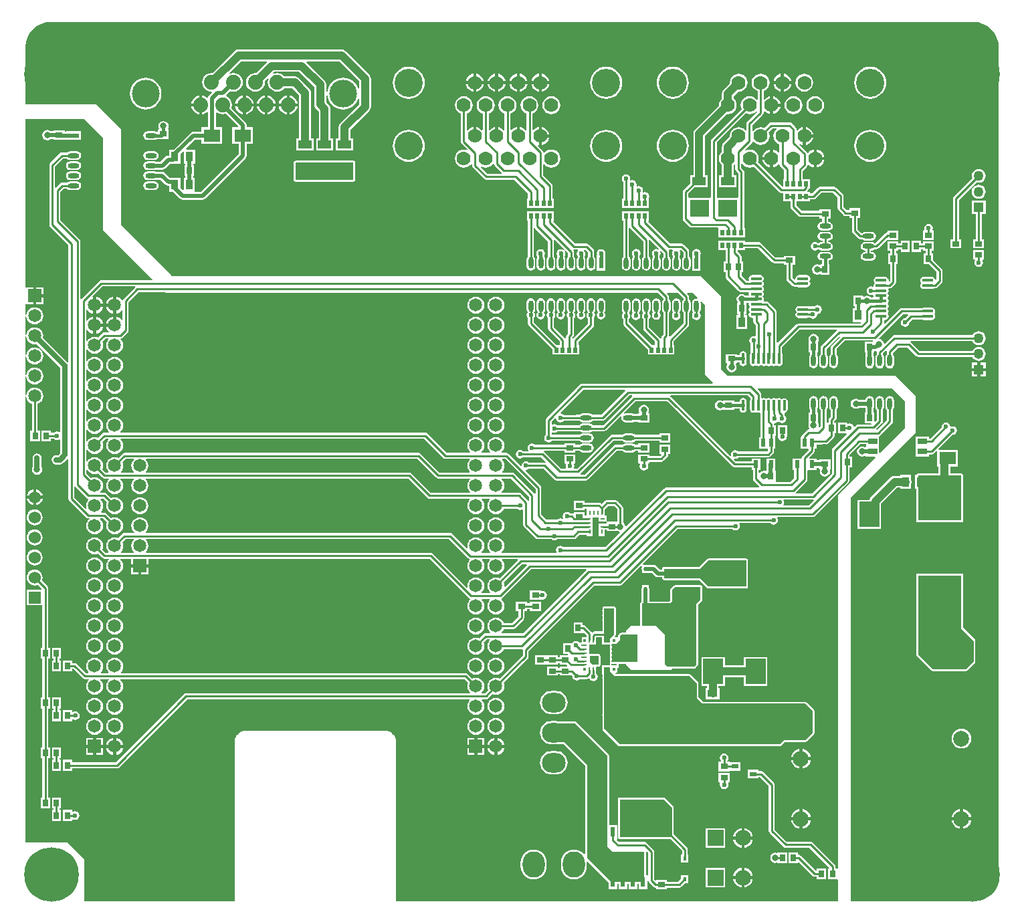
<source format=gbr>
%FSTAX23Y23*%
%MOIN*%
%SFA1B1*%

%IPPOS*%
%ADD10R,0.021654X0.017716*%
%ADD11R,0.019685X0.027559*%
%ADD12R,0.047244X0.031496*%
%ADD13R,0.084646X0.037402*%
%ADD14R,0.084646X0.127953*%
%ADD15R,0.035433X0.035433*%
%ADD16R,0.027559X0.009842*%
%ADD17R,0.009842X0.027559*%
%ADD18R,0.014764X0.014764*%
%ADD19R,0.044291X0.044291*%
%ADD20O,0.023622X0.057087*%
%ADD21O,0.023622X0.057087*%
%ADD22R,0.023622X0.057087*%
%ADD23R,0.057087X0.023622*%
%ADD24O,0.057087X0.023622*%
%ADD25O,0.057087X0.023622*%
%ADD26R,0.009842X0.021654*%
%ADD27R,0.021654X0.009842*%
%ADD28R,0.023622X0.039370*%
%ADD29O,0.055118X0.015748*%
%ADD30O,0.015748X0.055118*%
%ADD31R,0.027559X0.035433*%
%ADD32R,0.037402X0.051181*%
%ADD33R,0.035433X0.027559*%
%ADD34R,0.051181X0.037402*%
%ADD35R,0.035433X0.023622*%
%ADD36R,0.153937X0.147638*%
%ADD37R,0.024016X0.050000*%
%ADD38R,0.212598X0.114173*%
%ADD39R,0.072835X0.133858*%
%ADD40R,0.066929X0.041339*%
%ADD41R,0.084646X0.064961*%
%ADD42R,0.017716X0.021654*%
%ADD43R,0.098425X0.125000*%
%ADD44R,0.041339X0.066929*%
%ADD45C,0.019685*%
%ADD46C,0.015748*%
%ADD47C,0.009842*%
%ADD48C,0.025591*%
%ADD49C,0.010000*%
%ADD50C,0.039370*%
%ADD51C,0.013780*%
%ADD52C,0.059055*%
%ADD53C,0.050000*%
%ADD54R,0.050000X0.050000*%
%ADD55C,0.140000*%
%ADD56C,0.070000*%
%ADD57C,0.078740*%
%ADD58R,0.065000X0.065000*%
%ADD59C,0.065000*%
%ADD60O,0.110236X0.129921*%
%ADD61O,0.118110X0.098425*%
%ADD62C,0.060000*%
%ADD63R,0.060000X0.060000*%
%ADD64R,0.078740X0.078740*%
%ADD65C,0.074409*%
%ADD66C,0.137795*%
%ADD67C,0.271654*%
%ADD68C,0.031496*%
%ADD69C,0.023622*%
%ADD70C,0.024000*%
%LNhardwarecontrollerpcb_copper_signal_top-1*%
%LPD*%
G36*
X04742Y04393D02*
X04759Y04391D01*
X04775Y04386*
X0479Y0438*
X04805Y04372*
X04818Y04361*
X0483Y0435*
X0484Y04336*
X04848Y04322*
X04855Y04306*
X04859Y0429*
X04861Y04274*
X04861Y04266*
Y04266*
X04861Y00137*
Y00129*
X04859Y00112*
X04855Y00096*
X04848Y00081*
X0484Y00066*
X0483Y00053*
X04818Y00041*
X04805Y00031*
X0479Y00023*
X04775Y00016*
X04759Y00012*
X04742Y0001*
X04734*
X04125*
Y02021*
X04448Y02344*
Y02527*
X04346Y02629*
X03507*
X03476Y02661*
Y03027*
X03375Y03127*
X0074Y03127*
X00486Y03381*
Y03859*
X00363Y03982*
X0001*
Y04265*
Y04274*
X00012Y0429*
X00016Y04306*
X00023Y04322*
X00031Y04336*
X00041Y0435*
X00053Y04361*
X00066Y04372*
X00081Y0438*
X00096Y04386*
X00112Y04391*
X00129Y04393*
X00137*
X04734*
X04742*
G37*
G36*
X00397Y03816D02*
Y03356D01*
X00644Y03109*
X00642Y03105*
X00387*
X00387*
X00382Y03104*
X00377Y031*
X00289Y03012*
X00287Y03013*
X00284Y03014*
Y03299*
X00283Y03304*
X0028Y03309*
X00183Y03405*
Y03547*
X00199Y03563*
X00217*
X00218Y03562*
X00225Y03557*
X00233Y03555*
X00267*
X00275Y03557*
X00282Y03562*
X00287Y03569*
X00288Y03577*
X00287Y03585*
X00282Y03592*
X00275Y03597*
X00267Y03599*
X00233*
X00225Y03597*
X00218Y03592*
X00217Y03592*
X00193*
X00188Y03591*
X00183Y03588*
Y03588*
X00163Y03567*
X00158Y0357*
Y03673*
X00198Y03713*
X00217*
X00218Y03712*
X00225Y03707*
X00233Y03705*
X00267*
X00275Y03707*
X00282Y03712*
X00287Y03719*
X00288Y03727*
X00287Y03735*
X00282Y03742*
X00275Y03747*
X00267Y03749*
X00233*
X00225Y03747*
X00218Y03742*
X00217Y03742*
X00192*
X00186Y03741*
X00181Y03738*
X00133Y03689*
X0013Y03684*
X00129Y03679*
Y03381*
X0013Y03376*
X00133Y03371*
X00225Y03279*
Y02699*
X0022Y02697*
X00098Y02819*
X00099Y02828*
X00097Y02839*
X00093Y02849*
X00087Y02858*
X00078Y02864*
X00068Y02869*
X00057Y0287*
X00046Y02869*
X00035Y02864*
X00027Y02858*
X0002Y02849*
X00016Y02839*
X00015Y02831*
X0001Y02831*
Y02924*
X00015Y02925*
X00016Y02917*
X0002Y02907*
X00027Y02898*
X00035Y02891*
X00046Y02887*
X00057Y02886*
X00068Y02887*
X00078Y02891*
X00087Y02898*
X00093Y02907*
X00097Y02917*
X00099Y02928*
X00097Y02939*
X00093Y02949*
X00087Y02958*
X00078Y02964*
X00068Y02969*
X00057Y0297*
X00046Y02969*
X00035Y02964*
X00027Y02958*
X0002Y02949*
X00016Y02939*
X00015Y02931*
X0001Y02931*
Y02984*
X00014Y02985*
X00015*
X00049*
Y03028*
Y0307*
X00015*
X00014*
X0001Y03072*
Y03909*
X00305*
X00397Y03816*
G37*
G36*
X0071Y03043D02*
X03162D01*
X03189Y03015*
Y03008*
X03189Y03008*
X03184Y03001*
X03182Y02993*
Y02959*
X03184Y02951*
X03189Y02944*
X03189Y02943*
Y02834*
X03184Y02829*
X03181Y02824*
X0318Y02818*
Y02816*
X03175Y02815*
X03173Y02817*
X03118Y02872*
Y02911*
X03119Y02911*
X03124Y02918*
X03126Y02927*
X03124Y02935*
X03121Y02939*
X0312Y02943*
X03121Y02947*
X03124Y02951*
X03126Y02959*
Y02993*
X03124Y03001*
X03119Y03008*
X03112Y03013*
X03104Y03014*
X03096Y03013*
X03089Y03008*
X03084Y03001*
X03082Y02993*
Y02959*
X03084Y02951*
X03087Y02947*
X03088Y02943*
X03087Y02939*
X03084Y02935*
X03082Y02927*
X03084Y02918*
X03089Y02911*
X03089Y02911*
Y02866*
X0309Y0286*
X03093Y02855*
X03148Y02801*
Y02781*
X03133*
X03018Y02895*
Y02911*
X03019Y02911*
X03023Y02918*
X03025Y02927*
X03023Y02935*
X03021Y02939*
X03019Y02943*
X03021Y02947*
X03024Y02951*
X03026Y02959*
Y02993*
X03024Y03001*
X03019Y03008*
X03012Y03013*
X03004Y03014*
X02996Y03013*
X02989Y03008*
X02984Y03001*
X02982Y02993*
Y02959*
X02984Y02951*
X02987Y02947*
X02988Y02943*
X02986Y02939*
X02983Y02935*
X02982Y02927*
X02983Y02918*
X02988Y02911*
X02989Y02911*
Y02889*
X0299Y02884*
X02993Y02879*
X03112Y0276*
Y02734*
X03245*
Y02781*
X03241*
Y02801*
X03314Y02874*
X03317Y02879*
X03318Y02885*
Y02943*
X03319Y02944*
X03324Y02951*
X03326Y02959*
Y02993*
X03324Y03001*
X03319Y03008*
X03318Y03008*
Y03022*
X03317Y03028*
X03314Y03032*
X03308Y03038*
X0331Y03043*
X03336*
X03361Y03018*
X03358Y03013*
X03354Y03014*
X03346Y03013*
X03339Y03008*
X03334Y03001*
X03332Y02993*
Y02959*
X03334Y02951*
X03338Y02944*
X03334Y02937*
X03332Y02929*
X03334Y0292*
X03339Y02913*
X03346Y02909*
X03354Y02907*
X03362Y02909*
X03369Y02913*
X03374Y0292*
X03376Y02929*
X03374Y02937*
X03369Y02944*
X03374Y02951*
X03376Y02959*
Y02993*
X03375Y02997*
X03379Y03*
X03397Y02982*
Y02633*
X03437Y02594*
X03435Y02589*
X02785*
X02785*
X02779Y02588*
X02775Y02585*
X02607Y02417*
X02604Y02413*
X02603Y02407*
Y02334*
X02602Y02334*
X02598Y02327*
X02596Y02318*
X02598Y0231*
X02602Y02303*
X02609Y02298*
X02618Y02297*
X02626Y02298*
X02633Y02303*
X02634Y02304*
X02771*
X02772Y02304*
X02779Y02299*
X02787Y02297*
X0282*
X02829Y02299*
X02836Y02304*
X0284Y02311*
X02842Y02319*
X0284Y02327*
X02836Y02334*
X02829Y02339*
X0282Y02341*
X02787*
X02779Y02339*
X02772Y02334*
X02771Y02334*
X02633*
X02633Y02334*
X02632Y02334*
Y02346*
X02637Y02349*
X02639Y02347*
X02647Y02346*
X02655Y02347*
X02662Y02352*
X02663Y02353*
X02773*
X02779Y02349*
X02787Y02347*
X0282*
X02829Y02349*
X02834Y02353*
X02895*
X029Y02354*
X02905Y02357*
X02977Y02428*
X02981Y02426*
X0298Y02419*
X02981Y02411*
X02986Y02404*
X02993Y02399*
X03001Y02397*
X03035*
X03043Y02399*
X03044Y02399*
X03065*
Y02396*
X03119*
Y02442*
X03118*
X03115Y02447*
X03116Y02448*
X03118Y02458*
X03116Y02468*
X0311Y02476*
X03102Y02482*
X03092Y02484*
X03082Y02482*
X03074Y02476*
X03068Y02468*
X03066Y02458*
X03068Y02448*
X03069Y02447*
X03066Y02442*
X03065*
Y02439*
X03044*
X03043Y02439*
X03035Y02441*
X03001*
X02995Y02439*
X02992Y02444*
X03051Y02503*
X03208*
X03533Y02178*
X03538Y02174*
X03543Y02173*
X03543*
X0363*
Y02159*
X03636*
Y02114*
X03637Y02108*
X0364Y02104*
X03668Y02076*
X03666Y02071*
X03202*
X03197Y0207*
X03192Y02067*
X03004Y01879*
X02999Y01881*
X02998Y01887*
X02992Y01896*
X02989Y01898*
Y0197*
X02987Y01976*
X02984Y0198*
X02961Y02004*
X02956Y02007*
X0295Y02008*
X02907*
X02907*
X02901Y02007*
X02897Y02004*
X02882Y01989*
X02879Y01992*
X02874Y01995*
X02868Y01996*
X02798*
Y02005*
X02744*
Y01959*
X02798*
Y01967*
X02805*
X02808Y01964*
Y01931*
X02798*
Y0195*
X02744*
Y01944*
X02739Y01941*
X02738Y01942*
X02732Y01943*
X02726*
X02725Y01944*
X02718Y01949*
X0271Y0195*
X02702Y01949*
X02695Y01944*
X0269Y01937*
X02688Y01929*
X0269Y0192*
X02691Y01919*
X02687Y01916*
X02685Y01917*
X02677Y01919*
X02668Y01917*
X02661Y01912*
X02661Y01912*
X02606*
X02581Y01937*
Y0207*
X0258Y02076*
X02577Y02081*
Y02081*
X02503Y02154*
X02505Y02158*
X02506Y02159*
X02514Y02161*
X02521Y02165*
X02521Y02166*
X02592*
X02647Y02111*
X02651Y02108*
X02657Y02107*
X02657*
X02803*
X02808Y02108*
X02813Y02111*
X02956Y02254*
X02986*
X02986Y02254*
X02993Y02249*
X03001Y02247*
X03035*
X03043Y02249*
X0305Y02254*
X03051Y02254*
X03065*
Y02246*
X03119*
Y02292*
X03065*
Y02284*
X03051*
X0305Y02284*
X03043Y02289*
X03035Y02291*
X03001*
X02993Y02289*
X02986Y02284*
X02986Y02284*
X0295*
X02944Y02283*
X0294Y02279*
X02797Y02136*
X02778*
X02776Y02139*
X02776Y02141*
X02939Y02304*
X02986*
X02986Y02304*
X02993Y02299*
X03001Y02297*
X03035*
X03043Y02299*
X0305Y02304*
X03051Y02304*
X03171*
Y02295*
X03225*
Y02342*
X03171*
Y02334*
X03051*
X0305Y02334*
X03043Y02339*
X03035Y02341*
X03001*
X02993Y02339*
X02986Y02334*
X02986Y02334*
X02933*
X02933*
X02928Y02333*
X02923Y02329*
X02759Y02166*
X02746*
X02744Y0217*
X02744Y02171*
X02746Y02179*
X02744Y02186*
X02747Y02191*
X02751*
Y02237*
X02697*
Y02191*
X02701*
X02704Y02186*
X02702Y02179*
X02704Y02171*
X02704Y0217*
X02702Y02166*
X02679*
X02596Y02248*
X02594Y0225*
X02596Y02255*
X02697*
Y02246*
X02751*
Y02254*
X02771*
X02772Y02254*
X02779Y02249*
X02787Y02247*
X0282*
X02829Y02249*
X02836Y02254*
X0284Y02261*
X02842Y02269*
X0284Y02277*
X02836Y02284*
X02829Y02289*
X0282Y02291*
X02787*
X02779Y02289*
X02772Y02284*
X02771Y02284*
X02751*
Y02292*
X02697*
Y02284*
X02551*
X0255Y02285*
X02543Y02289*
X02535Y02291*
X02527Y02289*
X0252Y02285*
X02515Y02277*
X02513Y02269*
X02515Y02261*
X02517Y02257*
X02515Y02252*
X02492*
X02491Y02253*
X02484Y02258*
X02476Y02259*
X02468Y02258*
X02461Y02253*
X02456Y02246*
X02454Y02238*
X02456Y02229*
X02461Y02222*
X02468Y02218*
X02476Y02216*
X02484Y02218*
X02491Y02222*
X02492Y02223*
X0258*
X02604Y02199*
X02601Y02195*
X02598Y02195*
X02521*
X02521Y02196*
X02514Y02201*
X02505Y02202*
X02497Y02201*
X0249Y02196*
X02485Y02189*
X02484Y02181*
X02483Y0218*
X02479Y02178*
X02417Y0224*
X02413Y02243*
X02407Y02244*
X02385*
X02383Y02249*
X02385Y02251*
X02392Y02259*
X02396Y0227*
X02398Y02281*
X02396Y02292*
X02392Y02302*
X02385Y02311*
X02377Y02317*
X02366Y02321*
X02355Y02323*
X02344Y02321*
X02334Y02317*
X02325Y02311*
X02319Y02302*
X02315Y02292*
X02313Y02281*
X02315Y0227*
X02319Y02259*
X02325Y02251*
X02327Y02249*
X02326Y02244*
X02285*
X02283Y02249*
X02285Y02251*
X02292Y02259*
X02296Y0227*
X02298Y02281*
X02296Y02292*
X02292Y02302*
X02285Y02311*
X02277Y02317*
X02266Y02321*
X02255Y02323*
X02244Y02321*
X02234Y02317*
X02225Y02311*
X02219Y02302*
X02215Y02292*
X02213Y02281*
X02215Y0227*
X02219Y02259*
X02225Y02251*
X02227Y02249*
X02226Y02244*
X0211*
X02014Y02341*
X02009Y02344*
X02003Y02345*
X00486*
X00484Y0235*
X00485Y02351*
X00492Y02359*
X00496Y0237*
X00498Y02381*
X00496Y02392*
X00492Y02402*
X00485Y02411*
X00477Y02417*
X00466Y02421*
X00455Y02423*
X00444Y02421*
X00434Y02417*
X00425Y02411*
X00419Y02402*
X00415Y02392*
X00413Y02381*
X00415Y0237*
X00419Y02359*
X00425Y02351*
X00427Y0235*
X00425Y02345*
X00405*
X00399Y02344*
X00395Y02341*
X00395*
X00373Y02319*
X00366Y02321*
X00355Y02323*
X00344Y02321*
X00334Y02317*
X00325Y02311*
X00319Y02302*
X00318Y02301*
X00313Y02302*
Y02359*
X00318Y0236*
X00319Y02359*
X00325Y02351*
X00334Y02344*
X00344Y0234*
X00355Y02338*
X00366Y0234*
X00377Y02344*
X00385Y02351*
X00392Y02359*
X00396Y0237*
X00398Y02381*
X00396Y02392*
X00392Y02402*
X00385Y02411*
X00377Y02417*
X00366Y02421*
X00355Y02423*
X00344Y02421*
X00334Y02417*
X00325Y02411*
X00319Y02402*
X00318Y02401*
X00313Y02402*
Y02459*
X00318Y0246*
X00319Y02459*
X00325Y02451*
X00334Y02444*
X00344Y0244*
X00355Y02438*
X00366Y0244*
X00377Y02444*
X00385Y02451*
X00392Y02459*
X00396Y0247*
X00398Y02481*
X00396Y02492*
X00392Y02502*
X00385Y02511*
X00377Y02517*
X00366Y02521*
X00355Y02523*
X00344Y02521*
X00334Y02517*
X00325Y02511*
X00319Y02502*
X00318Y02501*
X00313Y02502*
Y02559*
X00318Y0256*
X00319Y02559*
X00325Y02551*
X00334Y02544*
X00344Y0254*
X00355Y02538*
X00366Y0254*
X00377Y02544*
X00385Y02551*
X00392Y02559*
X00396Y0257*
X00398Y02581*
X00396Y02592*
X00392Y02602*
X00385Y02611*
X00377Y02617*
X00366Y02621*
X00355Y02623*
X00344Y02621*
X00334Y02617*
X00325Y02611*
X00319Y02602*
X00318Y02601*
X00313Y02602*
Y02659*
X00318Y0266*
X00319Y02659*
X00325Y02651*
X00334Y02644*
X00344Y0264*
X00355Y02638*
X00366Y0264*
X00377Y02644*
X00385Y02651*
X00392Y02659*
X00396Y0267*
X00398Y02681*
X00396Y02692*
X00392Y02702*
X00385Y02711*
X00377Y02717*
X00366Y02721*
X00355Y02723*
X00344Y02721*
X00334Y02717*
X00325Y02711*
X00319Y02702*
X00318Y02701*
X00313Y02702*
Y02759*
X00318Y0276*
X00319Y02759*
X00325Y02751*
X00334Y02744*
X00344Y0274*
X00355Y02738*
X00366Y0274*
X00377Y02744*
X00385Y02751*
X00392Y02759*
X00396Y0277*
X00398Y02781*
X00396Y02792*
X00394Y02798*
X00411Y02816*
X00424*
X00426Y02811*
X00425Y02811*
X00419Y02802*
X00415Y02792*
X00413Y02781*
X00415Y0277*
X00419Y02759*
X00425Y02751*
X00434Y02744*
X00444Y0274*
X00455Y02738*
X00466Y0274*
X00477Y02744*
X00485Y02751*
X00492Y02759*
X00496Y0277*
X00498Y02781*
X00496Y02792*
X00492Y02802*
X00485Y02811*
X00485Y02811*
X00486Y02816*
X00489Y02817*
X00494Y0282*
X0052Y02845*
X00523Y0285*
X00524Y02856*
Y02995*
X00574Y03046*
X00707*
X0071Y03043*
G37*
G36*
X00557Y03072D02*
X00558Y0307D01*
X00499Y03012*
X00496Y03007*
X00496Y03006*
X0049Y03005*
X00486Y03011*
X00477Y03018*
X00467Y03022*
X00463Y03022*
Y02981*
Y02939*
X00467Y02939*
X00477Y02943*
X00486Y0295*
X0049Y02955*
X00495Y02954*
Y02907*
X0049Y02906*
X00486Y02911*
X00477Y02918*
X00467Y02922*
X00463Y02922*
Y02881*
X00455*
Y02873*
X00414*
X00414Y0287*
X00418Y02859*
X00425Y0285*
X00426Y0285*
X00424Y02845*
X00405*
X00399Y02844*
X00395Y02841*
X00395*
X00373Y02819*
X00366Y02821*
X00355Y02823*
X00344Y02821*
X00334Y02817*
X00325Y02811*
X00319Y02802*
X00318Y02801*
X00313Y02802*
Y02858*
X00318Y02859*
X00318Y02859*
X00325Y0285*
X00334Y02843*
X00344Y02839*
X00348Y02839*
Y02881*
Y02922*
X00344Y02922*
X00334Y02918*
X00325Y02911*
X00318Y02902*
X00318Y02902*
X00313Y02903*
Y02958*
X00318Y02959*
X00318Y02959*
X00325Y0295*
X00334Y02943*
X00344Y02939*
X00348Y02939*
Y02981*
Y03022*
X00347Y03022*
X00345Y03027*
X00393Y03075*
X00556*
X00557Y03072*
G37*
G36*
X03262Y03043D02*
X03289Y03016D01*
Y03008*
X03289Y03008*
X03284Y03001*
X03282Y02993*
Y02959*
X03284Y02951*
X03289Y02944*
X03289Y02943*
Y02891*
X03223Y02824*
X03218Y02827*
X03218Y02828*
Y02943*
X03219Y02944*
X03224Y02951*
X03226Y02959*
Y02993*
X03224Y03001*
X03219Y03008*
X03218Y03008*
Y03022*
X03217Y03027*
X03214Y03032*
X03208Y03038*
X0321Y03043*
X03262*
G37*
G36*
X00016Y02817D02*
X0002Y02807D01*
X00027Y02798*
X00035Y02791*
X00046Y02787*
X00057Y02786*
X00066Y02787*
X00184Y02669*
Y02351*
X00179Y02348*
X00175Y0235*
X00167Y02352*
X00159Y0235*
X00151Y02346*
X00151Y02345*
X00137*
Y02357*
X0009*
Y02303*
X00137*
Y02316*
X00151*
X00151Y02315*
X00159Y0231*
X00167Y02309*
X00175Y0231*
X00179Y02312*
X00184Y0231*
Y02243*
X00173Y02233*
X00163*
X00154Y02231*
X00147Y02226*
X00142Y02219*
X0014Y0221*
X00142Y02201*
X00147Y02194*
X00154Y02189*
X00163Y02187*
X00183*
X00191Y02189*
X00199Y02194*
X0022Y02215*
X00225Y02213*
Y02015*
X00226Y0201*
X00229Y02005*
X00312Y01922*
X00317Y01919*
X00322Y01918*
X00327*
X00329Y01913*
X00325Y01911*
X00319Y01902*
X00315Y01892*
X00313Y01881*
X00315Y0187*
X00319Y01859*
X00325Y01851*
X00334Y01844*
X00344Y0184*
X00355Y01838*
X00366Y0184*
X00377Y01844*
X00385Y01851*
X00392Y01859*
X00396Y0187*
X00398Y01881*
X00396Y01892*
X00392Y01902*
X00385Y01911*
X00382Y01913*
X00384Y01918*
X00397*
X00417Y01898*
X00415Y01892*
X00413Y01881*
X00415Y0187*
X00419Y01859*
X00425Y01851*
X00434Y01844*
X00444Y0184*
X00455Y01838*
X00466Y0184*
X00477Y01844*
X00485Y01851*
X00492Y01859*
X00496Y0187*
X00498Y01881*
X00496Y01892*
X00492Y01902*
X00485Y01911*
X00477Y01917*
X00466Y01921*
X00455Y01923*
X00444Y01921*
X00438Y01919*
X00414Y01943*
X00409Y01946*
X00403Y01947*
X00389*
X00387Y01952*
X00392Y01959*
X00396Y0197*
X00398Y01981*
X00396Y01992*
X00392Y02002*
X00385Y02011*
X00384Y02012*
X00386Y02016*
X00399*
X00417Y01998*
X00415Y01992*
X00413Y01981*
X00415Y0197*
X00419Y01959*
X00425Y01951*
X00434Y01944*
X00444Y0194*
X00455Y01938*
X00466Y0194*
X00477Y01944*
X00485Y01951*
X00492Y01959*
X00496Y0197*
X00498Y01981*
X00496Y01992*
X00492Y02002*
X00485Y02011*
X00477Y02017*
X00466Y02021*
X00455Y02023*
X00444Y02021*
X00438Y02019*
X00415Y02041*
X00411Y02045*
X00405Y02046*
X00387*
X00385Y0205*
X00385Y02051*
X00392Y02059*
X00396Y0207*
X00398Y02081*
X00396Y02092*
X00392Y02102*
X00385Y02111*
X00377Y02117*
X00366Y02121*
X00355Y02123*
X00344Y02121*
X00338Y02119*
X00313Y02143*
Y02159*
X00318Y0216*
X00319Y02159*
X00325Y02151*
X00334Y02144*
X00344Y0214*
X00355Y02138*
X00366Y0214*
X00373Y02142*
X00394Y02121*
X00399Y02118*
X00405Y02117*
X00426*
X00427Y02112*
X00425Y02111*
X00419Y02102*
X00415Y02092*
X00413Y02081*
X00415Y0207*
X00419Y02059*
X00425Y02051*
X00434Y02044*
X00444Y0204*
X00455Y02038*
X00466Y0204*
X00477Y02044*
X00485Y02051*
X00492Y02059*
X00496Y0207*
X00498Y02081*
X00496Y02092*
X00492Y02102*
X00485Y02111*
X00483Y02112*
X00485Y02117*
X00551*
X00552Y02112*
X0055Y02111*
X00544Y02102*
X0054Y02092*
X00538Y02081*
X0054Y0207*
X00544Y02059*
X0055Y02051*
X00559Y02044*
X00569Y0204*
X0058Y02038*
X00591Y0204*
X00602Y02044*
X0061Y02051*
X00617Y02059*
X00621Y0207*
X00623Y02081*
X00621Y02092*
X00617Y02102*
X0061Y02111*
X00608Y02112*
X0061Y02117*
X01919*
X02015Y02021*
X02019Y02017*
X02025Y02016*
X02225*
X02227Y02012*
X02225Y02011*
X02219Y02002*
X02215Y01992*
X02213Y01981*
X02215Y0197*
X02219Y01959*
X02225Y01951*
X02234Y01944*
X02244Y0194*
X02255Y01938*
X02266Y0194*
X02277Y01944*
X02285Y01951*
X02292Y01959*
X02296Y0197*
X02298Y01981*
X02296Y01992*
X02292Y02002*
X02285Y02011*
X02284Y02012*
X02286Y02016*
X02325*
X02327Y02012*
X02325Y02011*
X02319Y02002*
X02315Y01992*
X02313Y01981*
X02315Y0197*
X02319Y01959*
X02325Y01951*
X02334Y01944*
X02344Y0194*
X02355Y01938*
X02366Y0194*
X02377Y01944*
X02385Y01951*
X02392Y01959*
X02395Y01966*
X0246*
X02461Y01965*
X02468Y01961*
X02476Y01959*
X02484Y01961*
X02486Y01962*
X02491Y0196*
Y01887*
X02492Y01882*
X02495Y01877*
X02552Y0182*
X02557Y01817*
X02562Y01816*
X02631*
X02632Y01815*
X02639Y0181*
X02647Y01809*
X02655Y0181*
X02662Y01815*
X02663Y01816*
X02744*
X02749Y01817*
X02754Y0182*
X0277Y01836*
X02808*
Y0183*
X02837*
Y01849*
X02837Y01851*
X02837Y01852*
Y01883*
Y01923*
X02867*
Y01902*
X02903*
X02907Y01901*
Y01898*
Y01892*
X02888*
X02886Y01892*
X02867*
Y01863*
Y0183*
X02896*
Y01863*
X02907*
Y01854*
X02962*
X02962*
X02964Y01854*
X02964Y01854*
X0297Y01852*
X02972Y01847*
X02899Y01774*
X02692*
X02692Y01775*
X02685Y01779*
X02677Y01781*
X02668Y01779*
X02661Y01775*
X02657Y01768*
X02655Y01759*
X02657Y01751*
X02658Y01749*
X02656Y01744*
X02385*
X02383Y01749*
X02385Y01751*
X02392Y01759*
X02396Y0177*
X02398Y01781*
X02396Y01792*
X02392Y01802*
X02385Y01811*
X02377Y01817*
X02366Y01821*
X02355Y01823*
X02344Y01821*
X02334Y01817*
X02325Y01811*
X02319Y01802*
X02315Y01792*
X02313Y01781*
X02315Y0177*
X02319Y01759*
X02325Y01751*
X02327Y01749*
X02326Y01744*
X02285*
X02283Y01749*
X02285Y01751*
X02292Y01759*
X02296Y0177*
X02298Y01781*
X02296Y01792*
X02292Y01802*
X02285Y01811*
X02277Y01817*
X02266Y01821*
X02255Y01823*
X02244Y01821*
X02234Y01817*
X02225Y01811*
X02219Y01802*
X02215Y01792*
X02213Y01781*
X02214Y01771*
X0221Y01769*
X02138Y01841*
X02133Y01844*
X02127Y01845*
X00611*
X00609Y0185*
X0061Y01851*
X00617Y01859*
X00621Y0187*
X00623Y01881*
X00621Y01892*
X00617Y01902*
X0061Y01911*
X00602Y01917*
X00591Y01921*
X0058Y01923*
X00569Y01921*
X00559Y01917*
X0055Y01911*
X00544Y01902*
X0054Y01892*
X00538Y01881*
X0054Y0187*
X00544Y01859*
X0055Y01851*
X00552Y0185*
X0055Y01845*
X00505*
X00499Y01844*
X00495Y01841*
X00495*
X00473Y01819*
X00466Y01821*
X00455Y01823*
X00444Y01821*
X00434Y01817*
X00425Y01811*
X00419Y01802*
X00415Y01792*
X00413Y01781*
X00415Y0177*
X00419Y01759*
X00425Y01751*
X00424Y01746*
X0041*
X00394Y01763*
X00396Y0177*
X00398Y01781*
X00396Y01792*
X00392Y01802*
X00385Y01811*
X00377Y01817*
X00366Y01821*
X00355Y01823*
X00344Y01821*
X00334Y01817*
X00325Y01811*
X00319Y01802*
X00315Y01792*
X00313Y01781*
X00315Y0177*
X00319Y01759*
X00325Y01751*
X00334Y01744*
X00344Y0174*
X00355Y01738*
X00366Y0174*
X00373Y01742*
X00394Y01721*
X00399Y01718*
X00404Y01717*
X00426*
X00428Y01712*
X00425Y01711*
X00419Y01702*
X00415Y01692*
X00413Y01681*
X00415Y0167*
X00419Y01659*
X00425Y01651*
X00434Y01644*
X00444Y0164*
X00455Y01638*
X00466Y0164*
X00477Y01644*
X00485Y01651*
X00492Y01659*
X00496Y0167*
X00498Y01681*
X00496Y01692*
X00492Y01702*
X00485Y01711*
X00483Y01712*
X00484Y01717*
X00538*
Y01688*
X0058*
X00623*
Y01717*
X02023*
X02219Y01521*
X02219*
X02224Y01517*
X02226Y01517*
X02227Y01512*
X02225Y01511*
X02219Y01502*
X02215Y01492*
X02213Y01481*
X02215Y0147*
X02219Y01459*
X02225Y01451*
X02234Y01444*
X02244Y0144*
X02255Y01438*
X02266Y0144*
X02277Y01444*
X02285Y01451*
X02292Y01459*
X02296Y0147*
X02298Y01481*
X02296Y01492*
X02292Y01502*
X02285Y01511*
X02284Y01512*
X02286Y01516*
X02325*
X02327Y01512*
X02325Y01511*
X02319Y01502*
X02315Y01492*
X02313Y01481*
X02315Y0147*
X02319Y01459*
X02325Y01451*
X02334Y01444*
X02344Y0144*
X02355Y01438*
X02366Y0144*
X02377Y01444*
X02385Y01451*
X02392Y01459*
X02396Y0147*
X02398Y01481*
X02396Y01492*
X02392Y01502*
X02385Y01511*
X02383Y01513*
X02384Y01518*
X02388Y01521*
X02531Y01664*
X02804*
X02806Y01659*
X02491Y01345*
X02386*
X02384Y0135*
X02385Y01351*
X02392Y01359*
X02395Y01366*
X0244*
X02445Y01367*
X0245Y0137*
X02492Y01412*
X02495Y01417*
X02496Y01423*
Y01457*
X02509*
Y01465*
X02525*
Y01457*
X0258*
Y01503*
X02525*
Y01494*
X02509*
Y01503*
X02455*
Y01457*
X02467*
Y01429*
X02434Y01395*
X02395*
X02392Y01402*
X02385Y01411*
X02377Y01417*
X02366Y01421*
X02355Y01423*
X02344Y01421*
X02334Y01417*
X02325Y01411*
X02319Y01402*
X02315Y01392*
X02313Y01381*
X02315Y0137*
X02319Y01359*
X02325Y01351*
X02327Y0135*
X02325Y01345*
X02305*
X02299Y01344*
X02295Y01341*
X02295*
X02273Y01319*
X02266Y01321*
X02255Y01323*
X02244Y01321*
X02234Y01317*
X02225Y01311*
X02219Y01302*
X02215Y01292*
X02213Y01281*
X02215Y0127*
X02219Y01259*
X02225Y01251*
X02234Y01244*
X02244Y0124*
X02255Y01238*
X02266Y0124*
X02277Y01244*
X02285Y01251*
X02292Y01259*
X02296Y0127*
X02298Y01281*
X02296Y01292*
X02294Y01298*
X02311Y01316*
X02324*
X02326Y01311*
X02325Y01311*
X02319Y01302*
X02315Y01292*
X02313Y01281*
X02315Y0127*
X02319Y01259*
X02325Y01251*
X02334Y01244*
X02344Y0124*
X02355Y01238*
X02366Y0124*
X02377Y01244*
X02385Y01251*
X02392Y01259*
X02395Y01266*
X02485*
X02487Y01264*
X02489Y01262*
X02489Y01261*
Y01235*
X02373Y01119*
X02366Y01121*
X02355Y01123*
X02344Y01121*
X02334Y01117*
X02325Y01111*
X02319Y01102*
X02315Y01092*
X02313Y01081*
X02315Y0107*
X02317Y01063*
X023Y01046*
X02287*
X02285Y0105*
X02285Y01051*
X02292Y01059*
X02296Y0107*
X02298Y01081*
X02296Y01092*
X02292Y01102*
X02285Y01111*
X02277Y01117*
X02266Y01121*
X02255Y01123*
X02244Y01121*
X02238Y01119*
X02215Y01142*
X0221Y01145*
X02205Y01146*
X00487*
X00486Y01148*
X00486Y01151*
X00492Y01159*
X00496Y0117*
X00498Y01181*
X00496Y01192*
X00492Y01202*
X00485Y01211*
X00477Y01217*
X00466Y01221*
X00455Y01223*
X00444Y01221*
X00434Y01217*
X00425Y01211*
X00419Y01202*
X00415Y01192*
X00413Y01181*
X00415Y0117*
X00419Y01159*
X00425Y01151*
X00425Y01148*
X00424Y01146*
X00387*
X00386Y01148*
X00386Y01151*
X00392Y01159*
X00396Y0117*
X00398Y01181*
X00396Y01192*
X00392Y01202*
X00385Y01211*
X00377Y01217*
X00366Y01221*
X00355Y01223*
X00344Y01221*
X00334Y01217*
X00325Y01211*
X00319Y01202*
X00315Y01192*
X00313Y01181*
X00315Y0117*
X00319Y01159*
X00325Y01151*
X00325Y01148*
X00324Y01146*
X00313*
X00266Y01193*
X00261Y01196*
X00255Y01197*
X00243*
Y0121*
X00197*
Y01155*
X00243*
Y01168*
X00249*
X00296Y01121*
X00301Y01118*
X00307Y01117*
X00326*
X00327Y01112*
X00325Y01111*
X00319Y01102*
X00315Y01092*
X00313Y01081*
X00315Y0107*
X00319Y01059*
X00325Y01051*
X00334Y01044*
X00344Y0104*
X00355Y01038*
X00366Y0104*
X00377Y01044*
X00385Y01051*
X00392Y01059*
X00396Y0107*
X00398Y01081*
X00396Y01092*
X00392Y01102*
X00385Y01111*
X00383Y01112*
X00385Y01117*
X00426*
X00427Y01112*
X00425Y01111*
X00419Y01102*
X00415Y01092*
X00413Y01081*
X00415Y0107*
X00419Y01059*
X00425Y01051*
X00434Y01044*
X00444Y0104*
X00455Y01038*
X00466Y0104*
X00477Y01044*
X00485Y01051*
X00492Y01059*
X00496Y0107*
X00498Y01081*
X00496Y01092*
X00492Y01102*
X00485Y01111*
X00483Y01112*
X00485Y01117*
X02199*
X02217Y01098*
X02215Y01092*
X02213Y01081*
X02215Y0107*
X02219Y01059*
X02225Y01051*
X02226Y0105*
X02224Y01046*
X00811*
X00805Y01045*
X008Y01041*
X0046Y00701*
X00243*
Y00714*
X00197*
Y00659*
X00243*
Y00672*
X00466*
X00472Y00673*
X00476Y00676*
X00817Y01016*
X02225*
X02227Y01012*
X02225Y01011*
X02219Y01002*
X02215Y00992*
X02213Y00981*
X02215Y0097*
X02219Y00959*
X02225Y00951*
X02234Y00944*
X02244Y0094*
X02255Y00938*
X02266Y0094*
X02277Y00944*
X02285Y00951*
X02292Y00959*
X02296Y0097*
X02298Y00981*
X02296Y00992*
X02292Y01002*
X02285Y01011*
X02284Y01012*
X02286Y01016*
X02306*
X02311Y01017*
X02316Y01021*
X02338Y01042*
X02344Y0104*
X02355Y01038*
X02366Y0104*
X02377Y01044*
X02385Y01051*
X02392Y01059*
X02396Y0107*
X02398Y01081*
X02396Y01092*
X02394Y01098*
X02514Y01218*
Y01218*
X02517Y01223*
X02518Y01229*
X02518*
Y01255*
X02846Y01583*
X02974*
X0298Y01584*
X02984Y01588*
X03077Y0168*
X03082Y01678*
Y01674*
X0308Y01667*
X03082Y0166*
Y01647*
X03118*
Y01647*
X03131*
X03149Y01629*
X03155Y01625*
X03163Y01624*
X03185*
Y0162*
X03185Y01616*
X03187Y01614*
Y01613*
X03187*
X03188Y01613*
X03191Y01611*
X03194Y0161*
X03368*
X03406Y01571*
X03409Y01569*
X03413Y01569*
X03602*
X03606Y01569*
X03606Y0157*
X0361*
Y01574*
X03611Y01575*
X03611Y01578*
Y01708*
X03611Y01712*
X0361Y01713*
Y01717*
X03606*
X03606Y01717*
X03602Y01718*
X03413*
X03409Y01717*
X03406Y01715*
X03368Y01676*
X03194*
X03191Y01676*
X03188Y01674*
X03187Y01673*
X03187*
Y01673*
X03185Y01671*
X03185Y01667*
Y01663*
X03171*
X03153Y01681*
X03147Y01685*
X03139Y01686*
X03118*
Y01687*
X0309*
X03088Y01692*
X03261Y01865*
X03533*
X03533Y01864*
X0354Y01859*
X03549Y01858*
X03557Y01859*
X03564Y01864*
X03569Y01871*
X0357Y01879*
X03569Y01888*
X03567Y0189*
X0357Y01894*
X03724*
X03724Y01894*
X03731Y01889*
X0374Y01887*
X03748Y01889*
X03755Y01894*
X0376Y01901*
X03761Y01909*
X0376Y01917*
X03758Y01919*
X03761Y01924*
X03935*
X0394Y01925*
X03945Y01928*
X04112Y02095*
X04115Y021*
X04117Y02106*
Y02171*
X04131*
Y02225*
X04117*
Y02234*
X04171Y02288*
X04199*
Y02276*
X04194Y02273*
X0419Y02275*
X04181Y02277*
X04171Y02275*
X04162Y0227*
X04157Y02261*
X04155Y02251*
X04157Y02242*
X04162Y02233*
X04171Y02228*
X04181Y02226*
X0419Y02228*
X04194Y0223*
X04199Y02227*
Y02226*
X04245*
X04247Y02222*
X04061Y02035*
X04061Y00174*
X04056Y00172*
X04048*
Y00181*
X04047Y00186*
X04043Y00191*
X03933Y00301*
X03928Y00304*
X03923Y00305*
X03805*
X03744Y00366*
Y0059*
X03743Y00596*
X0374Y006*
X03687Y00654*
X03682Y00657*
X03677Y00658*
X03664*
Y00664*
X0361*
Y00622*
X03664*
Y00629*
X03671*
X03715Y00584*
Y0036*
X03716Y00354*
X03719Y00349*
X03788Y0028*
X03793Y00277*
X03799Y00276*
X03917*
X04016Y00177*
X04013Y00172*
X0401*
Y00118*
X04056*
X04056*
X04061Y00116*
Y0001*
X01858*
Y00803*
X01858Y00803*
X01858Y00803*
X01858Y00808*
X01858Y00809*
Y00809*
X01856Y00818*
X01856Y00819*
X01855Y0082*
X01852Y00829*
X01851Y0083*
X01851Y00831*
X01846Y00838*
X01845Y00839*
X01844Y0084*
X01838Y00846*
X01837Y00847*
X01836Y00848*
X01829Y00853*
X01828Y00853*
X01827Y00854*
X01818Y00857*
X01817Y00857*
X01816Y00858*
X01807Y0086*
X01807*
X01806Y0086*
X01801Y0086*
X01801Y0086*
X01801Y0086*
X0111*
X01109Y0086*
X01109Y0086*
X01105Y0086*
X01104Y0086*
X01103*
X01094Y00858*
X01093Y00857*
X01092Y00857*
X01084Y00854*
X01083Y00853*
X01082Y00853*
X01074Y00848*
X01073Y00847*
X01073Y00846*
X01066Y0084*
X01065Y00839*
X01065Y00838*
X0106Y00831*
X01059Y0083*
X01059Y00829*
X01055Y0082*
X01055Y00819*
X01055Y00818*
X01053Y00809*
Y00809*
X01053Y00808*
X01052Y00803*
X01052Y00803*
X01052Y00803*
Y0001*
X00305*
Y00216*
X0022Y00301*
X0001*
Y02524*
X00015Y02525*
X00016Y02517*
X0002Y02507*
X00027Y02498*
X00035Y02491*
X00042Y02489*
Y02357*
X00035*
Y02303*
X00082*
Y02357*
X00071*
Y02489*
X00078Y02491*
X00087Y02498*
X00093Y02507*
X00097Y02517*
X00099Y02528*
X00097Y02539*
X00093Y02549*
X00087Y02558*
X00078Y02564*
X00068Y02569*
X00057Y0257*
X00046Y02569*
X00035Y02564*
X00027Y02558*
X0002Y02549*
X00016Y02539*
X00015Y02531*
X0001Y02531*
Y02624*
X00015Y02625*
X00016Y02617*
X0002Y02607*
X00027Y02598*
X00035Y02591*
X00046Y02587*
X00057Y02586*
X00068Y02587*
X00078Y02591*
X00087Y02598*
X00093Y02607*
X00097Y02617*
X00099Y02628*
X00097Y02639*
X00093Y02649*
X00087Y02658*
X00078Y02664*
X00068Y02669*
X00057Y0267*
X00046Y02669*
X00035Y02664*
X00027Y02658*
X0002Y02649*
X00016Y02639*
X00015Y02631*
X0001Y02631*
Y02724*
X00015Y02725*
X00016Y02717*
X0002Y02707*
X00027Y02698*
X00035Y02691*
X00046Y02687*
X00057Y02686*
X00068Y02687*
X00078Y02691*
X00087Y02698*
X00093Y02707*
X00097Y02717*
X00099Y02728*
X00097Y02739*
X00093Y02749*
X00087Y02758*
X00078Y02764*
X00068Y02769*
X00057Y0277*
X00046Y02769*
X00035Y02764*
X00027Y02758*
X0002Y02749*
X00016Y02739*
X00015Y02731*
X0001Y02731*
Y02824*
X00015Y02825*
X00016Y02817*
G37*
G36*
X03Y02555D02*
X02879Y02434D01*
X02836*
X02836Y02434*
X02829Y02439*
X0282Y02441*
X02787*
X02779Y02439*
X02772Y02434*
X02771Y02434*
X02754*
X02753Y02433*
X02692*
X02692Y02434*
X02685Y02439*
X02679Y0244*
X02676Y02445*
X02791Y0256*
X02998*
X03Y02555*
G37*
G36*
X03034Y02529D02*
X03034Y02527D01*
X02889Y02382*
X02837*
X02836Y02384*
X02829Y02389*
X0282Y02391*
X02787*
X02779Y02389*
X02772Y02384*
X0277Y02382*
X02663*
X02662Y02383*
X02655Y02387*
X02647Y02389*
X02639Y02387*
X02637Y02386*
X02632Y02388*
Y02401*
X0265Y02419*
X02655Y02417*
X02657Y0241*
X02661Y02403*
X02668Y02399*
X02677Y02397*
X02685Y02399*
X02692Y02403*
X02692Y02404*
X02753*
X02754Y02404*
X02771*
X02772Y02404*
X02779Y02399*
X02787Y02397*
X0282*
X02829Y02399*
X02836Y02404*
X02836Y02404*
X02886*
X02891Y02405*
X02896Y02409*
X03019Y02532*
X03032*
X03034Y02529*
G37*
G36*
X03622Y0252D02*
Y02508D01*
X03622Y02508*
X0362Y02501*
Y02462*
X03622Y02455*
X03625Y02449*
X03631Y02445*
X03638Y02444*
X03645Y02445*
X03647Y02447*
X03651Y02449*
X03655Y02447*
X03657Y02445*
X03664Y02444*
X03669Y02445*
X03674Y02442*
Y02323*
X03667*
Y02265*
X03711*
Y02257*
X03706Y02252*
X03564*
X03564Y02253*
X03557Y02257*
X03548Y02259*
X0354Y02257*
X03533Y02253*
X03528Y02246*
X03527Y02237*
X03528Y02231*
X03523Y02229*
X03225Y02527*
X03225Y02529*
X03227Y02532*
X0361*
X03622Y0252*
G37*
G36*
X04393Y02503D02*
Y02368D01*
X04269Y02244*
X04265Y02246*
Y02276*
Y02327*
X04268Y0233*
X0427Y02332*
X04329Y02391*
X04332Y02395*
X04333Y02401*
Y02457*
X04334Y02458*
X04338Y02465*
X0434Y02473*
Y02506*
X04338Y02515*
X04334Y02522*
X04327Y02526*
X04318Y02528*
X0431Y02526*
X04303Y02522*
X04298Y02515*
X04297Y02506*
Y02473*
X04298Y02465*
X04303Y02458*
X04304Y02457*
Y02407*
X04255Y02358*
X04252Y02358*
X04251Y02364*
X04279Y02392*
X04282Y02397*
X04283Y02402*
Y02457*
X04284Y02458*
X04288Y02465*
X0429Y02473*
Y02506*
X04288Y02515*
X04284Y02522*
X04277Y02526*
X04268Y02528*
X0426Y02526*
X04253Y02522*
X04248Y02515*
X04247Y02506*
Y02473*
X04248Y02465*
X04253Y02458*
X04254Y02457*
Y02408*
X04246Y024*
X04241Y02402*
Y02446*
X04238*
Y02464*
X04238Y02465*
X0424Y02473*
Y02506*
X04238Y02515*
X04234Y02522*
X04227Y02526*
X04218Y02528*
X0421Y02526*
X04203Y02522*
X04198Y02515*
X04197Y02509*
X04165*
X04159Y02513*
X04149Y02515*
X04139Y02513*
X04131Y02508*
X04125Y02499*
X04123Y0249*
X04125Y0248*
X04131Y02471*
X04139Y02466*
X04149Y02464*
X04159Y02466*
X04165Y0247*
X04197*
X04198Y02465*
Y02446*
X04195*
Y02392*
X04225*
X04228Y02387*
X04227Y02386*
X04159*
X04153Y02385*
X04149Y02382*
X04143Y02376*
X04138Y02377*
X04137Y02378*
X04133Y02384*
X04126Y02389*
X04117Y02391*
X0411Y02389*
X04105Y02392*
Y02396*
X04059*
Y02342*
X04101*
X04104Y02337*
X04034Y02268*
X04031Y02263*
X0403Y02257*
Y02141*
X0393Y02042*
X03851*
X03849Y02045*
X03849Y02047*
X03904Y02101*
Y02101*
X03907Y02106*
X03908Y02112*
Y02154*
X03909Y02159*
X03952*
Y02168*
X03964*
X03968Y02165*
X03971Y0216*
X03969Y02153*
X03971Y02143*
X03977Y02134*
X03985Y02129*
X03995Y02127*
X04005Y02129*
X04013Y02134*
X04019Y02143*
X04021Y02153*
X04019Y0216*
X04022Y02165*
X04022*
Y02211*
X03968*
Y02208*
X03952*
Y02217*
X03917*
X03916Y02222*
X03941Y02247*
X03944Y02252*
X03945Y02257*
Y02257*
Y02265*
X03952*
Y02287*
X04*
X04006Y02288*
X0401Y02291*
X04037Y02318*
X04041Y02323*
X04042Y02328*
Y02342*
X0405*
Y02396*
X04041*
Y02403*
X04048Y0241*
X04052Y02414*
X04053Y0242*
Y02458*
X04053Y02458*
X04058Y02465*
X0406Y02473*
Y02507*
X04058Y02515*
X04053Y02522*
X04046Y02527*
X04038Y02529*
X0403Y02527*
X04023Y02522*
X04018Y02515*
X04016Y02507*
Y02473*
X04018Y02465*
X04023Y02458*
X04023Y02458*
Y02426*
X04016Y02419*
X04013Y02414*
X04012Y02409*
Y02396*
X04004*
X04003Y02401*
Y02458*
X04003Y02458*
X04008Y02465*
X0401Y02473*
Y02507*
X04008Y02515*
X04003Y02522*
X03996Y02527*
X03988Y02529*
X0398Y02527*
X03973Y02522*
X03968Y02515*
X03966Y02507*
Y02473*
X03968Y02465*
X03973Y02458*
X03973Y02458*
Y02376*
X03968Y02371*
X03967Y02371*
X03963Y02376*
X03964Y02381*
X03962Y02391*
X03961Y02393*
X03961*
Y02447*
X03956*
Y02462*
X03958Y02465*
X0396Y02473*
Y02507*
X03958Y02515*
X03953Y02522*
X03946Y02527*
X03938Y02529*
X0393Y02527*
X03923Y02522*
X03918Y02515*
X03916Y02507*
Y02473*
X03918Y02465*
X0392Y02462*
Y02447*
X03915*
Y02393*
X03914Y02391*
X03914Y02391*
X03912Y02381*
X03914Y02371*
X03918Y02366*
X03915Y02361*
X03913*
X03907Y02359*
X03903Y02356*
X03883Y02336*
X03879Y02332*
X03878Y02326*
Y02323*
X03872*
Y02265*
X0391*
X03913Y0226*
X03883Y0223*
X0388Y02226*
X03879Y02221*
X03877Y02217*
X03834*
Y02159*
X03841*
Y02119*
X0382Y02099*
X03752*
X03749Y02103*
Y02157*
X03747Y02159*
Y02217*
X03704*
Y02159*
X03702Y02157*
X03697Y02154*
X0369Y02155*
X0368Y02153*
X03672Y02148*
X0367Y02146*
X03665Y02147*
Y02159*
X03672*
Y02217*
X0363*
Y02203*
X03549*
X0354Y02212*
X03542Y02217*
X03548Y02216*
X03557Y02217*
X03564Y02222*
X03564Y02223*
X03712*
X03717Y02224*
X03722Y02227*
X03736Y02241*
X03739Y02246*
X0374Y02251*
Y02265*
X03747*
Y02323*
X03747*
X03748Y02328*
X03751*
Y02382*
X0374*
Y02389*
X0374Y0239*
X03744Y02393*
X03745Y02393*
X03753Y02395*
X0376Y02399*
X03763Y02399*
X03766Y02399*
X03772Y02395*
X03781Y02393*
X03789Y02395*
X03796Y02399*
X03801Y02406*
X03802Y02415*
X03801Y02423*
X03796Y0243*
X03795Y0243*
Y02432*
X03794Y02438*
X03793Y02439*
X03796Y02445*
X03798Y02445*
X03804Y02449*
X03808Y02455*
X03809Y02462*
Y02501*
X03808Y02508*
X03804Y02513*
X03798Y02517*
X03792Y02519*
X03785Y02517*
X03779Y02513*
X03778*
X03773Y02517*
X03766Y02519*
X03759Y02517*
X03757Y02516*
X03753Y02514*
X03749Y02516*
X03747Y02517*
X0374Y02519*
X03734Y02517*
X03728Y02513*
X03727*
X03722Y02517*
X03715Y02519*
X03708Y02517*
X03706Y02516*
X03702Y02514*
X03698Y02516*
X03696Y02517*
X03689Y02519*
X03683Y02517*
X03678Y0252*
Y02536*
Y02536*
X03677Y02542*
X03674Y02547*
X03659Y02562*
X03661Y02566*
X0433*
X04393Y02503*
G37*
G36*
X02093Y02219D02*
X02098Y02216D01*
X02104Y02215*
X02224*
X02225Y02213*
X02225Y0221*
X02219Y02202*
X02215Y02192*
X02213Y02181*
X02215Y0217*
X02219Y02159*
X02225Y02151*
X02225Y02148*
X02224Y02146*
X02074*
X0198Y0224*
X01976Y02243*
X0197Y02244*
X00505*
X00505Y02244*
X00499Y02243*
X00494Y0224*
X00473Y02219*
X00466Y02221*
X00455Y02223*
X00444Y02221*
X00434Y02217*
X00425Y02211*
X00419Y02202*
X00415Y02192*
X00413Y02181*
X00415Y0217*
X00419Y02159*
X00425Y02151*
X00425Y02148*
X00424Y02146*
X00411*
X00394Y02163*
X00396Y0217*
X00398Y02181*
X00396Y02192*
X00392Y02202*
X00385Y02211*
X00377Y02217*
X00366Y02221*
X00355Y02223*
X00344Y02221*
X00334Y02217*
X00325Y02211*
X00319Y02202*
X00318Y02201*
X00313Y02202*
Y02259*
X00318Y0226*
X00319Y02259*
X00325Y02251*
X00334Y02244*
X00344Y0224*
X00355Y02238*
X00366Y0224*
X00377Y02244*
X00385Y02251*
X00392Y02259*
X00396Y0227*
X00398Y02281*
X00396Y02292*
X00394Y02298*
X00411Y02316*
X00424*
X00426Y02311*
X00425Y02311*
X00419Y02302*
X00415Y02292*
X00413Y02281*
X00415Y0227*
X00419Y02259*
X00425Y02251*
X00434Y02244*
X00444Y0224*
X00455Y02238*
X00466Y0224*
X00477Y02244*
X00485Y02251*
X00492Y02259*
X00496Y0227*
X00498Y02281*
X00496Y02292*
X00492Y02302*
X00485Y02311*
X00485Y02311*
X00487Y02316*
X01997*
X02093Y02219*
G37*
G36*
X0055Y02213D02*
X0055Y0221D01*
X00544Y02202*
X0054Y02192*
X00538Y02181*
X0054Y0217*
X00544Y02159*
X0055Y02151*
X0055Y02148*
X00549Y02146*
X00487*
X00486Y02148*
X00486Y02151*
X00492Y02159*
X00496Y0217*
X00498Y02181*
X00496Y02192*
X00494Y02198*
X00511Y02215*
X00549*
X0055Y02213*
G37*
G36*
X02058Y02121D02*
D01*
X02063Y02118*
X02068Y02117*
X02226*
X02227Y02112*
X02225Y02111*
X02219Y02102*
X02215Y02092*
X02213Y02081*
X02215Y0207*
X02219Y02059*
X02225Y02051*
X02226Y0205*
X02224Y02046*
X02031*
X01935Y02142*
X0193Y02145*
X01925Y02146*
X00612*
X00611Y02148*
X00611Y02151*
X00617Y02159*
X00621Y0217*
X00623Y02181*
X00621Y02192*
X00617Y02202*
X00611Y0221*
X00611Y02213*
X00612Y02215*
X01964*
X02058Y02121*
G37*
G36*
X02552Y02064D02*
Y02043D01*
X02547Y02041*
X02545Y02043*
X02447Y02142*
X02442Y02145*
X02437Y02146*
X02387*
X02386Y02148*
X02386Y02151*
X02392Y02159*
X02396Y0217*
X02398Y02181*
X02396Y02192*
X02392Y02202*
X02386Y0221*
X02386Y02213*
X02387Y02215*
X02401*
X02552Y02064*
G37*
G36*
X0252Y02027D02*
Y02008D01*
X02517Y02007*
X02515Y02006*
X0248Y02041*
X02476Y02045*
X0247Y02046*
X02387*
X02385Y0205*
X02385Y02051*
X02392Y02059*
X02396Y0207*
X02398Y02081*
X02396Y02092*
X02392Y02102*
X02385Y02111*
X02383Y02112*
X02385Y02117*
X0243*
X0252Y02027*
G37*
G36*
X0394Y02008D02*
X03915Y01983D01*
X0379*
X03788Y01987*
X03789Y01989*
X03791Y01998*
X03789Y02006*
X03788Y02008*
X0379Y02012*
X03937*
X03938Y02013*
X0394Y02008*
G37*
G36*
X00314Y02021D02*
D01*
X00319Y02017*
X00324Y02016*
X00324Y02016*
X00325*
X00327Y02012*
X00325Y02011*
X00319Y02002*
X00315Y01992*
X00313Y01981*
X00315Y0197*
X00316Y01967*
X00311Y01964*
X00254Y02021*
Y02074*
X00257Y02075*
X00259Y02075*
X00314Y02021*
G37*
G36*
X02959Y01964D02*
Y01901D01*
X02912*
X02908Y01902*
Y01905*
Y01931*
X02896*
Y01942*
X02896Y01944*
Y01962*
X02913Y01979*
X02944*
X02959Y01964*
G37*
G36*
X00551Y01811D02*
X0055Y01811D01*
X00544Y01802*
X0054Y01792*
X00538Y01781*
X0054Y0177*
X00544Y01759*
X0055Y01751*
X00549Y01746*
X00487*
X00486Y01751*
X00492Y01759*
X00496Y0177*
X00498Y01781*
X00496Y01792*
X00494Y01798*
X00511Y01816*
X00549*
X00551Y01811*
G37*
G36*
X02217Y01719D02*
X02222Y01716D01*
X02224Y01716*
X02226Y01711*
X02225Y01711*
X02219Y01702*
X02215Y01692*
X02213Y01681*
X02215Y0167*
X02219Y01659*
X02225Y01651*
X02234Y01644*
X02244Y0164*
X02255Y01638*
X02266Y0164*
X02277Y01644*
X02285Y01651*
X02292Y01659*
X02296Y0167*
X02298Y01681*
X02296Y01692*
X02292Y01702*
X02286Y0171*
X02286Y01713*
X02287Y01715*
X02324*
X02325Y01713*
X02325Y0171*
X02319Y01702*
X02315Y01692*
X02313Y01681*
X02315Y0167*
X02319Y01659*
X02325Y01651*
X02334Y01644*
X02344Y0164*
X02355Y01638*
X02366Y0164*
X02377Y01644*
X02385Y01651*
X02392Y01659*
X02396Y0167*
X02398Y01681*
X02396Y01692*
X02392Y01702*
X02386Y0171*
X02386Y01713*
X02387Y01715*
X02462*
X02464Y0171*
X02373Y01619*
X02366Y01621*
X02355Y01623*
X02344Y01621*
X02334Y01617*
X02325Y01611*
X02319Y01602*
X02315Y01592*
X02313Y01581*
X02315Y0157*
X02319Y01559*
X02325Y01551*
X02326Y0155*
X02324Y01546*
X02287*
X02285Y0155*
X02285Y01551*
X02292Y01559*
X02296Y0157*
X02298Y01581*
X02296Y01592*
X02292Y01602*
X02285Y01611*
X02277Y01617*
X02266Y01621*
X02255Y01623*
X02244Y01621*
X02234Y01617*
X02225Y01611*
X02219Y01602*
X02215Y01592*
X02213Y01581*
X02214Y01575*
X02209Y01572*
X02039Y01742*
X02035Y01745*
X02029Y01746*
X00612*
X00611Y01751*
X00617Y01759*
X00621Y0177*
X00623Y01781*
X00621Y01792*
X00617Y01802*
X0061Y01811*
X0061Y01811*
X00612Y01816*
X02121*
X02217Y01719*
G37*
G36*
X03602Y01578D02*
X03413D01*
X03372Y0162*
X03194*
Y01667*
X03372*
X03413Y01708*
X03602*
Y01578*
G37*
G36*
X0251Y01685D02*
X02402Y01576D01*
X02397Y01578*
X02398Y01581*
X02396Y01592*
X02394Y01598*
X02485Y0169*
X02508*
X0251Y01685*
G37*
%LNhardwarecontrollerpcb_copper_signal_top-2*%
%LPC*%
G36*
X03791Y04134D02*
Y04098D01*
X03827*
X03827Y04102*
X03822Y04113*
X03815Y04122*
X03806Y04129*
X03795Y04134*
X03791Y04134*
G37*
G36*
X03775D02*
X03771Y04134D01*
X0376Y04129*
X03751Y04122*
X03744Y04113*
X03739Y04102*
X03739Y04098*
X03775*
Y04134*
G37*
G36*
X02257Y04134D02*
Y04098D01*
X02294*
X02293Y04102*
X02289Y04113*
X02281Y04122*
X02272Y04129*
X02261Y04134*
X02257Y04134*
G37*
G36*
X02584D02*
Y04098D01*
X02621*
X0262Y04102*
X02616Y04113*
X02608Y04122*
X02599Y04129*
X02588Y04134*
X02584Y04134*
G37*
G36*
X02475D02*
Y04098D01*
X02512*
X02511Y04102*
X02507Y04113*
X02499Y04122*
X0249Y04129*
X02479Y04134*
X02475Y04134*
G37*
G36*
X02366D02*
Y04098D01*
X02403*
X02402Y04102*
X02398Y04113*
X0239Y04122*
X02381Y04129*
X0237Y04134*
X02366Y04134*
G37*
G36*
X02351D02*
X02347Y04134D01*
X02336Y04129*
X02326Y04122*
X02319Y04113*
X02315Y04102*
X02314Y04098*
X02351*
Y04134*
G37*
G36*
X02242D02*
X02238Y04134D01*
X02227Y04129*
X02217Y04122*
X0221Y04113*
X02206Y04102*
X02205Y04098*
X02242*
Y04134*
G37*
G36*
X02569D02*
X02565Y04134D01*
X02554Y04129*
X02544Y04122*
X02537Y04113*
X02533Y04102*
X02532Y04098*
X02569*
Y04134*
G37*
G36*
X0246D02*
X02456Y04134D01*
X02445Y04129*
X02435Y04122*
X02428Y04113*
X02424Y04102*
X02423Y04098*
X0246*
Y04134*
G37*
G36*
X01586Y04255D02*
X01073D01*
X01065Y04254*
X01058Y04251*
X01052Y04247*
X00943Y04138*
X00938Y04138*
X00926Y04137*
X00914Y04132*
X00905Y04125*
X00897Y04115*
X00893Y04103*
X00891Y04091*
X00893Y04079*
X00897Y04068*
X00905Y04058*
X00914Y04051*
X00926Y04046*
X00937Y04044*
X0094Y0404*
X00925Y04025*
X00921Y04019*
X0092Y04017*
X00915Y04015*
X00907Y04021*
X00896Y04025*
X00891Y04026*
Y03979*
Y03933*
X00896Y03933*
X00907Y03938*
X00914Y03944*
X00919Y03941*
Y03868*
X00887*
Y03846*
X00846*
X00839Y03845*
X00832Y0384*
X00749Y03757*
X00727*
Y03726*
X00722*
X00714Y03725*
X00708Y03721*
X00684Y03697*
X00661*
X00661Y03697*
X00653Y03699*
X00619*
X00611Y03697*
X00604Y03692*
X00599Y03685*
X00597Y03677*
X00599Y03669*
X00604Y03662*
X00611Y03657*
X00619Y03655*
X00653*
X00661Y03657*
X00661Y03657*
X00692*
X007Y03659*
X00706Y03663*
X0073Y03687*
X00746*
X00748Y03687*
X00783*
Y03736*
X00795Y03747*
X008Y03746*
Y03687*
X00808*
Y03679*
X00804*
Y03624*
X00807*
Y03616*
X00799*
Y03556*
X00794Y03554*
X00782Y03566*
Y03616*
X00747*
X00745Y03616*
X0073*
X00705Y03641*
X00698Y03645*
X00691Y03647*
X00661*
X00661Y03647*
X00653Y03649*
X00619*
X00611Y03647*
X00604Y03642*
X00599Y03635*
X00597Y03627*
X00599Y03619*
X00604Y03612*
X00611Y03607*
X00619Y03605*
X00653*
X00661Y03607*
X00661Y03607*
X00683*
X00708Y03583*
X00714Y03578*
X00722Y03577*
X00726*
Y03546*
X00746*
X00779Y03513*
X00786Y03508*
X00793Y03507*
X00893*
X009Y03508*
X00907Y03513*
X01107Y03713*
X01111Y03719*
X01112Y03727*
Y03785*
X01144*
Y03868*
X01112*
Y03879*
X01111Y03887*
X01107Y03893*
X01036Y03963*
X01038Y03967*
X0104Y03979*
X01038Y03992*
X01033Y04003*
X01026Y04013*
X01016Y0402*
X01012Y04022*
X01011Y04028*
X01031Y04047*
X01035Y04046*
X01047Y04044*
X01059Y04046*
X01071Y04051*
X0108Y04058*
X01088Y04068*
X01092Y04079*
X01094Y04091*
X01092Y04103*
X01088Y04115*
X0108Y04125*
X01071Y04132*
X01059Y04137*
X01047Y04138*
X01035Y04137*
X0103Y04135*
X01027Y04139*
X01085Y04196*
X01213*
X01215Y04191*
X01161Y04138*
X01156Y04138*
X01144Y04137*
X01133Y04132*
X01123Y04125*
X01115Y04115*
X01111Y04103*
X01109Y04091*
X01111Y04079*
X01115Y04068*
X01123Y04058*
X01133Y04051*
X01144Y04046*
X01156Y04044*
X01168Y04046*
X0118Y04051*
X01189Y04058*
X01197Y04068*
X01202Y04079*
X01203Y04091*
X01203Y04096*
X01217Y04111*
X01222Y04108*
X0122Y04103*
X01218Y04091*
X0122Y04079*
X01224Y04068*
X01232Y04058*
X01242Y04051*
X01253Y04046*
X01265Y04044*
X01277Y04046*
X01289Y04051*
X01298Y04058*
X01301Y04062*
X01339*
X01374Y04027*
Y03813*
X0136*
Y03753*
X01446*
Y03813*
X01433*
Y0404*
X01432Y04047*
X01429Y04054*
X01424Y0406*
X01372Y04112*
X01366Y04117*
X01359Y0412*
X01352Y04121*
X01301*
X01298Y04125*
X01289Y04132*
X01277Y04137*
X01265Y04138*
X01253Y04137*
X01248Y04135*
X01245Y04139*
X0125Y04144*
X01375*
X0145Y04069*
Y03981*
X01451Y03973*
X01454Y03966*
X01459Y0396*
X01472Y03947*
Y03813*
X01459*
Y03753*
X01544*
Y03813*
X01531*
Y03959*
Y03959*
X0153Y03967*
X01527Y03974*
X01522Y0398*
X01509Y03993*
Y04081*
Y04081*
X01508Y04089*
X01505Y04096*
X01501Y04102*
X01411Y04191*
X01413Y04196*
X01574*
X01673Y04098*
Y04061*
X01668Y04061*
X01666Y04066*
X01659Y04079*
X01649Y04091*
X01637Y04101*
X01624Y04108*
X01609Y04113*
X01594Y04114*
X01578Y04113*
X01564Y04108*
X0155Y04101*
X01538Y04091*
X01528Y04079*
X01521Y04066*
X01516Y04051*
X01515Y04035*
X01516Y0402*
X01521Y04005*
X01528Y03992*
X01538Y0398*
X0155Y0397*
X01564Y03963*
X01578Y03958*
X01594Y03957*
X01609Y03958*
X01624Y03963*
X01637Y0397*
X01649Y0398*
X01659Y03992*
X01666Y04005*
X01668Y0401*
X01673Y04009*
Y03982*
X01579Y03888*
X01574Y03882*
X01572Y03875*
X01571Y03868*
Y03813*
X01557*
Y03753*
X01643*
Y03813*
X01629*
Y03855*
X01723Y03949*
X01728Y03955*
X01731Y03962*
X01732Y0397*
Y0411*
X01731Y04117*
X01728Y04124*
X01723Y04131*
X01607Y04247*
X01601Y04251*
X01594Y04254*
X01586Y04255*
G37*
G36*
X03827Y04082D02*
X03791D01*
Y04046*
X03795Y04046*
X03806Y04051*
X03815Y04058*
X03822Y04067*
X03827Y04078*
X03827Y04082*
G37*
G36*
X03775D02*
X03739D01*
X03739Y04078*
X03744Y04067*
X03751Y04058*
X0376Y04051*
X03771Y04046*
X03775Y04046*
Y04082*
G37*
G36*
X02621Y04082D02*
X02584D01*
Y04045*
X02588Y04046*
X02599Y04051*
X02608Y04058*
X02616Y04067*
X0262Y04078*
X02621Y04082*
G37*
G36*
X02512D02*
X02475D01*
Y04045*
X02479Y04046*
X0249Y04051*
X02499Y04058*
X02507Y04067*
X02511Y04078*
X02512Y04082*
G37*
G36*
X02403D02*
X02366D01*
Y04045*
X0237Y04046*
X02381Y04051*
X0239Y04058*
X02398Y04067*
X02402Y04078*
X02403Y04082*
G37*
G36*
X02294D02*
X02257D01*
Y04045*
X02261Y04046*
X02272Y04051*
X02281Y04058*
X02289Y04067*
X02293Y04078*
X02294Y04082*
G37*
G36*
X02569D02*
X02532D01*
X02533Y04078*
X02537Y04067*
X02544Y04058*
X02554Y04051*
X02565Y04046*
X02569Y04045*
Y04082*
G37*
G36*
X0246D02*
X02423D01*
X02424Y04078*
X02428Y04067*
X02435Y04058*
X02445Y04051*
X02456Y04046*
X0246Y04045*
Y04082*
G37*
G36*
X02351D02*
X02314D01*
X02315Y04078*
X02319Y04067*
X02326Y04058*
X02336Y04051*
X02347Y04046*
X02351Y04045*
Y04082*
G37*
G36*
X02242D02*
X02205D01*
X02206Y04078*
X0221Y04067*
X02217Y04058*
X02227Y04051*
X02238Y04046*
X02242Y04045*
Y04082*
G37*
G36*
X03892Y04135D02*
X0388Y04133D01*
X0387Y04129*
X0386Y04122*
X03853Y04112*
X03849Y04102*
X03847Y0409*
X03849Y04078*
X03853Y04068*
X0386Y04058*
X0387Y04051*
X0388Y04047*
X03892Y04045*
X03904Y04047*
X03914Y04051*
X03924Y04058*
X03931Y04068*
X03935Y04078*
X03937Y0409*
X03935Y04102*
X03931Y04112*
X03924Y04122*
X03914Y04129*
X03904Y04133*
X03892Y04135*
G37*
G36*
X03674D02*
X03662Y04133D01*
X03652Y04129*
X03642Y04122*
X03635Y04112*
X03631Y04102*
X03629Y0409*
X03631Y04078*
X03635Y04068*
X03642Y04058*
X03652Y04051*
X03659Y04048*
Y04007*
X03654Y04006*
X03651Y0401*
X03642Y04017*
X03631Y04021*
X03619Y04023*
X03608Y04021*
X03597Y04017*
X03588Y0401*
X03581Y04*
X03576Y0399*
X03575Y03978*
X03576Y03966*
X03579Y03959*
X03431Y0381*
X03428Y03805*
X03426Y038*
Y03519*
X03421Y03516*
X03421Y03516*
X03418Y03517*
X03323*
X0332Y03516*
X03317Y03518*
X03315Y0352*
Y03538*
X03347Y0357*
X03411*
Y0363*
X03398*
Y03824*
X03508Y03934*
X0351Y03933*
X03522Y03935*
X03533Y03939*
X03542Y03946*
X03549Y03956*
X03554Y03966*
X03555Y03978*
X03554Y0399*
X03549Y04*
X03542Y0401*
X0354Y04012*
Y04023*
X03562Y04046*
X03565Y04045*
X03577Y04047*
X03587Y04051*
X03597Y04058*
X03604Y04068*
X03608Y04078*
X0361Y0409*
X03608Y04102*
X03604Y04112*
X03597Y04122*
X03587Y04129*
X03577Y04133*
X03565Y04135*
X03553Y04133*
X03543Y04129*
X03533Y04122*
X03526Y04112*
X03522Y04102*
X0352Y0409*
X03521Y04087*
X0349Y04056*
X03485Y0405*
X03482Y04043*
X03481Y04036*
Y04012*
X03479Y0401*
X03472Y04*
X03467Y0399*
X03466Y03978*
X03466Y03975*
X03348Y03857*
X03343Y03851*
X0334Y03844*
X03339Y03836*
Y0363*
X03325*
Y0359*
X0329Y03554*
X03287Y0355*
X03286Y03544*
Y03413*
X03287Y03407*
X0329Y03403*
X0332Y03373*
X03325Y0337*
X0333Y03369*
X03459*
X03462Y03365*
Y03319*
X03596*
Y03365*
X03592*
Y03646*
X03591Y03652*
X03588Y03657*
X03578Y03666*
Y03685*
X03583Y03687*
X03588Y0368*
X03597Y03673*
X03608Y03669*
X03619Y03667*
X03631Y03669*
X03639Y03672*
X03767Y03544*
X03771Y03541*
X03777Y0354*
X03787*
Y035*
X03823*
Y03473*
X03824Y03467*
X03827Y03462*
X03863Y03426*
X03868Y03423*
X03874Y03422*
X03968*
Y03413*
X03981*
Y03397*
X0398*
X03971Y03395*
X03964Y0339*
X03959Y03383*
X03958Y03375*
X03959Y03367*
X03964Y0336*
X03971Y03355*
X0398Y03353*
X04013*
X04021Y03355*
X04028Y0336*
X04033Y03367*
X04035Y03375*
X04033Y03383*
X04028Y0339*
X04021Y03395*
X04013Y03397*
X0401*
Y03413*
X04023*
Y0346*
X03968*
Y03451*
X0388*
X03852Y03479*
Y035*
X0392*
Y03508*
X03937*
X03942Y0351*
X03947Y03513*
X03976Y03542*
X04035*
X04058Y03519*
Y03464*
X04059Y03458*
X04062Y03454*
X04086Y0343*
X0409Y03427*
X04096Y03426*
X04116*
Y03417*
X04129*
Y03352*
X0413Y03346*
X04133Y03342*
X0416Y03315*
X04164Y03312*
X0417Y0331*
X04178*
X04179Y0331*
X04186Y03305*
X04194Y03303*
X04228*
X04236Y03305*
X04243Y0331*
X04248Y03317*
X04249Y03325*
X04248Y03333*
X04243Y0334*
X04236Y03345*
X04228Y03347*
X04194*
X04186Y03345*
X04179Y0334*
X04174Y03342*
X04158Y03358*
Y03417*
X0417*
Y03464*
X04116*
Y03455*
X04102*
X04087Y0347*
Y03525*
Y03525*
X04086Y03531*
X04083Y03535*
X04051Y03567*
X04046Y0357*
X04041Y03571*
X0397*
X03964Y0357*
X0396Y03567*
X0393Y03538*
X0392*
Y03546*
X03908*
X03906Y03551*
X03911Y03555*
X03914Y0356*
X03915Y03563*
X0392*
Y03609*
X03884*
Y0365*
X03904Y0367*
X03907Y03675*
X03908Y0368*
X03909Y03681*
X03913Y03682*
X03914Y0368*
X03924Y03673*
X03935Y03668*
X03939Y03668*
Y03712*
Y03756*
X03935Y03756*
X03924Y03751*
X03914Y03744*
X03912Y0374*
X03911Y0374*
X03906Y03741*
X03904Y03744*
X03868Y0378*
X03871Y03784*
X0388Y0378*
X03884Y0378*
Y03824*
Y03868*
X0388Y03868*
X03869Y03863*
X0386Y03856*
X03857Y03853*
X03853Y03855*
Y03858*
X03852Y03863*
X03848Y03868*
X03829Y03888*
X03824Y03891*
X03818Y03892*
X03727*
X03727*
X03722Y03891*
X03717Y03888*
X03693Y03864*
X03686Y03867*
X03674Y03869*
X03662Y03867*
X03652Y03863*
X03642Y03856*
X03638Y0385*
X03633Y03852*
Y03877*
X03684Y03929*
X03688Y03934*
X03689Y03939*
Y03948*
X03694Y0395*
X03696Y03946*
X03706Y03939*
X03717Y03934*
X03721Y03934*
Y03978*
Y04022*
X03717Y04022*
X03706Y04017*
X03696Y0401*
X03694Y04007*
X03689Y04008*
Y04048*
X03696Y04051*
X03706Y04058*
X03713Y04068*
X03717Y04078*
X03719Y0409*
X03717Y04102*
X03713Y04112*
X03706Y04122*
X03696Y04129*
X03686Y04133*
X03674Y04135*
G37*
G36*
X0422Y0417D02*
X04205Y04168D01*
X0419Y04164*
X04176Y04156*
X04164Y04147*
X04154Y04134*
X04147Y04121*
X04142Y04106*
X04141Y0409*
X04142Y04074*
X04147Y0406*
X04154Y04046*
X04164Y04034*
X04176Y04024*
X0419Y04016*
X04205Y04012*
X0422Y0401*
X04236Y04012*
X04251Y04016*
X04265Y04024*
X04277Y04034*
X04287Y04046*
X04294Y0406*
X04299Y04074*
X043Y0409*
X04299Y04106*
X04294Y04121*
X04287Y04134*
X04277Y04147*
X04265Y04156*
X04251Y04164*
X04236Y04168*
X0422Y0417*
G37*
G36*
X03236D02*
X03221Y04168D01*
X03206Y04164*
X03192Y04156*
X0318Y04147*
X0317Y04134*
X03163Y04121*
X03158Y04106*
X03157Y0409*
X03158Y04074*
X03163Y0406*
X0317Y04046*
X0318Y04034*
X03192Y04024*
X03206Y04016*
X03221Y04012*
X03236Y0401*
X03252Y04012*
X03267Y04016*
X03281Y04024*
X03293Y04034*
X03303Y04046*
X0331Y0406*
X03315Y04074*
X03316Y0409*
X03315Y04106*
X0331Y04121*
X03303Y04134*
X03293Y04147*
X03281Y04156*
X03267Y04164*
X03252Y04168*
X03236Y0417*
G37*
G36*
X02905Y0417D02*
X02889Y04168D01*
X02874Y04164*
X02861Y04156*
X02848Y04146*
X02839Y04134*
X02831Y0412*
X02827Y04105*
X02825Y0409*
X02827Y04074*
X02831Y04059*
X02839Y04045*
X02848Y04033*
X02861Y04023*
X02874Y04016*
X02889Y04012*
X02905Y0401*
X0292Y04012*
X02935Y04016*
X02949Y04023*
X02961Y04033*
X02971Y04045*
X02979Y04059*
X02983Y04074*
X02985Y0409*
X02983Y04105*
X02979Y0412*
X02971Y04134*
X02961Y04146*
X02949Y04156*
X02935Y04164*
X0292Y04168*
X02905Y0417*
G37*
G36*
X01921D02*
X01905Y04168D01*
X0189Y04164*
X01877Y04156*
X01864Y04146*
X01855Y04134*
X01847Y0412*
X01843Y04105*
X01841Y0409*
X01843Y04074*
X01847Y04059*
X01855Y04045*
X01864Y04033*
X01877Y04023*
X0189Y04016*
X01905Y04012*
X01921Y0401*
X01936Y04012*
X01951Y04016*
X01965Y04023*
X01977Y04033*
X01987Y04045*
X01995Y04059*
X01999Y04074*
X02001Y0409*
X01999Y04105*
X01995Y0412*
X01987Y04134*
X01977Y04146*
X01965Y04156*
X01951Y04164*
X01936Y04168*
X01921Y0417*
G37*
G36*
X01109Y04026D02*
Y03987D01*
X01148*
X01148Y03992*
X01143Y04003*
X01135Y04013*
X01125Y04021*
X01114Y04025*
X01109Y04026*
G37*
G36*
X01218D02*
Y03987D01*
X01257*
X01257Y03992*
X01252Y04003*
X01244Y04013*
X01234Y04021*
X01223Y04025*
X01218Y04026*
G37*
G36*
X01328D02*
Y03987D01*
X01366*
X01366Y03992*
X01361Y04003*
X01353Y04013*
X01343Y04021*
X01332Y04025*
X01328Y04026*
G37*
G36*
X01312D02*
X01307Y04025D01*
X01296Y04021*
X01286Y04013*
X01278Y04003*
X01274Y03992*
X01273Y03987*
X01312*
Y04026*
G37*
G36*
X00876D02*
X00871Y04025D01*
X0086Y04021*
X0085Y04013*
X00842Y04003*
X00837Y03992*
X00837Y03987*
X00876*
Y04026*
G37*
G36*
X01203D02*
X01198Y04025D01*
X01187Y04021*
X01177Y04013*
X01169Y04003*
X01165Y03992*
X01164Y03987*
X01203*
Y04026*
G37*
G36*
X01094D02*
X01089Y04025D01*
X01078Y04021*
X01068Y04013*
X0106Y04003*
X01056Y03992*
X01055Y03987*
X01094*
Y04026*
G37*
G36*
X03736Y04022D02*
Y03986D01*
X03773*
X03772Y0399*
X03768Y04001*
X03761Y0401*
X03751Y04017*
X0374Y04022*
X03736Y04022*
G37*
G36*
X00609Y04114D02*
X00594Y04113D01*
X00579Y04108*
X00566Y04101*
X00554Y04091*
X00544Y04079*
X00537Y04066*
X00532Y04051*
X00531Y04035*
X00532Y0402*
X00537Y04005*
X00544Y03992*
X00554Y0398*
X00566Y0397*
X00579Y03963*
X00594Y03958*
X00609Y03957*
X00625Y03958*
X0064Y03963*
X00653Y0397*
X00665Y0398*
X00675Y03992*
X00682Y04005*
X00687Y0402*
X00688Y04035*
X00687Y04051*
X00682Y04066*
X00675Y04079*
X00665Y04091*
X00653Y04101*
X0064Y04108*
X00625Y04113*
X00609Y04114*
G37*
G36*
X03773Y0397D02*
X03736D01*
Y03934*
X0374Y03934*
X03751Y03939*
X03761Y03946*
X03768Y03955*
X03772Y03966*
X03773Y0397*
G37*
G36*
X03946Y04023D02*
X03935Y04021D01*
X03924Y04017*
X03915Y0401*
X03908Y04*
X03903Y0399*
X03902Y03978*
X03903Y03966*
X03908Y03956*
X03915Y03946*
X03924Y03939*
X03935Y03935*
X03946Y03933*
X03958Y03935*
X03969Y03939*
X03978Y03946*
X03985Y03956*
X0399Y03966*
X03991Y03978*
X0399Y0399*
X03985Y04*
X03978Y0401*
X03969Y04017*
X03958Y04021*
X03946Y04023*
G37*
G36*
X03837D02*
X03826Y04021D01*
X03815Y04017*
X03806Y0401*
X03799Y04*
X03794Y0399*
X03793Y03978*
X03794Y03966*
X03799Y03956*
X03806Y03946*
X03815Y03939*
X03826Y03935*
X03837Y03933*
X03849Y03935*
X0386Y03939*
X03869Y03946*
X03876Y03956*
X03881Y03966*
X03882Y03978*
X03881Y0399*
X03876Y04*
X03869Y0401*
X0386Y04017*
X03849Y04021*
X03837Y04023*
G37*
G36*
X02631Y04023D02*
X02619Y04021D01*
X02608Y04017*
X02599Y0401*
X02592Y04*
X02588Y03989*
X02586Y03978*
X02588Y03966*
X02592Y03955*
X02599Y03946*
X02608Y03939*
X02619Y03935*
X02631Y03933*
X02642Y03935*
X02653Y03939*
X02663Y03946*
X0267Y03955*
X02674Y03966*
X02676Y03978*
X02674Y03989*
X0267Y04*
X02663Y0401*
X02653Y04017*
X02642Y04021*
X02631Y04023*
G37*
G36*
X01148Y03972D02*
X01109D01*
Y03933*
X01114Y03933*
X01125Y03938*
X01135Y03946*
X01143Y03956*
X01148Y03967*
X01148Y03972*
G37*
G36*
X01312D02*
X01273D01*
X01274Y03967*
X01278Y03956*
X01286Y03946*
X01296Y03938*
X01307Y03933*
X01312Y03933*
Y03972*
G37*
G36*
X00876D02*
X00837D01*
X00837Y03967*
X00842Y03956*
X0085Y03946*
X0086Y03938*
X00871Y03933*
X00876Y03933*
Y03972*
G37*
G36*
X01257D02*
X01218D01*
Y03933*
X01223Y03933*
X01234Y03938*
X01244Y03946*
X01252Y03956*
X01257Y03967*
X01257Y03972*
G37*
G36*
X01203D02*
X01164D01*
X01165Y03967*
X01169Y03956*
X01177Y03946*
X01187Y03938*
X01198Y03933*
X01203Y03933*
Y03972*
G37*
G36*
X01366D02*
X01328D01*
Y03933*
X01332Y03933*
X01343Y03938*
X01353Y03946*
X01361Y03956*
X01366Y03967*
X01366Y03972*
G37*
G36*
X01094D02*
X01055D01*
X01056Y03967*
X0106Y03956*
X01068Y03946*
X01078Y03938*
X01089Y03933*
X01094Y03933*
Y03972*
G37*
G36*
X02522Y04023D02*
X0251Y04021D01*
X02499Y04017*
X0249Y0401*
X02483Y04*
X02479Y03989*
X02477Y03978*
X02479Y03966*
X02483Y03955*
X0249Y03946*
X02499Y03939*
X02507Y03936*
Y03854*
X02502Y03852*
X02499Y03856*
X0249Y03863*
X02479Y03868*
X02475Y03868*
Y03824*
X0246*
Y03868*
X02456Y03868*
X02445Y03863*
X02435Y03856*
X02433Y03852*
X02428Y03854*
Y03936*
X02435Y03939*
X02445Y03946*
X02452Y03955*
X02456Y03966*
X02458Y03978*
X02456Y03989*
X02452Y04*
X02445Y0401*
X02435Y04017*
X02424Y04021*
X02413Y04023*
X02401Y04021*
X0239Y04017*
X02381Y0401*
X02374Y04*
X0237Y03989*
X02368Y03978*
X0237Y03966*
X02374Y03955*
X02381Y03946*
X0239Y03939*
X02398Y03936*
Y03854*
X02393Y03852*
X0239Y03856*
X02381Y03863*
X0237Y03868*
X02366Y03868*
Y03824*
X02351*
Y03868*
X02347Y03868*
X02336Y03863*
X02326Y03856*
X02324Y03852*
X02319Y03854*
Y03936*
X02326Y03939*
X02336Y03946*
X02343Y03955*
X02347Y03966*
X02349Y03978*
X02347Y03989*
X02343Y04*
X02336Y0401*
X02326Y04017*
X02315Y04021*
X02304Y04023*
X02292Y04021*
X02281Y04017*
X02272Y0401*
X02265Y04*
X02261Y03989*
X02259Y03978*
X02261Y03966*
X02265Y03955*
X02272Y03946*
X02281Y03939*
X02289Y03936*
Y03854*
X02284Y03852*
X02281Y03856*
X02272Y03863*
X02261Y03868*
X02257Y03868*
Y03824*
X02242*
Y03868*
X02238Y03868*
X02227Y03863*
X02217Y03856*
X02215Y03852*
X0221Y03854*
Y03936*
X02217Y03939*
X02227Y03946*
X02234Y03955*
X02238Y03966*
X0224Y03978*
X02238Y03989*
X02234Y04*
X02227Y0401*
X02217Y04017*
X02206Y04021*
X02195Y04023*
X02183Y04021*
X02172Y04017*
X02163Y0401*
X02156Y04*
X02152Y03989*
X0215Y03978*
X02152Y03966*
X02156Y03955*
X02163Y03946*
X02172Y03939*
X0218Y03936*
Y03796*
X02181Y03791*
X02185Y03786*
X02212Y03758*
X02209Y03754*
X02206Y03755*
X02195Y03757*
X02183Y03755*
X02172Y03751*
X02163Y03744*
X02156Y03734*
X02152Y03723*
X0215Y03712*
X02152Y037*
X02156Y03689*
X02163Y0368*
X02172Y03673*
X02183Y03669*
X02195Y03667*
X02206Y03669*
X02217Y03673*
X02227Y0368*
X02232Y03687*
X02237Y03685*
Y03677*
X02238Y03671*
X02241Y03666*
X02296Y03611*
X02301Y03608*
X02307Y03607*
X02446*
X02514Y03539*
Y03511*
X0251*
Y03464*
X02643*
Y03511*
X02638*
Y03574*
X02637Y0358*
X02634Y03585*
X02591Y03628*
Y03683*
X02596Y03684*
X02599Y0368*
X02608Y03673*
X02619Y03669*
X02631Y03667*
X02642Y03669*
X02653Y03673*
X02663Y0368*
X0267Y03689*
X02674Y037*
X02676Y03712*
X02674Y03723*
X0267Y03734*
X02663Y03744*
X02653Y03751*
X02642Y03755*
X02631Y03757*
X02619Y03755*
X02608Y03751*
X02599Y03744*
X02596Y03739*
X02591Y03741*
Y03742*
Y03742*
X0259Y03747*
X02587Y03752*
X02563Y03776*
X02566Y0378*
X02569Y03779*
Y03824*
Y03868*
X02565Y03868*
X02554Y03863*
X02544Y03856*
X02542Y03852*
X02537Y03854*
Y03936*
X02544Y03939*
X02554Y03946*
X02561Y03955*
X02565Y03966*
X02567Y03978*
X02565Y03989*
X02561Y04*
X02554Y0401*
X02544Y04017*
X02533Y04021*
X02522Y04023*
G37*
G36*
X00698Y03899D02*
X00688Y03897D01*
X0068Y03892*
X00675Y03883*
X00673Y03874*
X00675Y03864*
X00676Y03861*
X00674Y03857*
X00671*
Y03845*
X00664*
X00661Y03847*
X00653Y03849*
X00619*
X00611Y03847*
X00604Y03842*
X00599Y03835*
X00597Y03827*
X00599Y03819*
X00604Y03812*
X00611Y03807*
X00619Y03805*
X00653*
X00661Y03807*
X00664Y03809*
X00687*
X00687*
X00692Y0381*
X00725*
Y03857*
X00723*
X0072Y03861*
X00722Y03864*
X00724Y03874*
X00722Y03883*
X00716Y03892*
X00708Y03897*
X00698Y03899*
G37*
G36*
X039Y03868D02*
Y03832D01*
X03936*
X03936Y03836*
X03931Y03847*
X03924Y03856*
X03915Y03863*
X03904Y03868*
X039Y03868*
G37*
G36*
X02584Y03868D02*
Y03832D01*
X02621*
X0262Y03836*
X02616Y03847*
X02608Y03856*
X02599Y03863*
X02588Y03868*
X02584Y03868*
G37*
G36*
X03936Y03816D02*
X039D01*
Y0378*
X03904Y0378*
X03915Y03785*
X03924Y03792*
X03931Y03801*
X03936Y03812*
X03936Y03816*
G37*
G36*
X02621Y03816D02*
X02584D01*
Y03779*
X02588Y0378*
X02599Y03785*
X02608Y03792*
X02616Y03801*
X0262Y03812*
X02621Y03816*
G37*
G36*
X03954Y03756D02*
Y0372D01*
X03991*
X0399Y03724*
X03986Y03735*
X03979Y03744*
X03969Y03751*
X03958Y03756*
X03954Y03756*
G37*
G36*
X00653Y03749D02*
X00619D01*
X00611Y03747*
X00604Y03742*
X00599Y03735*
X00597Y03727*
X00599Y03719*
X00604Y03712*
X00611Y03707*
X00619Y03705*
X00653*
X00661Y03707*
X00668Y03712*
X00673Y03719*
X00674Y03727*
X00673Y03735*
X00668Y03742*
X00661Y03747*
X00653Y03749*
G37*
G36*
X0422Y03855D02*
X04205Y03853D01*
X0419Y03849*
X04176Y03841*
X04164Y03832*
X04154Y03819*
X04147Y03806*
X04142Y03791*
X04141Y03775*
X04142Y03759*
X04147Y03745*
X04154Y03731*
X04164Y03719*
X04176Y03709*
X0419Y03701*
X04205Y03697*
X0422Y03695*
X04236Y03697*
X04251Y03701*
X04265Y03709*
X04277Y03719*
X04287Y03731*
X04294Y03745*
X04299Y03759*
X043Y03775*
X04299Y03791*
X04294Y03806*
X04287Y03819*
X04277Y03832*
X04265Y03841*
X04251Y03849*
X04236Y03853*
X0422Y03855*
G37*
G36*
X03236D02*
X03221Y03853D01*
X03206Y03849*
X03192Y03841*
X0318Y03832*
X0317Y03819*
X03163Y03806*
X03158Y03791*
X03157Y03775*
X03158Y03759*
X03163Y03745*
X0317Y03731*
X0318Y03719*
X03192Y03709*
X03206Y03701*
X03221Y03697*
X03236Y03695*
X03252Y03697*
X03267Y03701*
X03281Y03709*
X03293Y03719*
X03303Y03731*
X0331Y03745*
X03315Y03759*
X03316Y03775*
X03315Y03791*
X0331Y03806*
X03303Y03819*
X03293Y03832*
X03281Y03841*
X03267Y03849*
X03252Y03853*
X03236Y03855*
G37*
G36*
X02905Y03855D02*
X02889Y03853D01*
X02874Y03849*
X02861Y03841*
X02848Y03831*
X02839Y03819*
X02831Y03805*
X02827Y0379*
X02825Y03775*
X02827Y03759*
X02831Y03744*
X02839Y0373*
X02848Y03718*
X02861Y03708*
X02874Y03701*
X02889Y03697*
X02905Y03695*
X0292Y03697*
X02935Y03701*
X02949Y03708*
X02961Y03718*
X02971Y0373*
X02979Y03744*
X02983Y03759*
X02985Y03775*
X02983Y0379*
X02979Y03805*
X02971Y03819*
X02961Y03831*
X02949Y03841*
X02935Y03849*
X0292Y03853*
X02905Y03855*
G37*
G36*
X01921D02*
X01905Y03853D01*
X0189Y03849*
X01877Y03841*
X01864Y03831*
X01855Y03819*
X01847Y03805*
X01843Y0379*
X01841Y03775*
X01843Y03759*
X01847Y03744*
X01855Y0373*
X01864Y03718*
X01877Y03708*
X0189Y03701*
X01905Y03697*
X01921Y03695*
X01936Y03697*
X01951Y03701*
X01965Y03708*
X01977Y03718*
X01987Y0373*
X01995Y03744*
X01999Y03759*
X02001Y03775*
X01999Y0379*
X01995Y03805*
X01987Y03819*
X01977Y03831*
X01965Y03841*
X01951Y03849*
X01936Y03853*
X01921Y03855*
G37*
G36*
X03991Y03704D02*
X03954D01*
Y03668*
X03958Y03668*
X03969Y03673*
X03979Y0368*
X03986Y03689*
X0399Y037*
X03991Y03704*
G37*
G36*
X01645Y03701D02*
X01356D01*
X01352Y037*
X01349Y03698*
X01347Y03695*
X01346Y03691*
Y03607*
X01347Y03603*
X01349Y036*
X01352Y03598*
X01356Y03597*
X01645*
X01649Y03598*
X01652Y036*
X01654Y03603*
X01655Y03607*
Y03691*
X01654Y03695*
X01652Y03698*
X01649Y037*
X01645Y03701*
G37*
G36*
X04761Y0366D02*
X04752Y03659D01*
X04744Y03656*
X04737Y0365*
X04731Y03643*
X04728Y03634*
X04727Y03625*
X04728Y03616*
X04729Y03614*
X04637Y03522*
X04634Y03517*
X04632Y03511*
Y0331*
X0462*
Y03264*
X04674*
Y0331*
X04662*
Y03505*
X0475Y03593*
X04752Y03592*
X04761Y03591*
X0477Y03592*
X04779Y03595*
X04786Y03601*
X04791Y03608*
X04795Y03616*
X04796Y03625*
X04795Y03634*
X04791Y03643*
X04786Y0365*
X04779Y03656*
X0477Y03659*
X04761Y0366*
G37*
G36*
X00653Y03599D02*
X00619D01*
X00611Y03597*
X00604Y03592*
X00599Y03585*
X00597Y03577*
X00599Y03569*
X00604Y03562*
X00611Y03557*
X00619Y03555*
X00653*
X00661Y03557*
X00668Y03562*
X00673Y03569*
X00674Y03577*
X00673Y03585*
X00668Y03592*
X00661Y03597*
X00653Y03599*
G37*
G36*
X04761Y03581D02*
X04752Y0358D01*
X04744Y03577*
X04737Y03571*
X04731Y03564*
X04728Y03556*
X04727Y03547*
X04728Y03538*
X04731Y03529*
X04737Y03522*
X04744Y03517*
X04752Y03513*
X04761Y03512*
X0477Y03513*
X04779Y03517*
X04786Y03522*
X04791Y03529*
X04795Y03538*
X04796Y03547*
X04795Y03556*
X04791Y03564*
X04786Y03571*
X04779Y03577*
X0477Y0358*
X04761Y03581*
G37*
G36*
X03003Y03633D02*
X02995Y03632D01*
X02988Y03627*
X02983Y0362*
X02982Y03612*
X02983Y03603*
X02988Y03596*
X02989Y03596*
Y03511*
X02984*
Y03464*
X03117*
Y03511*
X03118Y03516*
X0312Y03523*
X03118Y03531*
X03113Y03538*
X03106Y03543*
X03098Y03545*
X03091Y03543*
X03088Y03546*
X03087Y03547*
X03088Y03553*
X03086Y03561*
X03082Y03568*
X03075Y03573*
X03066Y03574*
X0306Y03573*
X03056Y03576*
X03056Y03577*
X03057Y03582*
X03055Y0359*
X0305Y03598*
X03043Y03602*
X03035Y03604*
X03028Y03603*
X03025Y03605*
X03024Y03606*
X03025Y03612*
X03023Y0362*
X03019Y03627*
X03012Y03632*
X03003Y03633*
G37*
G36*
X04511Y03387D02*
X04503Y03385D01*
X04496Y0338*
X04491Y03373*
X04489Y03365*
X04491Y03358*
X04488Y03353*
X04484*
Y03306*
X04538*
Y03353*
X04534*
X04531Y03358*
X04533Y03365*
X04531Y03373*
X04526Y0338*
X04519Y03385*
X04511Y03387*
G37*
G36*
X04361Y03353D02*
X04307D01*
Y03344*
X04306*
X043Y03343*
X04296Y0334*
X04248Y03292*
X04243Y0329*
X04236Y03295*
X04228Y03297*
X04194*
X04186Y03295*
X04179Y0329*
X04174Y03283*
X04172Y03275*
X04174Y03267*
X04179Y0326*
X04186Y03255*
X04194Y03253*
X04196*
Y03247*
X04194*
X04186Y03245*
X04179Y0324*
X04174Y03233*
X04172Y03225*
X04174Y03217*
X04179Y0321*
X04186Y03205*
X04194Y03203*
X04228*
X04236Y03205*
X04243Y0321*
X04248Y03217*
X04249Y03225*
X04248Y03233*
X04243Y0324*
X04236Y03245*
X04228Y03247*
X04225*
Y03253*
X04228*
X04236Y03255*
X04243Y0326*
X04243Y0326*
X04251*
X04257Y03262*
X04262Y03265*
X04302Y03305*
X04307Y03306*
X04361*
Y03353*
G37*
G36*
X04013Y03347D02*
X0398D01*
X03971Y03345*
X03964Y0334*
X03959Y03333*
X03958Y03325*
X03959Y03317*
X03964Y0331*
X03971Y03305*
X0398Y03303*
X03982*
Y03297*
X0398*
X03971Y03295*
X03966Y03292*
X03961Y0329*
X03954Y03295*
X03946Y03296*
X03938Y03295*
X03931Y0329*
X03926Y03283*
X03924Y03275*
X03926Y03266*
X03931Y03259*
X03938Y03255*
X03946Y03253*
X03954Y03255*
X03961Y03259*
X03966Y03258*
X03971Y03255*
X0398Y03253*
X04013*
X04021Y03255*
X04028Y0326*
X04033Y03267*
X04035Y03275*
X04033Y03283*
X04028Y0329*
X04021Y03295*
X04013Y03297*
X04011*
Y03303*
X04013*
X04021Y03305*
X04028Y0331*
X04033Y03317*
X04035Y03325*
X04033Y03333*
X04028Y0334*
X04021Y03345*
X04013Y03347*
G37*
G36*
X04796Y03502D02*
X04727D01*
Y03434*
X04747*
Y0331*
X04734*
Y03264*
X04788*
Y0331*
X04776*
Y03434*
X04796*
Y03502*
G37*
G36*
X03117Y03448D02*
X02984D01*
Y03401*
X02989*
Y03223*
X02989Y03223*
X02984Y03215*
X02982Y03207*
Y03174*
X02984Y03165*
X02989Y03158*
X02996Y03154*
X03004Y03152*
X03012Y03154*
X03019Y03158*
X03024Y03165*
X03026Y03174*
Y03207*
X03024Y03215*
X03019Y03223*
X03018Y03223*
Y03364*
X03023Y03365*
X03025Y03363*
X03089Y03299*
Y03223*
X03089Y03223*
X03084Y03215*
X03082Y03207*
Y03174*
X03084Y03165*
X03089Y03158*
X03096Y03154*
X03104Y03152*
X03112Y03154*
X03119Y03158*
X03124Y03165*
X03126Y03174*
Y03207*
X03124Y03215*
X03119Y03223*
X03118Y03223*
Y03304*
X03121Y03305*
X03123Y03306*
X03167Y03262*
X03164Y03258*
X03162Y03259*
X03154Y03261*
X03146Y03259*
X03139Y03255*
X03134Y03248*
X03132Y03239*
X03134Y03231*
X03136Y03227*
Y03219*
X03134Y03215*
X03132Y03207*
Y03174*
X03134Y03165*
X03139Y03158*
X03146Y03154*
X03154Y03152*
X03162Y03154*
X03169Y03158*
X03174Y03165*
X03176Y03174*
Y03207*
X03174Y03215*
X03171Y03219*
Y03227*
X03174Y03231*
X03176Y03239*
X03174Y03248*
X03173Y03249*
X03177Y03252*
X03189Y0324*
Y03223*
X03189Y03223*
X03184Y03215*
X03182Y03207*
Y03174*
X03184Y03165*
X03189Y03158*
X03196Y03154*
X03204Y03152*
X03212Y03154*
X03219Y03158*
X03224Y03165*
X03226Y03174*
Y03207*
X03224Y03215*
X03219Y03223*
X03218Y03223*
Y03246*
X03217Y03252*
X03216Y03254*
X03217Y03257*
X03219Y03258*
X03235*
X03237Y03253*
X03233Y03248*
X03232Y0324*
X03233Y03231*
X03236Y03228*
Y03218*
X03234Y03215*
X03232Y03207*
Y03174*
X03234Y03165*
X03239Y03158*
X03246Y03154*
X03254Y03152*
X03262Y03154*
X03269Y03158*
X03274Y03165*
X03276Y03174*
Y03207*
X03274Y03215*
X03271Y0322*
Y03228*
X03273Y03231*
X03275Y0324*
X03273Y03248*
X03271Y03251*
X03274Y03257*
X03276Y03257*
X03289Y03244*
Y03223*
X03289Y03223*
X03284Y03215*
X03282Y03207*
Y03174*
X03284Y03165*
X03289Y03158*
X03296Y03154*
X03304Y03152*
X03312Y03154*
X03319Y03158*
X03324Y03165*
X03326Y03174*
Y03207*
X03324Y03215*
X03319Y03223*
X03318Y03223*
Y0325*
X03317Y03256*
X03314Y03261*
X03291Y03283*
X03287Y03287*
X03281Y03288*
X03224*
X03115Y03396*
X03117Y03401*
Y03448*
G37*
G36*
X02643D02*
X0251D01*
Y03401*
X02514*
Y03224*
X02514Y03223*
X02509Y03216*
X02508Y03208*
Y03175*
X02509Y03166*
X02514Y03159*
X02521Y03155*
X02529Y03153*
X02538Y03155*
X02545Y03159*
X02549Y03166*
X02551Y03175*
Y03208*
X02549Y03216*
X02545Y03223*
X02544Y03224*
Y03364*
X02549Y03365*
X0255Y03363*
X02615Y03299*
Y03224*
X02614Y03223*
X02609Y03216*
X02608Y03208*
Y03175*
X02609Y03166*
X02614Y03159*
X02621Y03155*
X02629Y03153*
X02638Y03155*
X02645Y03159*
X02649Y03166*
X02651Y03175*
Y03208*
X02649Y03216*
X02645Y03223*
X02644Y03224*
Y03304*
X02647Y03305*
X02649Y03306*
X02696Y03259*
X02696Y03259*
Y03259*
X02692Y03255*
X02692Y03256*
X02687Y03259*
X02679Y0326*
X02671Y03259*
X02664Y03254*
X02659Y03247*
X02657Y03239*
X02659Y0323*
X02661Y03227*
Y03219*
X02659Y03216*
X02658Y03208*
Y03175*
X02659Y03166*
X02664Y03159*
X02671Y03155*
X02679Y03153*
X02688Y03155*
X02695Y03159*
X02699Y03166*
X02701Y03175*
Y03208*
X02699Y03216*
X02696Y03221*
Y03227*
X02699Y0323*
X02701Y03239*
X02699Y03247*
X02696Y03252*
X02695Y03252*
X02699Y03255*
X02715Y0324*
Y03224*
X02714Y03223*
X02709Y03216*
X02708Y03208*
Y03175*
X02709Y03166*
X02714Y03159*
X02721Y03155*
X02729Y03153*
X02738Y03155*
X02745Y03159*
X02749Y03166*
X02751Y03175*
Y03208*
X02749Y03216*
X02745Y03223*
X02744Y03224*
Y03246*
X02743Y03252*
X02741Y03254*
X02743Y03257*
X02744Y03258*
X02762*
X02764Y03253*
X02759Y03247*
X02758Y03239*
X02759Y0323*
X02762Y03227*
Y0322*
X02759Y03216*
X02758Y03208*
Y03175*
X02759Y03166*
X02764Y03159*
X02771Y03155*
X02779Y03153*
X02788Y03155*
X02795Y03159*
X02799Y03166*
X02801Y03175*
Y03208*
X02799Y03216*
X02797Y0322*
Y03227*
X02799Y0323*
X02801Y03239*
X02799Y03247*
X02795Y03253*
X02797Y03258*
X02801Y03258*
X02815Y03244*
Y03224*
X02814Y03223*
X02809Y03216*
X02808Y03208*
Y03175*
X02809Y03166*
X02814Y03159*
X02821Y03155*
X02829Y03153*
X02838Y03155*
X02845Y03159*
X02849Y03166*
X02851Y03175*
Y03208*
X02849Y03216*
X02845Y03223*
X02844Y03224*
Y0325*
X02843Y03256*
X0284Y03261*
X0284*
X02817Y03283*
X02812Y03287*
X02807Y03288*
X0275*
X02641Y03396*
X02643Y03401*
Y03448*
G37*
G36*
X03596Y03302D02*
X03462D01*
Y03256*
X03499*
Y032*
X0349*
Y03146*
X03499*
Y03124*
X035Y03118*
X03503Y03113*
X03564Y03052*
X03569Y03048*
X03575Y03047*
X03614*
X03617Y03042*
X03615Y03036*
X03616Y03033*
X03612Y03028*
X03599*
X03598Y0303*
X0359Y03035*
X0358Y03037*
X0357Y03035*
X03562Y0303*
X03556Y03022*
X03554Y03012*
X03556Y03002*
X0356Y02997*
X03557Y02992*
X03557*
Y02937*
X03562*
Y02931*
X03552*
Y02861*
X03608*
Y02931*
X03598*
Y02937*
X03603*
Y02992*
X03608Y02993*
X03612*
X03616Y02988*
X03615Y02985*
X03617Y02978*
X03621Y02973*
Y02972*
X03617Y02966*
X03615Y0296*
X03617Y02953*
X03618Y02951*
X0362Y02947*
X03618Y02943*
X03617Y02941*
X03615Y02934*
X03617Y02927*
X03621Y02922*
X03626Y02918*
X03633Y02916*
X03638*
Y02899*
X03639Y02893*
X03642Y02888*
X03649Y02882*
Y02829*
X03644Y02825*
X03639Y02826*
X03631Y02824*
X03624Y0282*
X03619Y02813*
X03617Y02804*
X03619Y02796*
X03624Y02789*
X03624Y02789*
Y02744*
X03622Y0274*
X0362Y02733*
Y02694*
X03622Y02687*
X03625Y02681*
X03631Y02678*
X03638Y02676*
X03645Y02678*
X03647Y02679*
X03651Y02681*
X03655Y02679*
X03657Y02678*
X03664Y02676*
X0367Y02678*
X03676Y02681*
X03677*
X03682Y02678*
X03689Y02676*
X03696Y02678*
X03698Y02679*
X03702Y02681*
X03706Y02679*
X03708Y02678*
X03715Y02676*
X03722Y02678*
X03727Y02681*
X03728*
X03734Y02678*
X0374Y02676*
X03747Y02678*
X03749Y02679*
X03753Y02681*
X03757Y02679*
X03759Y02678*
X03766Y02676*
X03773Y02678*
X03778Y02681*
X03782Y02687*
X03784Y02694*
Y02733*
X03782Y0274*
X03781Y02742*
Y02772*
X03868Y02859*
X04052*
X04054Y02854*
X03978Y02778*
X03974Y02773*
X03973Y02768*
Y02737*
X03973Y02737*
X03968Y0273*
X03966Y02721*
Y02688*
X03968Y0268*
X03973Y02673*
X0398Y02668*
X03988Y02666*
X03996Y02668*
X04003Y02673*
X04008Y0268*
X0401Y02688*
Y02721*
X04008Y0273*
X04003Y02737*
X04003Y02737*
Y02761*
X04069Y02828*
X0407Y02828*
X04071Y02822*
X04028Y02779*
X04024Y02774*
X04023Y02768*
Y02737*
X04023Y02737*
X04018Y0273*
X04016Y02721*
Y02688*
X04018Y0268*
X04023Y02673*
X0403Y02668*
X04038Y02666*
X04046Y02668*
X04053Y02673*
X04058Y0268*
X0406Y02688*
Y02721*
X04058Y0273*
X04053Y02737*
X04053Y02737*
Y02762*
X04094Y02804*
X04233*
X04235Y02799*
X04235Y02798*
X04195*
Y02744*
X04198*
Y02729*
X04197Y02721*
Y02687*
X04198Y02679*
X04203Y02672*
X0421Y02667*
X04218Y02666*
X04227Y02667*
X04234Y02672*
X04238Y02679*
X0424Y02687*
Y02721*
X04238Y02729*
X04238Y0273*
Y02744*
X04241*
Y02751*
X04247*
X04251Y02752*
X04251Y02752*
X04254Y02748*
X04254Y02745*
Y02737*
X04253Y02736*
X04248Y02729*
X04247Y02721*
Y02687*
X04248Y02679*
X04253Y02672*
X0426Y02667*
X04268Y02666*
X04277Y02667*
X04284Y02672*
X04288Y02679*
X0429Y02687*
Y02721*
X04288Y02729*
X04284Y02736*
X04285Y02741*
X043Y02755*
X04304Y02753*
X04304Y0275*
Y02737*
X04303Y02736*
X04298Y02729*
X04297Y02721*
Y02687*
X04298Y02679*
X04303Y02672*
X0431Y02667*
X04318Y02666*
X04327Y02667*
X04334Y02672*
X04338Y02679*
X0434Y02687*
Y02721*
X04338Y02729*
X04334Y02736*
X04333Y02737*
Y02743*
X0436Y0277*
X04407*
X0445Y02727*
X04455Y02724*
X0446Y02723*
X0473*
X04731Y0272*
X04737Y02713*
X04744Y02708*
X04752Y02704*
X04761Y02703*
X0477Y02704*
X04779Y02708*
X04786Y02713*
X04791Y0272*
X04795Y02729*
X04796Y02738*
X04795Y02747*
X04791Y02755*
X04786Y02762*
X04779Y02768*
X0477Y02771*
X04761Y02772*
X04752Y02771*
X04744Y02768*
X04737Y02762*
X04731Y02755*
X0473Y02752*
X04466*
X04423Y02795*
X04421Y02797*
X04423Y02802*
X0473*
X04731Y02799*
X04737Y02792*
X04744Y02786*
X04752Y02783*
X04761Y02782*
X0477Y02783*
X04779Y02786*
X04786Y02792*
X04791Y02799*
X04795Y02807*
X04796Y02816*
X04795Y02825*
X04791Y02834*
X04786Y02841*
X04779Y02847*
X0477Y0285*
X04761Y02851*
X04752Y0285*
X04744Y02847*
X04737Y02841*
X04731Y02834*
X0473Y02831*
X0434*
X04334Y0283*
X0433Y02827*
X04293Y0279*
X04287Y02791*
X04286Y02797*
X0428Y02805*
X04272Y02811*
X04265Y02812*
X04263Y02817*
X04382Y02936*
X04408*
X0441Y02931*
X04396Y02916*
X04395Y02917*
X04386Y02915*
X04379Y0291*
X04375Y02903*
X04373Y02895*
X04375Y02887*
X04379Y0288*
X04386Y02875*
X04395Y02873*
X04403Y02875*
X0441Y0288*
X04415Y02887*
X04416Y02895*
X04416Y02896*
X04431Y0291*
X04478*
X04481Y02909*
X04487Y02907*
X04527*
X04534Y02909*
X04539Y02913*
X04543Y02918*
X04544Y02925*
X04543Y02932*
X04542Y02934*
X04539Y02938*
X04542Y02942*
X04543Y02944*
X04544Y02951*
X04543Y02957*
X04539Y02963*
X04534Y02967*
X04527Y02968*
X04487*
X04481Y02967*
X04478Y02965*
X04376*
X0437Y02964*
X04366Y02961*
X04294Y0289*
X0429Y02892*
X0429Y02893*
Y02907*
X04294*
X04301Y02909*
X04307Y02913*
X04311Y02918*
X04312Y02925*
X04311Y02932*
X04309Y02934*
X04307Y02938*
X04309Y02942*
X04311Y02944*
X04312Y02951*
X04311Y02957*
X04307Y02963*
Y02964*
X04311Y0297*
X04312Y02976*
X04311Y02983*
X04309Y02985*
X04307Y02989*
X04309Y02993*
X04311Y02995*
X04312Y03002*
X04311Y03009*
X04307Y03014*
Y03015*
X04311Y03021*
X04312Y03028*
X04311Y03034*
X04309Y03036*
X04307Y0304*
X04309Y03044*
X04311Y03046*
X04312Y03053*
X04311Y03059*
X04313Y03064*
X04317*
X04322Y03065*
X04327Y03068*
X04344Y03085*
X04347Y0309*
X04349Y03096*
Y03184*
X04357*
Y03239*
X04349*
Y03251*
X04361*
Y0326*
X04372*
Y03247*
X04418*
Y03302*
X04372*
Y03289*
X04361*
Y03298*
X04307*
Y03251*
X04319*
Y03239*
X04311*
Y03184*
X04319*
Y03102*
X04316Y031*
X04312Y03102*
X04312Y03104*
X04311Y03111*
X04307Y03117*
X04301Y03121*
X04294Y03122*
X04255*
X04248Y03121*
X04243Y03117*
X04239Y03111*
X04237Y03104*
X04239Y03098*
X0424Y03096*
X04242Y03091*
X0424Y03087*
X04239Y03085*
X04237Y03079*
X04238Y03075*
X04234Y03072*
X04225Y03074*
X04217Y03072*
X0421Y03068*
X04205Y03061*
X04204Y03052*
X04205Y03044*
X0421Y03037*
X04217Y03032*
X04225Y03031*
X04233Y03032*
X04235Y03031*
X04238Y03029*
X04237Y03028*
X04238Y03025*
X04234Y0302*
X04223*
X04222Y03021*
X04214Y03027*
X04204Y03029*
X04194Y03027*
X04189Y03023*
X04184Y03026*
Y0303*
X04137*
Y02976*
X04143*
Y02967*
X04132*
Y02897*
X04173*
X04175Y02892*
X04171Y02888*
X03862*
X03856Y02887*
X03851Y02884*
X0376Y02793*
X03755Y02795*
Y02947*
X03754Y02952*
X03751Y02957*
X03712Y02996*
X03708Y02999*
X03702Y03*
X03691*
X03689Y03005*
X0369Y03011*
X03689Y03018*
X03685Y03023*
Y03024*
X03689Y0303*
X0369Y03036*
X03689Y03043*
X03687Y03045*
X03685Y03049*
X03687Y03053*
X03689Y03055*
X0369Y03062*
X03689Y03069*
X03685Y03074*
Y03075*
X03689Y03081*
X0369Y03088*
X03689Y03094*
X03687Y03096*
X03685Y031*
X03687Y03104*
X03689Y03106*
X0369Y03113*
X03689Y0312*
X03685Y03126*
X03679Y03129*
X03672Y03131*
X03633*
X03626Y03129*
X03621Y03126*
X03617Y0312*
X03615Y03113*
X03617Y03107*
X03614Y03102*
X03605*
X03579Y03128*
Y03146*
X03588*
Y032*
X03579*
Y03222*
X03578Y03228*
X03575Y03232*
X03559Y03248*
Y03256*
X03596*
Y03264*
X03661*
X03731Y03194*
X03736Y03191*
X03742Y0319*
X03791*
Y03181*
X03804*
Y03112*
X03805Y03106*
X03808Y03101*
X03832Y03077*
X03837Y03074*
X03843Y03073*
X03856*
X03859Y03071*
X03865Y0307*
X03905*
X03911Y03071*
X03917Y03075*
X03921Y03081*
X03922Y03088*
X03921Y03094*
X0392Y03096*
X03917Y031*
X0392Y03104*
X03921Y03106*
X03922Y03113*
X03921Y0312*
X03917Y03126*
X03911Y03129*
X03905Y03131*
X03865*
X03859Y03129*
X03853Y03126*
X03849Y0312*
X03848Y03113*
X03848Y03109*
X03844Y03107*
X03833Y03118*
Y03181*
X03846*
Y03227*
X03791*
Y03219*
X03748*
X03677Y03289*
X03672Y03293*
X03667Y03294*
X03596*
Y03302*
G37*
G36*
X04013Y03247D02*
X0398D01*
X03971Y03245*
X03964Y0324*
X03959Y03233*
X03958Y03225*
X03959Y03217*
X03964Y0321*
X03971Y03205*
X03979Y03204*
Y03186*
X03972*
Y03183*
X03968Y03181*
X03966Y03182*
X03956Y03184*
X03946Y03182*
X03938Y03177*
X03932Y03168*
X0393Y03158*
X03932Y03149*
X03938Y0314*
X03946Y03135*
X03956Y03133*
X03966Y03135*
X03968Y03136*
X03972Y03134*
Y03131*
X04018*
Y03186*
X04014*
Y03204*
X04021Y03205*
X04028Y0321*
X04033Y03217*
X04035Y03225*
X04033Y03233*
X04028Y0324*
X04021Y03245*
X04013Y03247*
G37*
G36*
X04788Y03255D02*
X04734D01*
Y03209*
X04741*
X04743Y03204*
X04741Y03201*
X0474Y03192*
X04741Y03184*
X04746Y03177*
X04753Y03172*
X04761Y03171*
X0477Y03172*
X04777Y03177*
X04781Y03184*
X04783Y03192*
X04781Y03201*
X04779Y03204*
X04782Y03209*
X04788*
Y03255*
G37*
G36*
X0288Y0326D02*
X02871Y03259D01*
X02864Y03254*
X0286Y03247*
X02858Y03239*
X02859Y03234*
X02858Y03229*
X02858*
X02858*
Y03153*
X029*
Y03229*
X029Y03234*
X02901Y03239*
X029Y03247*
X02895Y03254*
X02888Y03259*
X0288Y0326*
G37*
G36*
X02578D02*
X0257Y03259D01*
X02563Y03254*
X02558Y03247*
X02557Y03239*
X02558Y0323*
X02561Y03227*
Y03219*
X02559Y03216*
X02558Y03208*
Y03175*
X02559Y03166*
X02564Y03159*
X02571Y03155*
X02579Y03153*
X02588Y03155*
X02595Y03159*
X02599Y03166*
X02601Y03175*
Y03208*
X02599Y03216*
X02596Y03221*
Y03227*
X02598Y0323*
X026Y03239*
X02598Y03247*
X02594Y03254*
X02587Y03259*
X02578Y0326*
G37*
G36*
X03354Y03261D02*
X03346Y0326D01*
X03339Y03255*
X03334Y03248*
X03332Y0324*
X03333Y03233*
X03333Y03228*
Y03152*
X03375*
Y03228*
X03374Y03233*
X03376Y0324*
X03374Y03248*
X03369Y03255*
X03362Y0326*
X03354Y03261*
G37*
G36*
X03054Y03261D02*
X03046Y03259D01*
X03039Y03255*
X03034Y03248*
X03032Y03239*
X03034Y03231*
X03036Y03227*
Y03219*
X03034Y03215*
X03032Y03207*
Y03174*
X03034Y03165*
X03039Y03158*
X03046Y03154*
X03054Y03152*
X03062Y03154*
X03069Y03158*
X03074Y03165*
X03076Y03174*
Y03207*
X03074Y03215*
X03071Y03219*
Y03227*
X03074Y03231*
X03076Y03239*
X03074Y03248*
X03069Y03255*
X03062Y03259*
X03054Y03261*
G37*
G36*
X04473Y03302D02*
X04427D01*
Y03247*
X04473*
Y0326*
X04484*
Y03251*
X04496*
Y03239*
X04488*
Y03184*
X04514*
X04551Y03147*
Y0311*
X04549Y03108*
X04543Y03109*
X04543Y03111*
X04539Y03117*
X04534Y03121*
X04527Y03122*
X04487*
X04481Y03121*
X04475Y03117*
X04471Y03111*
X0447Y03104*
X04471Y03098*
X04472Y03096*
X04475Y03091*
X04472Y03087*
X04471Y03085*
X0447Y03079*
X04471Y03072*
X04475Y03066*
X04481Y03062*
X04487Y03061*
X04527*
X04534Y03062*
X04536Y03064*
X04543*
X04549Y03065*
X04554Y03068*
X04576Y03091*
X0458Y03096*
X04581Y03102*
Y03153*
Y03153*
X0458Y03158*
X04576Y03163*
X04534Y03205*
Y03239*
X04526*
Y03251*
X04538*
Y03298*
X04484*
Y03289*
X04473*
Y03302*
G37*
G36*
X03958Y02981D02*
X03949Y0298D01*
X03942Y02975*
X03942Y02974*
X03914*
X03911Y02976*
X03905Y02977*
X03865*
X03859Y02976*
X03853Y02972*
X03849Y02966*
X03848Y0296*
X03849Y02953*
X0385Y02951*
X03853Y02947*
X0385Y02943*
X03849Y02941*
X03848Y02934*
X03849Y02927*
X03853Y02922*
X03859Y02918*
X03865Y02916*
X03905*
X03911Y02918*
X03914Y02919*
X03918*
X03919Y02919*
X03926Y02914*
X03934Y02913*
X03942Y02914*
X03949Y02919*
X03954Y02926*
X03956Y02933*
X03956Y02935*
X0396Y02938*
X03966Y0294*
X03973Y02944*
X03978Y02951*
X03979Y0296*
X03978Y02968*
X03973Y02975*
X03966Y0298*
X03958Y02981*
G37*
G36*
X03587Y02751D02*
X0358Y0275D01*
X03574Y02746*
X0357Y0274*
X03569Y02733*
Y02731*
X03556*
Y02737*
X03501*
Y02691*
X03506*
X03508Y02686*
X03506Y02683*
X03504Y02673*
X03506Y02663*
X03511Y02655*
X0352Y02649*
X03529Y02647*
X03539Y02649*
X03548Y02655*
X03553Y02663*
X03555Y02673*
X03553Y02683*
X03551Y02686*
X03553Y02691*
X03556*
Y02696*
X03569*
Y02694*
X0357Y02687*
X03574Y02681*
X0358Y02678*
X03587Y02676*
X03594Y02678*
X03599Y02681*
X03603Y02687*
X03604Y02694*
Y02733*
X03603Y0274*
X03599Y02746*
X03594Y0275*
X03587Y02751*
G37*
G36*
X04796Y02694D02*
X04769D01*
Y02667*
X04796*
Y02694*
G37*
G36*
X04753D02*
X04726D01*
Y02667*
X04753*
Y02694*
G37*
G36*
X03938Y02838D02*
X03928Y02836D01*
X0392Y0283*
X03914Y02822*
X03912Y02812*
X03914Y02802*
X03915Y028*
Y02745*
X0392*
Y02733*
X03918Y0273*
X03916Y02721*
Y02688*
X03918Y0268*
X03923Y02673*
X0393Y02668*
X03938Y02666*
X03946Y02668*
X03953Y02673*
X03958Y0268*
X0396Y02688*
Y02721*
X03958Y0273*
X03956Y02733*
Y02745*
X03961*
Y028*
X03961*
X03962Y02802*
X03962Y02802*
X03964Y02812*
X03962Y02822*
X03956Y0283*
X03948Y02836*
X03938Y02838*
G37*
G36*
X04796Y02651D02*
X04769D01*
Y02624*
X04796*
Y02651*
G37*
G36*
X04753D02*
X04726D01*
Y02624*
X04753*
Y02651*
G37*
G36*
X04598Y02395D02*
X0459Y02394D01*
X04583Y02389*
X04578Y02382*
X04576Y02374*
X04576Y02373*
X0452Y02316*
X04513*
Y02327*
X04447*
Y02276*
Y02226*
X04513*
Y02237*
X04527*
X04533Y02238*
X04537Y02241*
X04549Y02253*
X04554Y02251*
Y02176*
X04561*
Y02143*
X0446*
X04456Y02142*
X04453Y0214*
X04451Y02137*
X04451Y02135*
X04442*
Y02065*
X0445*
Y02017*
X04451Y02016*
Y019*
X04682*
Y02016*
X04682Y02017*
Y02133*
X04682Y02137*
X0468Y0214*
X04676Y02142*
X04673Y02143*
X04619*
Y02176*
X04658*
Y0226*
X04563*
X04561Y02265*
X04631Y02334*
X04631Y02334*
X0464Y02336*
X04647Y0234*
X04651Y02348*
X04653Y02356*
X04651Y02364*
X04647Y02371*
X0464Y02376*
X04631Y02377*
X04624Y02376*
X04623Y02376*
X04619Y02379*
X04618Y02382*
X04613Y02389*
X04606Y02394*
X04598Y02395*
G37*
G36*
X04425Y02135D02*
X04369D01*
Y02129*
X04342*
X04334Y02128*
X04327Y02125*
X04321Y02121*
X04225Y02024*
X0422Y02018*
X04217Y02011*
X04217Y0201*
X04157*
Y01867*
X04275*
Y01966*
X04275Y01968*
Y01991*
X04354Y02071*
X04369*
Y02065*
X04425*
Y02092*
X04426Y02092*
X04427Y021*
X04426Y02107*
X04425Y02108*
Y02135*
G37*
G36*
X04682Y01643D02*
X04451D01*
Y01532*
X0445Y01531*
Y0124*
X04451Y01236*
X04453Y01233*
X04526Y0116*
X04529Y01158*
X04533Y01157*
X04698*
X04702Y01158*
X04705Y0116*
X04743Y01197*
X04745Y01201*
X04745Y01204*
Y01307*
X04745Y0131*
X04743Y01313*
X04682Y01374*
Y01531*
X04682Y01532*
Y01643*
G37*
G36*
X04675Y00869D02*
X04663Y00868D01*
X04651Y00863*
X04641Y00855*
X04633Y00845*
X04628Y00833*
X04626Y0082*
X04628Y00807*
X04633Y00795*
X04641Y00785*
X04651Y00777*
X04663Y00772*
X04675Y00771*
X04688Y00772*
X047Y00777*
X0471Y00785*
X04718Y00795*
X04723Y00807*
X04725Y0082*
X04723Y00833*
X04718Y00845*
X0471Y00855*
X047Y00863*
X04688Y00868*
X04675Y00869*
G37*
G36*
X04683Y00469D02*
Y00428D01*
X04724*
X04724Y00433*
X04719Y00445*
X04711Y00455*
X047Y00463*
X04688Y00468*
X04683Y00469*
G37*
G36*
X04668D02*
X04663Y00468D01*
X04651Y00463*
X0464Y00455*
X04632Y00445*
X04627Y00433*
X04627Y00428*
X04668*
Y00469*
G37*
G36*
X04724Y00412D02*
X04683D01*
Y00371*
X04688Y00372*
X047Y00377*
X04711Y00385*
X04719Y00395*
X04724Y00407*
X04724Y00412*
G37*
G36*
X04668D02*
X04627D01*
X04627Y00407*
X04632Y00395*
X0464Y00385*
X04651Y00377*
X04663Y00372*
X04668Y00371*
Y00412*
G37*
G36*
X0012Y03854D02*
X0011Y03852D01*
X00101Y03846*
X00096Y03838*
X00094Y03828*
X00096Y03818*
X00101Y0381*
X0011Y03805*
X0012Y03803*
X00129Y03805*
X00135Y03809*
X00151*
Y03805*
X00206*
Y03807*
X00212*
Y03806*
X00288*
Y03848*
X00212*
Y03847*
X00206*
Y03852*
X00151*
Y03848*
X00135*
X00129Y03852*
X0012Y03854*
G37*
G36*
X00267Y03699D02*
X00233D01*
X00225Y03697*
X00218Y03692*
X00213Y03685*
X00212Y03677*
X00213Y03669*
X00218Y03662*
X00225Y03657*
X00233Y03655*
X00267*
X00275Y03657*
X00282Y03662*
X00287Y03669*
X00288Y03677*
X00287Y03685*
X00282Y03692*
X00275Y03697*
X00267Y03699*
G37*
G36*
Y03649D02*
X00233D01*
X00225Y03647*
X00218Y03642*
X00213Y03635*
X00212Y03627*
X00213Y03619*
X00218Y03612*
X00225Y03607*
X00233Y03605*
X00267*
X00275Y03607*
X00282Y03612*
X00287Y03619*
X00288Y03627*
X00287Y03635*
X00282Y03642*
X00275Y03647*
X00267Y03649*
G37*
G36*
X00064Y0307D02*
Y03036D01*
X00099*
Y0307*
X00064*
G37*
G36*
X00099Y0302D02*
X00064D01*
Y02985*
X00099*
Y0302*
G37*
G36*
X02355Y03023D02*
X02344Y03021D01*
X02334Y03017*
X02325Y03011*
X02319Y03002*
X02315Y02992*
X02313Y02981*
X02315Y0297*
X02319Y02959*
X02325Y02951*
X02334Y02944*
X02344Y0294*
X02355Y02938*
X02366Y0294*
X02377Y02944*
X02385Y02951*
X02392Y02959*
X02396Y0297*
X02398Y02981*
X02396Y02992*
X02392Y03002*
X02385Y03011*
X02377Y03017*
X02366Y03021*
X02355Y03023*
G37*
G36*
X02255D02*
X02244Y03021D01*
X02234Y03017*
X02225Y03011*
X02219Y03002*
X02215Y02992*
X02213Y02981*
X02215Y0297*
X02219Y02959*
X02225Y02951*
X02234Y02944*
X02244Y0294*
X02255Y02938*
X02266Y0294*
X02277Y02944*
X02285Y02951*
X02292Y02959*
X02296Y0297*
X02298Y02981*
X02296Y02992*
X02292Y03002*
X02285Y03011*
X02277Y03017*
X02266Y03021*
X02255Y03023*
G37*
G36*
X02879Y03015D02*
X02871Y03014D01*
X02864Y03009*
X02859Y03002*
X02858Y02994*
Y0296*
X02859Y02952*
X02863Y02946*
X02859Y0294*
X02858Y02932*
X02859Y02924*
X02864Y02917*
X02871Y02912*
X02879Y0291*
X02888Y02912*
X02895Y02917*
X02899Y02924*
X02901Y02932*
X02899Y0294*
X02895Y02946*
X02899Y02952*
X02901Y0296*
Y02994*
X02899Y03002*
X02895Y03009*
X02888Y03014*
X02879Y03015*
G37*
G36*
X02779D02*
X02771Y03014D01*
X02764Y03009*
X02759Y03002*
X02758Y02994*
Y0296*
X02759Y02952*
X02763Y02946*
X02759Y0294*
X02757Y02932*
X02759Y02924*
X02764Y02917*
X02771Y02912*
X02779Y0291*
X02787Y02912*
X02794Y02917*
X02799Y02924*
X02801Y02932*
X02799Y0294*
X02795Y02946*
X02799Y02952*
X02801Y0296*
Y02994*
X02799Y03002*
X02795Y03009*
X02788Y03014*
X02779Y03015*
G37*
G36*
X02679D02*
X02671Y03014D01*
X02664Y03009*
X02659Y03002*
X02658Y02994*
Y0296*
X02659Y02952*
X02663Y02947*
X02658Y0294*
X02657Y02932*
X02658Y02924*
X02663Y02917*
X0267Y02912*
X02678Y0291*
X02687Y02912*
X02694Y02917*
X02698Y02924*
X027Y02932*
X02698Y0294*
X02695Y02945*
X02699Y02952*
X02701Y0296*
Y02994*
X02699Y03002*
X02695Y03009*
X02688Y03014*
X02679Y03015*
G37*
G36*
X02579D02*
X02571Y03014D01*
X02564Y03009*
X02559Y03002*
X02558Y02994*
Y0296*
X02559Y02952*
X02562Y02947*
X02558Y0294*
X02556Y02932*
X02558Y02924*
X02563Y02917*
X0257Y02912*
X02578Y0291*
X02586Y02912*
X02593Y02917*
X02598Y02924*
X026Y02932*
X02598Y0294*
X02595Y02945*
X02599Y02952*
X02601Y0296*
Y02994*
X02599Y03002*
X02595Y03009*
X02588Y03014*
X02579Y03015*
G37*
G36*
X03154Y03014D02*
X03146Y03013D01*
X03139Y03008*
X03134Y03001*
X03132Y02993*
Y02959*
X03134Y02951*
X03138Y02944*
X03135Y02938*
X03133Y0293*
X03135Y02922*
X03139Y02915*
X03146Y0291*
X03155Y02908*
X03163Y0291*
X0317Y02915*
X03175Y02922*
X03176Y0293*
X03175Y02938*
X0317Y02945*
X03174Y02951*
X03176Y02959*
Y02993*
X03174Y03001*
X03169Y03008*
X03162Y03013*
X03154Y03014*
G37*
G36*
X03054D02*
X03046Y03013D01*
X03039Y03008*
X03034Y03001*
X03032Y02993*
Y02959*
X03034Y02951*
X03035Y02949*
X03037Y02944*
X03033Y02937*
X03031Y02929*
X03033Y0292*
X03037Y02913*
X03044Y02909*
X03053Y02907*
X03061Y02909*
X03068Y02913*
X03073Y0292*
X03074Y02929*
X03073Y02937*
X03068Y02943*
X03069Y02944*
X03074Y02951*
X03076Y02959*
Y02993*
X03074Y03001*
X03069Y03008*
X03062Y03013*
X03054Y03014*
G37*
G36*
X02355Y02923D02*
X02344Y02921D01*
X02334Y02917*
X02325Y02911*
X02319Y02902*
X02315Y02892*
X02313Y02881*
X02315Y0287*
X02319Y02859*
X02325Y02851*
X02334Y02844*
X02344Y0284*
X02355Y02838*
X02366Y0284*
X02377Y02844*
X02385Y02851*
X02392Y02859*
X02396Y0287*
X02398Y02881*
X02396Y02892*
X02392Y02902*
X02385Y02911*
X02377Y02917*
X02366Y02921*
X02355Y02923*
G37*
G36*
X02255D02*
X02244Y02921D01*
X02234Y02917*
X02225Y02911*
X02219Y02902*
X02215Y02892*
X02213Y02881*
X02215Y0287*
X02219Y02859*
X02225Y02851*
X02234Y02844*
X02244Y0284*
X02255Y02838*
X02266Y0284*
X02277Y02844*
X02285Y02851*
X02292Y02859*
X02296Y0287*
X02298Y02881*
X02296Y02892*
X02292Y02902*
X02285Y02911*
X02277Y02917*
X02266Y02921*
X02255Y02923*
G37*
G36*
X02829Y03015D02*
X02821Y03014D01*
X02814Y03009*
X02809Y03002*
X02808Y02994*
Y0296*
X02809Y02952*
X02813Y02946*
X02813Y02946*
X02808Y02939*
X02807Y02931*
X02808Y02922*
X02813Y02915*
X02814Y02915*
Y02887*
X02741Y02815*
X02741Y02815*
X02736Y02816*
X02735Y02819*
X0274Y02824*
X02743Y02829*
X02744Y02834*
Y02915*
X02745Y02915*
X0275Y02922*
X02751Y02931*
X0275Y02939*
X02745Y02946*
X02749Y02952*
X02751Y0296*
Y02994*
X02749Y03002*
X02745Y03009*
X02738Y03014*
X02729Y03015*
X02721Y03014*
X02714Y03009*
X02709Y03002*
X02708Y02994*
Y0296*
X02709Y02952*
X02714Y02945*
X0271Y02939*
X02708Y02931*
X0271Y02922*
X02714Y02915*
X02715Y02915*
Y0284*
X0271Y02835*
X02706Y0283*
X02705Y02824*
Y02816*
X027Y02815*
X02699Y02817*
X02644Y02871*
Y02916*
X02645Y02916*
X0265Y02923*
X02651Y02932*
X0265Y0294*
X02646Y02946*
X02649Y02952*
X02651Y0296*
Y02994*
X02649Y03002*
X02645Y03009*
X02638Y03014*
X02629Y03015*
X02621Y03014*
X02614Y03009*
X02609Y03002*
X02608Y02994*
Y0296*
X02609Y02952*
X02613Y02946*
X0261Y0294*
X02608Y02932*
X0261Y02923*
X02614Y02916*
X02615Y02916*
Y02865*
X02616Y0286*
X02619Y02855*
X02674Y02801*
Y02781*
X02658*
X02544Y02895*
Y02916*
X02545Y02917*
X02549Y02924*
X02551Y02932*
X02549Y0294*
X02545Y02946*
X02549Y02952*
X02551Y0296*
Y02994*
X02549Y03002*
X02545Y03009*
X02538Y03014*
X02529Y03015*
X02521Y03014*
X02514Y03009*
X02509Y03002*
X02508Y02994*
Y0296*
X02509Y02952*
X02513Y02946*
X02509Y0294*
X02508Y02932*
X02509Y02924*
X02514Y02917*
X02515Y02916*
Y02889*
X02516Y02883*
X02519Y02879*
X02638Y0276*
Y02734*
X02771*
Y02781*
X02766*
Y02799*
X02839Y02871*
X02842Y02876*
X02843Y02881*
Y02915*
X02844Y02915*
X02848Y02922*
X0285Y02931*
X02848Y02939*
X02844Y02945*
X02845Y02945*
X02849Y02952*
X02851Y0296*
Y02994*
X02849Y03002*
X02845Y03009*
X02838Y03014*
X02829Y03015*
G37*
G36*
X02355Y02823D02*
X02344Y02821D01*
X02334Y02817*
X02325Y02811*
X02319Y02802*
X02315Y02792*
X02313Y02781*
X02315Y0277*
X02319Y02759*
X02325Y02751*
X02334Y02744*
X02344Y0274*
X02355Y02738*
X02366Y0274*
X02377Y02744*
X02385Y02751*
X02392Y02759*
X02396Y0277*
X02398Y02781*
X02396Y02792*
X02392Y02802*
X02385Y02811*
X02377Y02817*
X02366Y02821*
X02355Y02823*
G37*
G36*
X02255D02*
X02244Y02821D01*
X02234Y02817*
X02225Y02811*
X02219Y02802*
X02215Y02792*
X02213Y02781*
X02215Y0277*
X02219Y02759*
X02225Y02751*
X02234Y02744*
X02244Y0274*
X02255Y02738*
X02266Y0274*
X02277Y02744*
X02285Y02751*
X02292Y02759*
X02296Y0277*
X02298Y02781*
X02296Y02792*
X02292Y02802*
X02285Y02811*
X02277Y02817*
X02266Y02821*
X02255Y02823*
G37*
G36*
X02355Y02723D02*
X02344Y02721D01*
X02334Y02717*
X02325Y02711*
X02319Y02702*
X02315Y02692*
X02313Y02681*
X02315Y0267*
X02319Y02659*
X02325Y02651*
X02334Y02644*
X02344Y0264*
X02355Y02638*
X02366Y0264*
X02377Y02644*
X02385Y02651*
X02392Y02659*
X02396Y0267*
X02398Y02681*
X02396Y02692*
X02392Y02702*
X02385Y02711*
X02377Y02717*
X02366Y02721*
X02355Y02723*
G37*
G36*
X02255D02*
X02244Y02721D01*
X02234Y02717*
X02225Y02711*
X02219Y02702*
X02215Y02692*
X02213Y02681*
X02215Y0267*
X02219Y02659*
X02225Y02651*
X02234Y02644*
X02244Y0264*
X02255Y02638*
X02266Y0264*
X02277Y02644*
X02285Y02651*
X02292Y02659*
X02296Y0267*
X02298Y02681*
X02296Y02692*
X02292Y02702*
X02285Y02711*
X02277Y02717*
X02266Y02721*
X02255Y02723*
G37*
G36*
X00455D02*
X00444Y02721D01*
X00434Y02717*
X00425Y02711*
X00419Y02702*
X00415Y02692*
X00413Y02681*
X00415Y0267*
X00419Y02659*
X00425Y02651*
X00434Y02644*
X00444Y0264*
X00455Y02638*
X00466Y0264*
X00477Y02644*
X00485Y02651*
X00492Y02659*
X00496Y0267*
X00498Y02681*
X00496Y02692*
X00492Y02702*
X00485Y02711*
X00477Y02717*
X00466Y02721*
X00455Y02723*
G37*
G36*
X02355Y02623D02*
X02344Y02621D01*
X02334Y02617*
X02325Y02611*
X02319Y02602*
X02315Y02592*
X02313Y02581*
X02315Y0257*
X02319Y02559*
X02325Y02551*
X02334Y02544*
X02344Y0254*
X02355Y02538*
X02366Y0254*
X02377Y02544*
X02385Y02551*
X02392Y02559*
X02396Y0257*
X02398Y02581*
X02396Y02592*
X02392Y02602*
X02385Y02611*
X02377Y02617*
X02366Y02621*
X02355Y02623*
G37*
G36*
X02255D02*
X02244Y02621D01*
X02234Y02617*
X02225Y02611*
X02219Y02602*
X02215Y02592*
X02213Y02581*
X02215Y0257*
X02219Y02559*
X02225Y02551*
X02234Y02544*
X02244Y0254*
X02255Y02538*
X02266Y0254*
X02277Y02544*
X02285Y02551*
X02292Y02559*
X02296Y0257*
X02298Y02581*
X02296Y02592*
X02292Y02602*
X02285Y02611*
X02277Y02617*
X02266Y02621*
X02255Y02623*
G37*
G36*
X00455D02*
X00444Y02621D01*
X00434Y02617*
X00425Y02611*
X00419Y02602*
X00415Y02592*
X00413Y02581*
X00415Y0257*
X00419Y02559*
X00425Y02551*
X00434Y02544*
X00444Y0254*
X00455Y02538*
X00466Y0254*
X00477Y02544*
X00485Y02551*
X00492Y02559*
X00496Y0257*
X00498Y02581*
X00496Y02592*
X00492Y02602*
X00485Y02611*
X00477Y02617*
X00466Y02621*
X00455Y02623*
G37*
G36*
X02355Y02523D02*
X02344Y02521D01*
X02334Y02517*
X02325Y02511*
X02319Y02502*
X02315Y02492*
X02313Y02481*
X02315Y0247*
X02319Y02459*
X02325Y02451*
X02334Y02444*
X02344Y0244*
X02355Y02438*
X02366Y0244*
X02377Y02444*
X02385Y02451*
X02392Y02459*
X02396Y0247*
X02398Y02481*
X02396Y02492*
X02392Y02502*
X02385Y02511*
X02377Y02517*
X02366Y02521*
X02355Y02523*
G37*
G36*
X02255D02*
X02244Y02521D01*
X02234Y02517*
X02225Y02511*
X02219Y02502*
X02215Y02492*
X02213Y02481*
X02215Y0247*
X02219Y02459*
X02225Y02451*
X02234Y02444*
X02244Y0244*
X02255Y02438*
X02266Y0244*
X02277Y02444*
X02285Y02451*
X02292Y02459*
X02296Y0247*
X02298Y02481*
X02296Y02492*
X02292Y02502*
X02285Y02511*
X02277Y02517*
X02266Y02521*
X02255Y02523*
G37*
G36*
X00455D02*
X00444Y02521D01*
X00434Y02517*
X00425Y02511*
X00419Y02502*
X00415Y02492*
X00413Y02481*
X00415Y0247*
X00419Y02459*
X00425Y02451*
X00434Y02444*
X00444Y0244*
X00455Y02438*
X00466Y0244*
X00477Y02444*
X00485Y02451*
X00492Y02459*
X00496Y0247*
X00498Y02481*
X00496Y02492*
X00492Y02502*
X00485Y02511*
X00477Y02517*
X00466Y02521*
X00455Y02523*
G37*
G36*
X02355Y02423D02*
X02344Y02421D01*
X02334Y02417*
X02325Y02411*
X02319Y02402*
X02315Y02392*
X02313Y02381*
X02315Y0237*
X02319Y02359*
X02325Y02351*
X02334Y02344*
X02344Y0234*
X02355Y02338*
X02366Y0234*
X02377Y02344*
X02385Y02351*
X02392Y02359*
X02396Y0237*
X02398Y02381*
X02396Y02392*
X02392Y02402*
X02385Y02411*
X02377Y02417*
X02366Y02421*
X02355Y02423*
G37*
G36*
X02255D02*
X02244Y02421D01*
X02234Y02417*
X02225Y02411*
X02219Y02402*
X02215Y02392*
X02213Y02381*
X02215Y0237*
X02219Y02359*
X02225Y02351*
X02234Y02344*
X02244Y0234*
X02255Y02338*
X02266Y0234*
X02277Y02344*
X02285Y02351*
X02292Y02359*
X02296Y0237*
X02298Y02381*
X02296Y02392*
X02292Y02402*
X02285Y02411*
X02277Y02417*
X02266Y02421*
X02255Y02423*
G37*
G36*
X03225Y02287D02*
X03171D01*
Y0224*
X03177*
X03179Y02235*
X03173Y02229*
X03119*
Y02237*
X03065*
Y02191*
X03069*
X03072Y02186*
X0307Y02179*
X03072Y0217*
X03077Y02163*
X03084Y02159*
X03092Y02157*
X031Y02159*
X03107Y02163*
X03112Y0217*
X03114Y02179*
X03112Y02186*
X03115Y02191*
X03119*
Y02199*
X03179*
X03184Y02201*
X03189Y02204*
X03209Y02223*
X03212Y02228*
X03213Y02234*
Y0224*
X03225*
Y02287*
G37*
G36*
X00363Y03022D02*
Y02988D01*
X00397*
X00397Y02992*
X00393Y03002*
X00386Y03011*
X00377Y03018*
X00367Y03022*
X00363Y03022*
G37*
G36*
X00448D02*
X00444Y03022D01*
X00434Y03018*
X00425Y03011*
X00418Y03002*
X00414Y02992*
X00414Y02988*
X00448*
Y03022*
G37*
G36*
Y02973D02*
X00414D01*
X00414Y0297*
X00418Y02959*
X00425Y0295*
X00434Y02943*
X00444Y02939*
X00448Y02939*
Y02973*
G37*
G36*
X00397D02*
X00363D01*
Y02939*
X00367Y02939*
X00377Y02943*
X00386Y0295*
X00393Y02959*
X00397Y0297*
X00397Y02973*
G37*
G36*
X00363Y02922D02*
Y02888D01*
X00397*
X00397Y02892*
X00393Y02902*
X00386Y02911*
X00377Y02918*
X00367Y02922*
X00363Y02922*
G37*
G36*
X00448D02*
X00444Y02922D01*
X00434Y02918*
X00425Y02911*
X00418Y02902*
X00414Y02892*
X00414Y02888*
X00448*
Y02922*
G37*
G36*
X00397Y02873D02*
X00363D01*
Y02839*
X00367Y02839*
X00377Y02843*
X00386Y0285*
X00393Y02859*
X00397Y0287*
X00397Y02873*
G37*
G36*
X03254Y03014D02*
X03246Y03013D01*
X03239Y03008*
X03234Y03001*
X03232Y02993*
Y02959*
X03234Y02951*
X03238Y02944*
X03238Y02944*
X03233Y02937*
X03232Y02929*
X03233Y0292*
X03238Y02913*
X03245Y02909*
X03253Y02907*
X03262Y02909*
X03269Y02913*
X03273Y0292*
X03275Y02929*
X03273Y02937*
X03269Y02944*
X03269Y02944*
X03274Y02951*
X03276Y02959*
Y02993*
X03274Y03001*
X03269Y03008*
X03262Y03013*
X03254Y03014*
G37*
G36*
X00068Y02241D02*
X0006Y02239D01*
X00052Y02234*
X00049Y02228*
X00048*
Y02228*
X00047Y02227*
X00046Y02218*
Y02172*
X00045Y02171*
X00043Y02161*
X00045Y02151*
X0005Y02143*
X00059Y02137*
X00068Y02135*
X00078Y02137*
X00087Y02143*
X00092Y02151*
X00094Y02161*
X00092Y02171*
X00091Y02172*
Y02218*
X00089Y02227*
X00089Y02228*
Y02228*
X00088*
X00084Y02234*
X00077Y02239*
X00068Y02241*
G37*
G36*
X00064Y02062D02*
Y02031D01*
X00096*
X00096Y02034*
X00092Y02043*
X00085Y02052*
X00077Y02058*
X00067Y02062*
X00064Y02062*
G37*
G36*
X00049D02*
X00046Y02062D01*
X00036Y02058*
X00028Y02052*
X00022Y02043*
X00018Y02034*
X00017Y02031*
X00049*
Y02062*
G37*
G36*
X00096Y02015D02*
X00064D01*
Y01984*
X00067Y01984*
X00077Y01988*
X00085Y01995*
X00092Y02003*
X00096Y02013*
X00096Y02015*
G37*
G36*
X00049D02*
X00017D01*
X00018Y02013*
X00022Y02003*
X00028Y01995*
X00036Y01988*
X00046Y01984*
X00049Y01984*
Y02015*
G37*
G36*
X0058Y02023D02*
X00569Y02021D01*
X00559Y02017*
X0055Y02011*
X00544Y02002*
X0054Y01992*
X00538Y01981*
X0054Y0197*
X00544Y01959*
X0055Y01951*
X00559Y01944*
X00569Y0194*
X0058Y01938*
X00591Y0194*
X00602Y01944*
X0061Y01951*
X00617Y01959*
X00621Y0197*
X00623Y01981*
X00621Y01992*
X00617Y02002*
X0061Y02011*
X00602Y02017*
X00591Y02021*
X0058Y02023*
G37*
G36*
X00057Y01963D02*
X00046Y01962D01*
X00037Y01958*
X00028Y01951*
X00022Y01943*
X00018Y01933*
X00017Y01923*
X00018Y01913*
X00022Y01903*
X00028Y01895*
X00037Y01889*
X00046Y01885*
X00057Y01883*
X00067Y01885*
X00076Y01889*
X00085Y01895*
X00091Y01903*
X00095Y01913*
X00096Y01923*
X00095Y01933*
X00091Y01943*
X00085Y01951*
X00076Y01958*
X00067Y01962*
X00057Y01963*
G37*
G36*
X02355Y01923D02*
X02344Y01921D01*
X02334Y01917*
X02325Y01911*
X02319Y01902*
X02315Y01892*
X02313Y01881*
X02315Y0187*
X02319Y01859*
X02325Y01851*
X02334Y01844*
X02344Y0184*
X02355Y01838*
X02366Y0184*
X02377Y01844*
X02385Y01851*
X02392Y01859*
X02396Y0187*
X02398Y01881*
X02396Y01892*
X02392Y01902*
X02385Y01911*
X02377Y01917*
X02366Y01921*
X02355Y01923*
G37*
G36*
X02255D02*
X02244Y01921D01*
X02234Y01917*
X02225Y01911*
X02219Y01902*
X02215Y01892*
X02213Y01881*
X02215Y0187*
X02219Y01859*
X02225Y01851*
X02234Y01844*
X02244Y0184*
X02255Y01838*
X02266Y0184*
X02277Y01844*
X02285Y01851*
X02292Y01859*
X02296Y0187*
X02298Y01881*
X02296Y01892*
X02292Y01902*
X02285Y01911*
X02277Y01917*
X02266Y01921*
X02255Y01923*
G37*
G36*
X00057Y01863D02*
X00046Y01862D01*
X00037Y01858*
X00028Y01851*
X00022Y01843*
X00018Y01833*
X00017Y01823*
X00018Y01813*
X00022Y01803*
X00028Y01795*
X00037Y01789*
X00046Y01785*
X00057Y01783*
X00067Y01785*
X00076Y01789*
X00085Y01795*
X00091Y01803*
X00095Y01813*
X00096Y01823*
X00095Y01833*
X00091Y01843*
X00085Y01851*
X00076Y01858*
X00067Y01862*
X00057Y01863*
G37*
G36*
Y01763D02*
X00046Y01762D01*
X00037Y01758*
X00028Y01751*
X00022Y01743*
X00018Y01733*
X00017Y01723*
X00018Y01713*
X00022Y01703*
X00028Y01695*
X00037Y01689*
X00046Y01685*
X00057Y01683*
X00067Y01685*
X00076Y01689*
X00085Y01695*
X00091Y01703*
X00095Y01713*
X00096Y01723*
X00095Y01733*
X00091Y01743*
X00085Y01751*
X00076Y01758*
X00067Y01762*
X00057Y01763*
G37*
G36*
X00355Y01723D02*
X00344Y01721D01*
X00334Y01717*
X00325Y01711*
X00319Y01702*
X00315Y01692*
X00313Y01681*
X00315Y0167*
X00319Y01659*
X00325Y01651*
X00334Y01644*
X00344Y0164*
X00355Y01638*
X00366Y0164*
X00377Y01644*
X00385Y01651*
X00392Y01659*
X00396Y0167*
X00398Y01681*
X00396Y01692*
X00392Y01702*
X00385Y01711*
X00377Y01717*
X00366Y01721*
X00355Y01723*
G37*
G36*
X00623Y01673D02*
X00588D01*
Y01638*
X00623*
Y01673*
G37*
G36*
X00573D02*
X00538D01*
Y01638*
X00573*
Y01673*
G37*
G36*
X00455Y01623D02*
X00444Y01621D01*
X00434Y01617*
X00425Y01611*
X00419Y01602*
X00415Y01592*
X00413Y01581*
X00415Y0157*
X00419Y01559*
X00425Y01551*
X00434Y01544*
X00444Y0154*
X00455Y01538*
X00466Y0154*
X00477Y01544*
X00485Y01551*
X00492Y01559*
X00496Y0157*
X00498Y01581*
X00496Y01592*
X00492Y01602*
X00485Y01611*
X00477Y01617*
X00466Y01621*
X00455Y01623*
G37*
G36*
X00355D02*
X00344Y01621D01*
X00334Y01617*
X00325Y01611*
X00319Y01602*
X00315Y01592*
X00313Y01581*
X00315Y0157*
X00319Y01559*
X00325Y01551*
X00334Y01544*
X00344Y0154*
X00355Y01538*
X00366Y0154*
X00377Y01544*
X00385Y01551*
X00392Y01559*
X00396Y0157*
X00398Y01581*
X00396Y01592*
X00392Y01602*
X00385Y01611*
X00377Y01617*
X00366Y01621*
X00355Y01623*
G37*
G36*
X0258Y01558D02*
D01*
X02525*
Y01512*
X0258*
X02583Y01514*
X02588Y01513*
X02596Y01515*
X02603Y0152*
X02608Y01527*
X0261Y01535*
X02608Y01543*
X02603Y0155*
X02596Y01555*
X02588Y01557*
X02583Y01556*
X0258Y01558*
G37*
G36*
X00455Y01523D02*
X00444Y01521D01*
X00434Y01517*
X00425Y01511*
X00419Y01502*
X00415Y01492*
X00413Y01481*
X00415Y0147*
X00419Y01459*
X00425Y01451*
X00434Y01444*
X00444Y0144*
X00455Y01438*
X00466Y0144*
X00477Y01444*
X00485Y01451*
X00492Y01459*
X00496Y0147*
X00498Y01481*
X00496Y01492*
X00492Y01502*
X00485Y01511*
X00477Y01517*
X00466Y01521*
X00455Y01523*
G37*
G36*
X00355D02*
X00344Y01521D01*
X00334Y01517*
X00325Y01511*
X00319Y01502*
X00315Y01492*
X00313Y01481*
X00315Y0147*
X00319Y01459*
X00325Y01451*
X00334Y01444*
X00344Y0144*
X00355Y01438*
X00366Y0144*
X00377Y01444*
X00385Y01451*
X00392Y01459*
X00396Y0147*
X00398Y01481*
X00396Y01492*
X00392Y01502*
X00385Y01511*
X00377Y01517*
X00366Y01521*
X00355Y01523*
G37*
G36*
X02255Y01423D02*
X02244Y01421D01*
X02234Y01417*
X02225Y01411*
X02219Y01402*
X02215Y01392*
X02213Y01381*
X02215Y0137*
X02219Y01359*
X02225Y01351*
X02234Y01344*
X02244Y0134*
X02255Y01338*
X02266Y0134*
X02277Y01344*
X02285Y01351*
X02292Y01359*
X02296Y0137*
X02298Y01381*
X02296Y01392*
X02292Y01402*
X02285Y01411*
X02277Y01417*
X02266Y01421*
X02255Y01423*
G37*
G36*
X00455D02*
X00444Y01421D01*
X00434Y01417*
X00425Y01411*
X00419Y01402*
X00415Y01392*
X00413Y01381*
X00415Y0137*
X00419Y01359*
X00425Y01351*
X00434Y01344*
X00444Y0134*
X00455Y01338*
X00466Y0134*
X00477Y01344*
X00485Y01351*
X00492Y01359*
X00496Y0137*
X00498Y01381*
X00496Y01392*
X00492Y01402*
X00485Y01411*
X00477Y01417*
X00466Y01421*
X00455Y01423*
G37*
G36*
X00355D02*
X00344Y01421D01*
X00334Y01417*
X00325Y01411*
X00319Y01402*
X00315Y01392*
X00313Y01381*
X00315Y0137*
X00319Y01359*
X00325Y01351*
X00334Y01344*
X00344Y0134*
X00355Y01338*
X00366Y0134*
X00377Y01344*
X00385Y01351*
X00392Y01359*
X00396Y0137*
X00398Y01381*
X00396Y01392*
X00392Y01402*
X00385Y01411*
X00377Y01417*
X00366Y01421*
X00355Y01423*
G37*
G36*
X03118Y01585D02*
X03082D01*
Y01571*
X0308Y01564*
Y01502*
X03077Y015*
X03075Y01497*
X03075Y01494*
Y01381*
X03027*
X03005Y0136*
Y01348*
X0298*
X02976Y01347*
X02974Y01346*
X02971*
Y01343*
X02965Y01337*
X02963Y01334*
X02962Y0133*
Y01329*
X02959Y01326*
X0295*
X02948Y0133*
X02949Y01331*
X02951Y01334*
X02952Y01338*
Y0141*
X02952Y01411*
X02952Y01412*
Y01433*
X02952Y01435*
X02952Y01436*
Y01457*
X02952Y01458*
X02952Y01459*
Y0147*
X02951Y01474*
X02949Y01477*
X02946Y01479*
X02942Y0148*
X02932*
X02931Y0148*
X02929Y0148*
X02908*
X02907Y0148*
X02906Y0148*
X02895*
X02891Y01479*
X02888Y01477*
X02886Y01474*
X02886Y0147*
Y01459*
X02885Y01458*
X02886Y01457*
Y01436*
X02885Y01435*
X02886Y01433*
Y01412*
X02885Y01411*
X02886Y0141*
Y01355*
X02848*
X02842Y01354*
X02838Y0135*
X02837Y0135*
X02832Y01351*
X02831Y01352*
X02801Y01382*
X02796Y01385*
X02791Y01386*
X02788*
Y01399*
X02742*
Y01344*
X02788*
Y01347*
X02793Y01348*
X02806Y01335*
Y01326*
X02782*
Y013*
X02772*
X02768Y01301*
X02762Y01305*
X02753Y01307*
X02745Y01305*
X02738Y013*
X02735Y01296*
X02691*
Y01242*
X02714*
X02715Y0124*
X02712Y01235*
X02673*
Y01227*
X02664*
Y01235*
X0261*
X02605*
X02551*
Y01189*
X02605*
X0261*
X02664*
Y01197*
X02673*
Y01189*
X02707*
X02711Y01185*
X02709Y0118*
X02673*
Y01172*
X02664*
Y0118*
X0261*
Y01134*
X02664*
Y01142*
X02673*
Y01134*
X02727*
Y01134*
X02732Y01136*
X02736Y01132*
X02736Y01131*
X02737Y01123*
X02742Y01116*
X02749Y01111*
X02757Y0111*
X02766Y01111*
X02773Y01116*
X02773Y01117*
X02807*
X02812Y01118*
X02816Y0112*
X02817Y0112*
X0282Y01119*
X02822Y01118*
X02825Y01113*
X02832Y01108*
X02841Y01106*
X02849Y01108*
X02856Y01113*
X02861Y0112*
X02862Y01128*
X02861Y01136*
X02856Y01143*
X02855Y01144*
Y01162*
X02855Y01164*
Y01175*
X02859Y01179*
X02866Y01179*
X0287Y0118*
X02873Y01182*
X02875Y01185*
X02876Y01189*
Y01233*
X02875Y01237*
X02873Y0124*
X0287Y01242*
X02866Y01243*
X02822*
X02819Y01246*
Y01288*
X02855*
Y0131*
X02855Y01312*
Y01325*
X02885*
Y01288*
X02922*
Y01272*
Y01232*
Y01185*
X02885*
Y01139*
X02886*
Y01125*
X02885Y01124*
X02886Y01122*
Y00963*
X02885Y00962*
X02886Y00961*
Y0094*
X02885Y00938*
X02886Y00937*
Y00868*
X02886Y00864*
X02888Y00861*
X02964Y00785*
Y00783*
X02966*
X02968Y00782*
X02972Y00781*
X03771Y00781*
X03772Y00782*
X03774Y00782*
X03774Y00782*
X03774Y00782*
X03776Y00783*
X03777Y00784*
X03798Y00803*
X03897*
X03901Y00804*
X03904Y00806*
X03939Y00841*
X03941Y00844*
X03942Y00848*
X03942Y00958*
X03941Y00962*
X03939Y00965*
X03904Y01*
X03901Y01002*
X03897Y01003*
X03389*
X03365Y01027*
Y01096*
X03365Y011*
X03363Y01103*
X03327Y01138*
X03324Y0114*
X0332Y01141*
X02952Y01141*
X0295Y01143*
X02953Y01148*
X02959*
Y01173*
X02968*
Y01193*
X03005*
Y01185*
X03029Y01161*
X03226*
X03234Y01169*
X03342*
X03346Y0117*
X03349Y01172*
X03361Y01184*
X03363Y01187*
X03363Y0119*
Y01488*
X03382Y01506*
X03384Y0151*
X03385Y01513*
Y01574*
X03384Y01578*
X03382Y01581*
X03379Y01583*
X03375Y01584*
X03246*
X03242Y01583*
X03239Y01581*
X03225Y01567*
X03223Y01564*
X03222Y01561*
X03222Y01507*
X03218Y01503*
X0312*
Y01564*
X03118Y01571*
Y01585*
G37*
G36*
X00455Y01323D02*
X00444Y01321D01*
X00434Y01317*
X00425Y01311*
X00419Y01302*
X00415Y01292*
X00413Y01281*
X00415Y0127*
X00419Y01259*
X00425Y01251*
X00434Y01244*
X00444Y0124*
X00455Y01238*
X00466Y0124*
X00477Y01244*
X00485Y01251*
X00492Y01259*
X00496Y0127*
X00498Y01281*
X00496Y01292*
X00492Y01302*
X00485Y01311*
X00477Y01317*
X00466Y01321*
X00455Y01323*
G37*
G36*
X00355D02*
X00344Y01321D01*
X00334Y01317*
X00325Y01311*
X00319Y01302*
X00315Y01292*
X00313Y01281*
X00315Y0127*
X00319Y01259*
X00325Y01251*
X00334Y01244*
X00344Y0124*
X00355Y01238*
X00366Y0124*
X00377Y01244*
X00385Y01251*
X00392Y01259*
X00396Y0127*
X00398Y01281*
X00396Y01292*
X00392Y01302*
X00385Y01311*
X00377Y01317*
X00366Y01321*
X00355Y01323*
G37*
G36*
X03708Y01227D02*
X0359D01*
Y01184*
X03497*
Y01227*
X0338*
Y01083*
X03406*
Y01072*
X034*
Y01016*
X03434*
X03436Y01015*
X03437Y01016*
X0347*
Y01072*
X03465*
Y01083*
X03497*
Y01126*
X0359*
Y01083*
X03708*
Y01227*
G37*
G36*
X00188Y01273D02*
X00142D01*
Y01218*
X0015*
Y0121*
X00142*
Y01155*
X00188*
Y0121*
X0018*
Y01218*
X00188*
Y01273*
G37*
G36*
X02355Y01223D02*
X02344Y01221D01*
X02334Y01217*
X02325Y01211*
X02319Y01202*
X02315Y01192*
X02313Y01181*
X02315Y0117*
X02319Y01159*
X02325Y01151*
X02334Y01144*
X02344Y0114*
X02355Y01138*
X02366Y0114*
X02377Y01144*
X02385Y01151*
X02392Y01159*
X02396Y0117*
X02398Y01181*
X02396Y01192*
X02392Y01202*
X02385Y01211*
X02377Y01217*
X02366Y01221*
X02355Y01223*
G37*
G36*
X02255D02*
X02244Y01221D01*
X02234Y01217*
X02225Y01211*
X02219Y01202*
X02215Y01192*
X02213Y01181*
X02215Y0117*
X02219Y01159*
X02225Y01151*
X02234Y01144*
X02244Y0114*
X02255Y01138*
X02266Y0114*
X02277Y01144*
X02285Y01151*
X02292Y01159*
X02296Y0117*
X02298Y01181*
X02296Y01192*
X02292Y01202*
X02285Y01211*
X02277Y01217*
X02266Y01221*
X02255Y01223*
G37*
G36*
X02653Y01058D02*
X02633D01*
X02622Y01057*
X02611Y01054*
X02601Y01049*
X02592Y01041*
X02584Y01032*
X02579Y01022*
X02576Y01011*
X02574Y01*
X02576Y00988*
X02579Y00977*
X02584Y00967*
X02592Y00958*
X02601Y0095*
X02611Y00945*
X02622Y00942*
X02633Y00941*
X02653*
X02665Y00942*
X02676Y00945*
X02686Y0095*
X02695Y00958*
X02702Y00967*
X02708Y00977*
X02711Y00988*
X02712Y01*
X02711Y01011*
X02708Y01022*
X02702Y01032*
X02695Y01041*
X02686Y01049*
X02676Y01054*
X02665Y01057*
X02653Y01058*
G37*
G36*
X02355Y01023D02*
X02344Y01021D01*
X02334Y01017*
X02325Y01011*
X02319Y01002*
X02315Y00992*
X02313Y00981*
X02315Y0097*
X02319Y00959*
X02325Y00951*
X02334Y00944*
X02344Y0094*
X02355Y00938*
X02366Y0094*
X02377Y00944*
X02385Y00951*
X02392Y00959*
X02396Y0097*
X02398Y00981*
X02396Y00992*
X02392Y01002*
X02385Y01011*
X02377Y01017*
X02366Y01021*
X02355Y01023*
G37*
G36*
X00455D02*
X00444Y01021D01*
X00434Y01017*
X00425Y01011*
X00419Y01002*
X00415Y00992*
X00413Y00981*
X00415Y0097*
X00419Y00959*
X00425Y00951*
X00434Y00944*
X00444Y0094*
X00455Y00938*
X00466Y0094*
X00477Y00944*
X00485Y00951*
X00492Y00959*
X00496Y0097*
X00498Y00981*
X00496Y00992*
X00492Y01002*
X00485Y01011*
X00477Y01017*
X00466Y01021*
X00455Y01023*
G37*
G36*
X00355D02*
X00344Y01021D01*
X00334Y01017*
X00325Y01011*
X00319Y01002*
X00315Y00992*
X00313Y00981*
X00315Y0097*
X00319Y00959*
X00325Y00951*
X00334Y00944*
X00344Y0094*
X00355Y00938*
X00366Y0094*
X00377Y00944*
X00385Y00951*
X00392Y00959*
X00396Y0097*
X00398Y00981*
X00396Y00992*
X00392Y01002*
X00385Y01011*
X00377Y01017*
X00366Y01021*
X00355Y01023*
G37*
G36*
X00243Y00962D02*
X00197D01*
Y00907*
X00243*
Y00914*
X00248Y00916*
X00251Y00915*
X00259Y00913*
X00268Y00915*
X00275Y00919*
X00279Y00926*
X00281Y00935*
X00279Y00943*
X00275Y0095*
X00268Y00955*
X00259Y00956*
X00251Y00955*
X00248Y00953*
X00243Y00955*
Y00962*
G37*
G36*
X00188Y01025D02*
X00142D01*
Y0097*
X0015*
Y00962*
X00142*
Y00907*
X00188*
Y00962*
X0018*
Y0097*
X00188*
Y01025*
G37*
G36*
X02355Y00923D02*
X02344Y00921D01*
X02334Y00917*
X02325Y00911*
X02319Y00902*
X02315Y00892*
X02313Y00881*
X02315Y0087*
X02319Y00859*
X02325Y00851*
X02334Y00844*
X02344Y0084*
X02355Y00838*
X02366Y0084*
X02377Y00844*
X02385Y00851*
X02392Y00859*
X02396Y0087*
X02398Y00881*
X02396Y00892*
X02392Y00902*
X02385Y00911*
X02377Y00917*
X02366Y00921*
X02355Y00923*
G37*
G36*
X02255D02*
X02244Y00921D01*
X02234Y00917*
X02225Y00911*
X02219Y00902*
X02215Y00892*
X02213Y00881*
X02215Y0087*
X02219Y00859*
X02225Y00851*
X02234Y00844*
X02244Y0084*
X02255Y00838*
X02266Y0084*
X02277Y00844*
X02285Y00851*
X02292Y00859*
X02296Y0087*
X02298Y00881*
X02296Y00892*
X02292Y00902*
X02285Y00911*
X02277Y00917*
X02266Y00921*
X02255Y00923*
G37*
G36*
X00455D02*
X00444Y00921D01*
X00434Y00917*
X00425Y00911*
X00419Y00902*
X00415Y00892*
X00413Y00881*
X00415Y0087*
X00419Y00859*
X00425Y00851*
X00434Y00844*
X00444Y0084*
X00455Y00838*
X00466Y0084*
X00477Y00844*
X00485Y00851*
X00492Y00859*
X00496Y0087*
X00498Y00881*
X00496Y00892*
X00492Y00902*
X00485Y00911*
X00477Y00917*
X00466Y00921*
X00455Y00923*
G37*
G36*
X00355D02*
X00344Y00921D01*
X00334Y00917*
X00325Y00911*
X00319Y00902*
X00315Y00892*
X00313Y00881*
X00315Y0087*
X00319Y00859*
X00325Y00851*
X00334Y00844*
X00344Y0084*
X00355Y00838*
X00366Y0084*
X00377Y00844*
X00385Y00851*
X00392Y00859*
X00396Y0087*
X00398Y00881*
X00396Y00892*
X00392Y00902*
X00385Y00911*
X00377Y00917*
X00366Y00921*
X00355Y00923*
G37*
G36*
X02363Y00822D02*
Y00788D01*
X02397*
X02397Y00792*
X02393Y00802*
X02386Y00811*
X02377Y00818*
X02367Y00822*
X02363Y00822*
G37*
G36*
X02298Y00823D02*
X02263D01*
Y00788*
X02298*
Y00823*
G37*
G36*
X00463Y00822D02*
Y00788D01*
X00497*
X00497Y00792*
X00493Y00802*
X00486Y00811*
X00477Y00818*
X00467Y00822*
X00463Y00822*
G37*
G36*
X00398Y00823D02*
X00363D01*
Y00788*
X00398*
Y00823*
G37*
G36*
X02348Y00822D02*
X02344Y00822D01*
X02334Y00818*
X02325Y00811*
X02318Y00802*
X02314Y00792*
X02314Y00788*
X02348*
Y00822*
G37*
G36*
X00448D02*
X00444Y00822D01*
X00434Y00818*
X00425Y00811*
X00418Y00802*
X00414Y00792*
X00414Y00788*
X00448*
Y00822*
G37*
G36*
X02248Y00823D02*
X02213D01*
Y00788*
X02248*
Y00823*
G37*
G36*
X00348D02*
X00313D01*
Y00788*
X00348*
Y00823*
G37*
G36*
X02348Y00773D02*
X02314D01*
X02314Y0077*
X02318Y00759*
X02325Y0075*
X02334Y00743*
X02344Y00739*
X02348Y00739*
Y00773*
G37*
G36*
X00448D02*
X00414D01*
X00414Y0077*
X00418Y00759*
X00425Y0075*
X00434Y00743*
X00444Y00739*
X00448Y00739*
Y00773*
G37*
G36*
X02397D02*
X02363D01*
Y00739*
X02367Y00739*
X02377Y00743*
X02386Y0075*
X02393Y00759*
X02397Y0077*
X02397Y00773*
G37*
G36*
X00497D02*
X00463D01*
Y00739*
X00467Y00739*
X00477Y00743*
X00486Y0075*
X00493Y00759*
X00497Y0077*
X00497Y00773*
G37*
G36*
X02298D02*
X02263D01*
Y00738*
X02298*
Y00773*
G37*
G36*
X02248D02*
X02213D01*
Y00738*
X02248*
Y00773*
G37*
G36*
X00398D02*
X00363D01*
Y00738*
X00398*
Y00773*
G37*
G36*
X00348D02*
X00313D01*
Y00738*
X00348*
Y00773*
G37*
G36*
X03883Y00769D02*
Y00728D01*
X03924*
X03924Y00733*
X03919Y00745*
X03911Y00755*
X039Y00763*
X03888Y00768*
X03883Y00769*
G37*
G36*
X03868D02*
X03863Y00768D01*
X03851Y00763*
X0384Y00755*
X03832Y00745*
X03827Y00733*
X03827Y00728*
X03868*
Y00769*
G37*
G36*
X03924Y00712D02*
X03883D01*
Y00671*
X03888Y00672*
X039Y00677*
X03911Y00685*
X03919Y00695*
X03924Y00707*
X03924Y00712*
G37*
G36*
X03868D02*
X03827D01*
X03827Y00707*
X03832Y00695*
X0384Y00685*
X03851Y00677*
X03863Y00672*
X03868Y00671*
Y00712*
G37*
G36*
X00188Y00777D02*
X00142D01*
Y00722*
X0015*
Y00714*
X00142*
Y00659*
X00188*
Y00714*
X0018*
Y00722*
X00188*
Y00777*
G37*
G36*
X03492Y00746D02*
X03483Y00744D01*
X03476Y00739*
X03472Y00732*
X0347Y00724*
X03472Y00716*
X03476Y00709*
X03476Y00706*
X03475Y00704*
X03464*
Y00657*
X03519*
X0352Y00659*
X03574*
Y00702*
X0352*
X03519Y00704*
X03508*
X03508Y00706*
X03507Y00709*
X03512Y00716*
X03513Y00724*
X03512Y00732*
X03507Y00739*
X035Y00744*
X03492Y00746*
G37*
G36*
X02653Y00758D02*
X02633D01*
X02622Y00757*
X02611Y00754*
X02601Y00749*
X02592Y00741*
X02584Y00732*
X02579Y00722*
X02576Y00711*
X02574Y007*
X02576Y00688*
X02579Y00677*
X02584Y00667*
X02592Y00658*
X02601Y0065*
X02611Y00645*
X02622Y00642*
X02633Y00641*
X02653*
X02665Y00642*
X02676Y00645*
X02686Y0065*
X02695Y00658*
X02702Y00667*
X02708Y00677*
X02711Y00688*
X02712Y007*
X02711Y00711*
X02708Y00722*
X02702Y00732*
X02695Y00741*
X02686Y00749*
X02676Y00754*
X02665Y00757*
X02653Y00758*
G37*
G36*
X03519Y00649D02*
X03464D01*
Y00602*
X03469*
X03471Y00597*
X0347Y0059*
X03472Y00582*
X03476Y00575*
X03483Y0057*
X03492Y00568*
X035Y0057*
X03507Y00575*
X03512Y00582*
X03513Y0059*
X03512Y00597*
X03515Y00602*
X03519*
Y00649*
G37*
G36*
X00057Y01663D02*
X00046Y01662D01*
X00037Y01658*
X00028Y01651*
X00022Y01643*
X00018Y01633*
X00017Y01623*
X00018Y01613*
X00022Y01603*
X00028Y01595*
X00037Y01589*
X00046Y01585*
X00057Y01583*
X00067Y01585*
X00072Y01587*
X00091Y01568*
X00089Y01563*
X00017*
Y01484*
X00095*
Y01273*
X00087*
Y01218*
X00095*
Y01025*
X00087*
Y0097*
X00095*
Y00777*
X00087*
Y00722*
X00095*
Y00527*
X00087*
Y00472*
X00133*
Y00527*
X00124*
Y00722*
X00133*
Y00777*
X00124*
Y0097*
X00133*
Y01025*
X00124*
Y01218*
X00133*
Y01273*
X00124*
Y0157*
X00123Y01576*
X0012Y0158*
X00093Y01608*
X00095Y01613*
X00096Y01623*
X00095Y01633*
X00091Y01643*
X00085Y01651*
X00076Y01658*
X00067Y01662*
X00057Y01663*
G37*
G36*
X03883Y00469D02*
Y00428D01*
X03924*
X03924Y00433*
X03919Y00445*
X03911Y00455*
X039Y00463*
X03888Y00468*
X03883Y00469*
G37*
G36*
X03868D02*
X03863Y00468D01*
X03851Y00463*
X0384Y00455*
X03832Y00445*
X03827Y00433*
X03827Y00428*
X03868*
Y00469*
G37*
G36*
X00243Y00464D02*
X00197D01*
Y00409*
X00243*
Y00415*
X00248Y00417*
X00249Y00416*
X00257Y00415*
X00266Y00416*
X00273Y00421*
X00277Y00428*
X00279Y00437*
X00277Y00445*
X00273Y00452*
X00266Y00457*
X00257Y00458*
X00249Y00457*
X00248Y00456*
X00243Y00458*
Y00464*
G37*
G36*
X00188Y00527D02*
X00142D01*
Y00472*
X0015*
Y00464*
X00142*
Y00409*
X00188*
Y00464*
X0018*
Y00472*
X00188*
Y00527*
G37*
G36*
X03924Y00412D02*
X03883D01*
Y00371*
X03888Y00372*
X039Y00377*
X03911Y00385*
X03919Y00395*
X03924Y00407*
X03924Y00412*
G37*
G36*
X03868D02*
X03827D01*
X03827Y00407*
X03832Y00395*
X0384Y00385*
X03851Y00377*
X03863Y00372*
X03868Y00371*
Y00412*
G37*
G36*
X03594Y00373D02*
Y00332D01*
X03635*
X03634Y00337*
X0363Y00349*
X03622Y0036*
X03611Y00367*
X03599Y00372*
X03594Y00373*
G37*
G36*
X03579D02*
X03574Y00372D01*
X03561Y00367*
X03551Y0036*
X03543Y00349*
X03538Y00337*
X03538Y00332*
X03579*
Y00373*
G37*
G36*
X03635Y00316D02*
X03594D01*
Y00276*
X03599Y00276*
X03611Y00281*
X03622Y00289*
X0363Y00299*
X03634Y00311*
X03635Y00316*
G37*
G36*
X03579D02*
X03538D01*
X03538Y00311*
X03543Y00299*
X03551Y00289*
X03561Y00281*
X03574Y00276*
X03579Y00276*
Y00316*
G37*
G36*
X03497Y00373D02*
X034D01*
Y00276*
X03497*
Y00373*
G37*
G36*
X0376Y00253D02*
X03755Y0025D01*
X03748Y00252*
X03738Y0025*
X03729Y00244*
X03724Y00236*
X03722Y00226*
X03724Y00216*
X03729Y00208*
X03738Y00202*
X03748Y002*
X03755Y00202*
X0376Y00199*
X03806*
Y00253*
X0376*
G37*
G36*
X02653Y00908D02*
X02633D01*
X02622Y00907*
X02611Y00904*
X02601Y00899*
X02592Y00891*
X02584Y00882*
X02579Y00872*
X02576Y00861*
X02574Y0085*
X02576Y00838*
X02579Y00827*
X02584Y00817*
X02592Y00808*
X02601Y008*
X02611Y00795*
X02622Y00792*
X02633Y00791*
X02653*
X02658Y00791*
X02694*
X02799Y00686*
Y00261*
Y00244*
X02794Y00243*
X02789Y00248*
X0278Y00256*
X02768Y00262*
X02756Y00266*
X02744Y00267*
X02731Y00266*
X02719Y00262*
X02708Y00256*
X02698Y00248*
X0269Y00238*
X02684Y00227*
X0268Y00215*
X02679Y00202*
Y00183*
X0268Y0017*
X02684Y00158*
X0269Y00147*
X02698Y00137*
X02708Y00129*
X02719Y00123*
X02731Y00119*
X02744Y00118*
X02756Y00119*
X02768Y00123*
X0278Y00129*
X02789Y00137*
X02798Y00147*
X02804Y00158*
X02807Y0017*
X02808Y00183*
Y00202*
X02808Y00204*
X02813Y00206*
X02916Y00103*
Y0007*
X02959*
Y00096*
X02966*
Y0007*
X03009*
Y00096*
X03016*
Y0007*
X03059*
Y00096*
X03066*
Y0007*
X03109*
Y00139*
X03102*
Y00255*
X03102Y00255*
X03106Y00258*
X03115Y00249*
Y00112*
X03116Y00106*
X03119Y00101*
X03139Y00082*
X03143Y00078*
X03149Y00077*
X03153*
Y00069*
X03208*
Y00077*
X03269*
X03275Y00078*
X0328Y00082*
X03297Y00099*
X03315*
Y0014*
X03278*
Y00122*
X03263Y00107*
X03208*
Y00115*
X03153*
Y00115*
X03149Y00113*
X03144Y00118*
Y00255*
X03143Y00261*
X0314Y00266*
X03106Y00299*
X03102Y00302*
X03096Y00304*
X02968*
X02957Y00314*
X02959Y00319*
Y00388*
X02919*
Y00734*
X02918Y00737*
X02916Y00741*
X02752Y00904*
X02749Y00906*
X02746Y00907*
X02666Y00907*
X02665Y00907*
X02653Y00908*
G37*
G36*
X02974Y00527D02*
X02973Y00527D01*
X02964*
Y00518*
X02964Y00517*
Y00328*
X02965Y00325*
X02966Y00323*
Y00319*
X0297*
X0297Y00319*
X02974Y00319*
X03225*
X03282Y00261*
Y00242*
X03278*
Y00202*
X03315*
Y00242*
X03311*
Y00267*
X0331Y00273*
X03307Y00278*
X03241Y00343*
Y00476*
X03241Y0048*
X03239Y00483*
X03197Y00524*
X03196Y00525*
Y00527*
X03191*
X0319Y00527*
X02974*
G37*
G36*
X03594Y00176D02*
Y00135D01*
X03635*
X03634Y0014*
X0363Y00152*
X03622Y00163*
X03611Y00171*
X03599Y00176*
X03594Y00176*
G37*
G36*
X03579D02*
X03574Y00176D01*
X03561Y00171*
X03551Y00163*
X03543Y00152*
X03538Y0014*
X03538Y00135*
X03579*
Y00176*
G37*
G36*
X03861Y00253D02*
X03815D01*
Y00199*
X03861*
Y00201*
X03866Y00203*
X03933Y00136*
X03938Y00133*
X03943Y00132*
X03955*
Y00118*
X04001*
Y00172*
X03955*
Y00161*
X03949*
X03874Y00236*
X03869Y00239*
X03864Y00241*
X03861*
Y00253*
G37*
G36*
X02543Y00267D02*
X0253Y00266D01*
X02518Y00262*
X02507Y00256*
X02497Y00248*
X02489Y00238*
X02483Y00227*
X02479Y00215*
X02478Y00202*
Y00183*
X02479Y0017*
X02483Y00158*
X02489Y00147*
X02497Y00137*
X02507Y00129*
X02518Y00123*
X0253Y00119*
X02543Y00118*
X02555Y00119*
X02568Y00123*
X02579Y00129*
X02589Y00137*
X02597Y00147*
X02603Y00158*
X02606Y0017*
X02608Y00183*
Y00202*
X02606Y00215*
X02603Y00227*
X02597Y00238*
X02589Y00248*
X02579Y00256*
X02568Y00262*
X02555Y00266*
X02543Y00267*
G37*
G36*
X03635Y0012D02*
X03594D01*
Y00079*
X03599Y00079*
X03611Y00084*
X03622Y00092*
X0363Y00103*
X03634Y00115*
X03635Y0012*
G37*
G36*
X03579D02*
X03538D01*
X03538Y00115*
X03543Y00103*
X03551Y00092*
X03561Y00084*
X03574Y00079*
X03579Y00079*
Y0012*
G37*
G36*
X03497Y00176D02*
X034D01*
Y00079*
X03497*
Y00176*
G37*
G36*
X03587Y02519D02*
X0358Y02517D01*
X03574Y02513*
X0357Y02508*
X03569Y02501*
Y02499*
X03542*
Y02505*
X03488*
X03484Y02503*
X03481Y02505*
X03472Y02507*
X03462Y02505*
X03453Y025*
X03448Y02491*
X03446Y02481*
X03448Y02472*
X03453Y02463*
X03462Y02458*
X03472Y02456*
X03481Y02458*
X03485Y0246*
X03488Y02459*
X03542*
Y02464*
X03569*
Y02462*
X0357Y02455*
X03574Y02449*
X0358Y02445*
X03587Y02444*
X03594Y02445*
X03599Y02449*
X03603Y02455*
X03604Y02462*
Y02481*
Y02481*
Y02481*
Y02501*
X03603Y02508*
X03599Y02513*
X03594Y02517*
X03587Y02519*
G37*
G36*
X03806Y02382D02*
X03759D01*
Y02333*
Y02328*
X03761Y02324*
X03763Y02316*
X03767Y02309*
X03774Y02304*
X03783Y02302*
X03791Y02304*
X03798Y02309*
X03803Y02316*
X03804Y02324*
X03806Y02328*
X03806Y02333*
Y02382*
G37*
%LNhardwarecontrollerpcb_copper_signal_top-3*%
%LPD*%
G36*
X00969Y03939D02*
X0098Y03934D01*
X00993Y03932*
X01005Y03934*
X01009Y03936*
X01071Y03873*
X01069Y03868*
X01041*
Y03785*
X01073*
Y03735*
X00885Y03546*
X00855*
Y03616*
X00846*
Y03624*
X0085*
Y03679*
X00847*
Y03687*
X00856*
Y03757*
X00812*
X0081Y03762*
X00854Y03807*
X00887*
Y03785*
X00991*
Y03868*
X00959*
Y0394*
X00964Y03943*
X00969Y03939*
G37*
G36*
X03658Y03947D02*
X03658Y03944D01*
X03608Y03894*
X03605Y03889*
X03604Y03884*
Y03855*
X03599Y03853*
X03597Y03856*
X03587Y03863*
X03577Y03867*
X03565Y03869*
X03553Y03867*
X03543Y03863*
X03533Y03856*
X03526Y03846*
X03522Y03836*
X0352Y03824*
X03521Y03821*
X0349Y0379*
X03485Y03784*
X03482Y03777*
X03481Y0377*
Y03746*
X03479Y03744*
X03472Y03734*
X03467Y03724*
X03466Y03712*
X03467Y037*
X03472Y0369*
X03479Y0368*
X03481Y03679*
Y0363*
X03467*
Y0357*
X03553*
Y0363*
X03539*
Y03678*
X03542Y0368*
X03544Y03682*
X03548Y03681*
Y0366*
X0355Y03655*
X03553Y0365*
X03563Y0364*
Y03521*
X03558Y03517*
X03557Y03517*
X03463*
X03461Y03517*
X03457Y03519*
X03456Y0352*
Y03794*
X036Y03938*
X03608Y03935*
X03619Y03933*
X03631Y03935*
X03642Y03939*
X03651Y03946*
X03652Y03948*
X03658Y03947*
G37*
G36*
X03754Y03858D02*
X03751Y03856D01*
X03744Y03846*
X0374Y03836*
X03738Y03824*
X0374Y03812*
X03744Y03802*
X03751Y03792*
X03761Y03785*
X03768Y03782*
Y03742*
X03763Y03741*
X03761Y03744*
X03751Y03751*
X0374Y03756*
X03736Y03756*
Y03712*
Y03668*
X0374Y03668*
X03751Y03673*
X03761Y0368*
X03763Y03684*
X03767Y03683*
X03768Y03682*
X03769Y03677*
X03773Y03672*
X03791Y03653*
Y03609*
X03787*
Y03572*
X03782Y03571*
X0366Y03693*
X03663Y037*
X03664Y03712*
X03663Y03724*
X03658Y03734*
X03651Y03744*
X03642Y03751*
X03631Y03755*
X03619Y03757*
X03608Y03755*
X03599Y03752*
X03596Y03756*
X03629Y03789*
X03629*
X03632Y03793*
X03632Y03797*
X03638Y03798*
X03642Y03792*
X03652Y03785*
X03662Y03781*
X03674Y03779*
X03686Y03781*
X03696Y03785*
X03706Y03792*
X03713Y03802*
X03717Y03812*
X03719Y03824*
X03717Y03836*
X03714Y03843*
X03733Y03863*
X03753*
X03754Y03858*
G37*
G36*
X03557Y03423D02*
X03463D01*
Y03507*
X03557*
Y03423*
G37*
G36*
X03418D02*
X03323D01*
Y03507*
X03418*
Y03423*
G37*
G36*
X02345Y03685D02*
X02346Y03681D01*
X02349Y03676*
X02384Y03641*
X02384Y03639*
X02383Y03636*
X02313*
X02281Y03668*
X02284Y03672*
X02292Y03669*
X02304Y03667*
X02315Y03669*
X02326Y03673*
X02336Y0368*
X0234Y03686*
X02341Y03686*
X02345Y03685*
G37*
G36*
X01645Y03607D02*
X01356D01*
Y03691*
X01645*
Y03607*
G37*
G36*
X04673Y02133D02*
Y02017D01*
X0446*
Y02133*
X04673*
G37*
G36*
Y0137D02*
X04736Y01307D01*
Y01204*
X04698Y01167*
X04533Y01167*
X0446Y0124*
Y01531*
X04673*
Y0137*
G37*
G36*
X03375Y01513D02*
X03354Y01492D01*
Y0119*
X03342Y01179*
X0321*
X03198Y0119*
Y01336*
X03153Y01381*
X03084*
Y01494*
X03222*
X03232Y01503*
X03232Y01561*
X03246Y01574*
X03375*
Y01513*
G37*
G36*
X02942Y01338D02*
X02925Y0132D01*
Y01299*
X02895Y01299*
Y0147*
X02942*
Y01338*
G37*
G36*
X03061Y01202D02*
X02933D01*
Y01291*
X02954*
X02972Y01309*
Y0133*
X0298Y01338*
X03061*
Y01202*
G37*
G36*
X02866Y01189D02*
X02835Y01189D01*
X02822Y01201*
X02822Y01233*
X02866*
Y01189*
G37*
G36*
X02925Y01175D02*
Y01153D01*
X02946Y01131*
X0332Y01131*
X03356Y01096*
Y01023*
X03385Y00994*
X03897*
X03933Y00958*
X03933Y00848*
X03897Y00812*
X03794*
X03771Y00791*
X02972*
X02895Y00868*
Y01175*
X02925Y01175*
G37*
G36*
X02746Y00897D02*
X02909Y00734D01*
Y00281*
X02935Y00255*
X03092*
Y00106*
X02927*
X02809Y00224*
Y00261*
Y0069*
X02698Y00801*
X02643*
X02643Y00897*
X02746Y00897*
G37*
G36*
X0319Y00517D02*
X03232Y00476D01*
Y00328*
X02974*
Y00517*
X0319*
G37*
%LNhardwarecontrollerpcb_copper_signal_top-4*%
%LPC*%
G36*
X03721Y03756D02*
X03717Y03756D01*
X03706Y03751*
X03696Y03744*
X03689Y03735*
X03685Y03724*
X03684Y0372*
X03721*
Y03756*
G37*
G36*
Y03704D02*
X03684D01*
X03685Y037*
X03689Y03689*
X03696Y0368*
X03706Y03673*
X03717Y03668*
X03721Y03668*
Y03704*
G37*
%LNhardwarecontrollerpcb_copper_signal_top-5*%
%LPD*%
G54D10*
X00171Y0221D03*
X00068D03*
G54D11*
X03003Y03425D03*
X03035D03*
X03066D03*
X03098D03*
X03003Y03488D03*
X03035D03*
X03066D03*
X03098D03*
X02529Y03425D03*
X02561D03*
X02592D03*
X02624D03*
X02529Y03488D03*
X02561D03*
X02592D03*
X02624D03*
X02657Y02694D03*
X02688D03*
X0272D03*
X02751D03*
X02657Y02757D03*
X02688D03*
X0272D03*
X02751D03*
X03131Y02694D03*
X03163D03*
X03194D03*
X03226D03*
X03131Y02757D03*
X03163D03*
X03194D03*
X03226D03*
X03576Y03342D03*
X03545D03*
X03513D03*
X03482D03*
X03576Y03279D03*
X03545D03*
X03513D03*
X03482D03*
X039Y03586D03*
X03869D03*
X03837D03*
X03806D03*
X039Y03523D03*
X03869D03*
X03837D03*
X03806D03*
G54D12*
X0448Y02251D03*
Y02301D03*
X04232Y02251D03*
Y02301D03*
G54D13*
X0333Y01734D03*
Y01643D03*
Y01553D03*
G54D14*
X03559Y01643D03*
G54D15*
X02849Y01215D03*
G54D16*
X02795Y01188D03*
Y01207D03*
Y01227D03*
Y01247D03*
Y01266D03*
Y01286D03*
X02945D03*
Y01266D03*
Y01247D03*
Y01227D03*
Y01207D03*
Y01188D03*
G54D17*
X02821Y01312D03*
X02841D03*
X0286D03*
X0288D03*
X029D03*
X02919D03*
Y01162D03*
X029D03*
X0288D03*
X0286D03*
X02841D03*
X02821D03*
G54D18*
X02798Y01165D03*
Y01309D03*
X02942D03*
Y01165D03*
G54D19*
X02896Y01263D03*
X02844D03*
X02896Y01211D03*
G54D20*
X04218Y0249D03*
X04268D03*
X04318D03*
X04368D03*
X04218Y02704D03*
X04268D03*
X04318D03*
X04368D03*
X03938Y0249D03*
X03988D03*
X04038D03*
X04088D03*
X03938Y02705D03*
X03988D03*
X04038D03*
X04088D03*
G54D21*
X03004Y02976D03*
X03054D03*
X03104D03*
X03154D03*
X03204D03*
X03254D03*
X03304D03*
X03354D03*
X03004Y0319D03*
X03054D03*
X03104D03*
X03154D03*
X03204D03*
X03254D03*
X03304D03*
X02529Y02977D03*
X02579D03*
X02629D03*
X02679D03*
X02729D03*
X02779D03*
X02829D03*
X02879D03*
X02529Y03191D03*
X02579D03*
X02629D03*
X02679D03*
X02729D03*
X02779D03*
X02829D03*
G54D22*
X03354Y0319D03*
X02879Y03191D03*
G54D23*
X0025Y03827D03*
G54D24*
X0025Y03777D03*
Y03727D03*
Y03677D03*
Y03627D03*
Y03577D03*
Y03527D03*
Y03477D03*
X00636Y03827D03*
Y03777D03*
Y03727D03*
Y03677D03*
Y03627D03*
Y03577D03*
Y03527D03*
Y03477D03*
G54D25*
X02804Y02419D03*
Y02369D03*
Y02319D03*
Y02269D03*
X03018Y02419D03*
Y02369D03*
Y02319D03*
Y02269D03*
X04211Y03225D03*
Y03275D03*
Y03325D03*
Y03375D03*
X03996Y03225D03*
Y03275D03*
Y03325D03*
Y03375D03*
G54D26*
X02823Y01851D03*
X02842D03*
X02862D03*
X02882D03*
Y01944D03*
X02862D03*
X02842D03*
X02823D03*
G54D27*
X02888Y01877D03*
Y01897D03*
Y01917D03*
X02817D03*
Y01897D03*
Y01877D03*
G54D28*
X0393Y02294D03*
X03893D03*
X03856D03*
Y02188D03*
X0393D03*
X03726Y02294D03*
X03688D03*
X03651D03*
Y02188D03*
X03726D03*
G54D29*
X04507Y02925D03*
Y02951D03*
Y02976D03*
Y03002D03*
Y03028D03*
Y03053D03*
Y03079D03*
Y03104D03*
X04275Y02925D03*
Y02951D03*
Y02976D03*
Y03002D03*
Y03028D03*
Y03053D03*
Y03079D03*
Y03104D03*
X03885Y02934D03*
Y0296D03*
Y02985D03*
Y03011D03*
Y03036D03*
Y03062D03*
Y03088D03*
Y03113D03*
X03653Y02934D03*
Y0296D03*
Y02985D03*
Y03011D03*
Y03036D03*
Y03062D03*
Y03088D03*
Y03113D03*
G54D30*
X03587Y02481D03*
X03612D03*
X03638D03*
X03664D03*
X03689D03*
X03715D03*
X0374D03*
X03766D03*
X03792D03*
X03817D03*
X03587Y02714D03*
X03612D03*
X03638D03*
X03664D03*
X03689D03*
X03715D03*
X0374D03*
X03766D03*
X03792D03*
X03817D03*
G54D31*
X00165Y00437D03*
X0022D03*
X00165Y00687D03*
X0022D03*
X00165Y00935D03*
X0022D03*
X00165Y01183D03*
X0022D03*
X00059Y0233D03*
X00114D03*
X04108Y02198D03*
X04163D03*
X03838Y00226D03*
X03783D03*
X02765Y01372D03*
X0271D03*
X04027Y02369D03*
X04082D03*
X03728Y02355D03*
X03783D03*
X00165Y005D03*
X0011D03*
X00165Y0075D03*
X0011D03*
X00165Y00998D03*
X0011D03*
X00165Y01246D03*
X0011D03*
X04033Y00145D03*
X03978D03*
X03246Y01529D03*
X0319D03*
X02714Y01269D03*
X02659D03*
X02911Y01374D03*
X02856D03*
X02911Y01084D03*
X02856D03*
X04163Y02419D03*
X04218D03*
X04163Y02771D03*
X04218D03*
X00772Y03652D03*
X00827D03*
X04511Y03212D03*
X04456D03*
X04395Y03275D03*
X0445D03*
X04389Y03212D03*
X04334D03*
X0405Y03158D03*
X03995D03*
X04161Y03003D03*
X04106D03*
X03883Y0242D03*
X03938D03*
X03883Y02773D03*
X03938D03*
X0378Y0213D03*
X03725D03*
X03564Y03173D03*
X0362D03*
X03513D03*
X03458D03*
X0358Y02965D03*
X03525D03*
G54D32*
X04397Y021D03*
X0447D03*
X00754Y03581D03*
X00827D03*
X00828Y03722D03*
X00755D03*
X0472Y02062D03*
X04647D03*
X04409Y01417D03*
X04482D03*
X02842Y01013D03*
X02915D03*
X04161Y02932D03*
X04088D03*
X0358Y02896D03*
X03507D03*
G54D33*
X03492Y00625D03*
Y00681D03*
X02578Y01212D03*
Y01267D03*
X027Y01157D03*
Y01212D03*
X03181Y00092D03*
Y00147D03*
X04647Y03232D03*
Y03287D03*
X04761Y03232D03*
Y03287D03*
X03092Y02214D03*
Y02269D03*
X03198Y02263D03*
Y02318D03*
X02724Y02214D03*
Y02269D03*
X02771Y01982D03*
Y01927D03*
X02482Y0148D03*
Y01535D03*
X02553Y0148D03*
Y01535D03*
X04511Y03275D03*
Y0333D03*
X04334Y03275D03*
Y0333D03*
X02637Y01157D03*
Y01212D03*
X00698Y03834D03*
Y03779D03*
X00178Y03774D03*
Y03829D03*
X03092Y02364D03*
Y02419D03*
X02935Y01933D03*
Y01877D03*
X03996Y03437D03*
Y03492D03*
X04143Y0344D03*
Y03496D03*
X03995Y02243D03*
Y02188D03*
X03818Y03204D03*
Y03259D03*
X03529Y02714D03*
Y02769D03*
X03515Y02427D03*
Y02482D03*
G54D34*
X03435Y01044D03*
Y00971D03*
G54D35*
X03547Y00681D03*
Y00606D03*
X03637Y00643D03*
G54D36*
X03013Y00181D03*
G54D37*
X03088Y00354D03*
X03038D03*
X02988D03*
X02938D03*
Y00105D03*
X02988D03*
X03038D03*
X03088D03*
G54D38*
X04566Y01966D03*
Y01576D03*
X0308Y0085D03*
Y0046D03*
G54D39*
X03017Y01269D03*
X03236D03*
G54D40*
X016Y03783D03*
Y03667D03*
X01501Y03783D03*
Y03667D03*
X01403Y03783D03*
Y03667D03*
X0351Y036D03*
Y03484D03*
X03368Y036D03*
Y03484D03*
X0323Y01643D03*
Y01759D03*
X0371Y00845D03*
Y00729D03*
X03379Y00826D03*
Y0071D03*
X03196Y00358D03*
Y00242D03*
G54D41*
X04759Y02218D03*
X04606D03*
X01093Y03827D03*
X00939D03*
G54D42*
X031Y01564D03*
Y01667D03*
X03297Y00222D03*
Y0012D03*
G54D43*
X04216Y01708D03*
Y01938D03*
X03649Y01385D03*
Y01155D03*
X03438Y01385D03*
Y01155D03*
G54D44*
X04649Y01417D03*
X04765D03*
X03142Y01454D03*
X03026D03*
G54D45*
X04218Y0249D02*
X04218Y02489D01*
X00174Y03828D02*
X00176Y03826D01*
X0012Y03828D02*
X00174D01*
X00176Y03826D02*
X00178Y03829D01*
X00939Y03827D02*
Y04012D01*
X00846Y03827D02*
X00939D01*
X01093D02*
Y03879D01*
Y03727D02*
Y03827D01*
X00939Y04012D02*
X00966Y04038D01*
X00793Y03527D02*
X00893D01*
X00754Y03566D02*
X00793Y03527D01*
X00754Y03566D02*
Y03581D01*
X00993Y03979D02*
X01093Y03879D01*
X03163Y01643D02*
X0323D01*
X03139Y01667D02*
X03163Y01643D01*
X031Y01667D02*
X03139D01*
X04181Y02251D02*
X04232D01*
X04149Y0249D02*
X04218D01*
X04218Y02419D02*
Y02489D01*
X04247Y02771D02*
X04262Y02787D01*
X04218Y02771D02*
X04247D01*
X04218D02*
Y02773D01*
Y02705D02*
Y02771D01*
Y02705D02*
X04218Y02704D01*
X03725Y02188D02*
X03726Y02188D01*
X03725Y0213D02*
Y02188D01*
X00893Y03527D02*
X01093Y03727D01*
X00755Y03735D02*
X00846Y03827D01*
X031Y01482D02*
Y01564D01*
X00722Y03596D02*
X00745D01*
X00691Y03627D02*
X00722Y03596D01*
X00636Y03627D02*
X00691D01*
X00636Y03677D02*
X00692D01*
X00722Y03707*
X00746*
X00179Y03832D02*
X00183D01*
X00188Y03827*
X0025*
X03092Y02419D02*
Y02458D01*
X03092Y02419D02*
X03092Y02419D01*
X03018Y02419D02*
X03092D01*
X04218Y02489D02*
X04218Y0249D01*
X03783Y02355D02*
D01*
X0369Y0213D02*
X03725D01*
X03995Y02153D02*
Y02188D01*
X03995Y02188D02*
X03995Y02188D01*
X0393Y02188D02*
X03995D01*
X00966Y04038D02*
X00994D01*
X01047Y04091*
X00827Y03581D02*
Y03652D01*
X00828Y03653*
Y03722*
X00754Y03581D02*
Y03588D01*
X00745Y03596D02*
X00754Y03588D01*
X00755Y03716D02*
Y03722D01*
X00746Y03707D02*
X00755Y03716D01*
G54D46*
X03938Y02381D02*
Y0249D01*
X03472Y02481D02*
X03587D01*
X03938Y02705D02*
Y02812D01*
X0358Y02965D02*
Y03012D01*
X03529Y02714D02*
X03529Y02713D01*
Y02673D02*
Y02713D01*
X03526Y02673D02*
X03529D01*
X01093Y03827D02*
X01104D01*
X03054Y0319D02*
Y03239D01*
X03154Y0319D02*
Y03239D01*
X03587Y02481D02*
X03587Y02481D01*
X03529Y02714D02*
X03587D01*
X00698Y03834D02*
Y03874D01*
X00698Y03834D02*
X00698Y03834D01*
X00694Y03834D02*
X00698D01*
X00687Y03827D02*
X00694Y03834D01*
X00636Y03827D02*
X00687D01*
X02879Y03238D02*
X0288Y03239D01*
X02879Y03192D02*
Y03238D01*
X02879Y03191D02*
X02879Y03192D01*
X02779Y03191D02*
Y03239D01*
X02679Y03192D02*
Y03239D01*
Y03192D02*
X02679Y03191D01*
X02578Y03192D02*
Y03239D01*
Y03192D02*
X02579Y03191D01*
X03253Y03191D02*
Y0324D01*
Y03191D02*
X03254Y0319D01*
X03354D02*
Y0324D01*
X03938Y02381D02*
X03938Y02381D01*
X03938Y02812D02*
X03938Y02812D01*
X03956Y03158D02*
X03995D01*
X03996Y03159*
Y03225*
X04161Y02932D02*
Y03003D01*
X04204*
X04275Y03002D02*
Y03028D01*
X04204Y03003D02*
X04205Y03002D01*
X04275*
X0358Y02896D02*
Y02965D01*
X03653Y03011D02*
Y03036D01*
X0358Y03012D02*
X03581Y03011D01*
X03653*
X00755Y03722D02*
Y03735D01*
G54D47*
X02779Y02932D02*
Y02977D01*
X02678Y02977D02*
X02679Y02977D01*
X02678Y02932D02*
Y02977D01*
X00057Y01623D02*
X0011Y0157D01*
X04647Y03511D02*
X04761Y03625D01*
X04647Y03287D02*
Y03511D01*
X04742Y02738D02*
X04761Y02718D01*
X0446Y02738D02*
X04742D01*
X04413Y02785D02*
X0446Y02738D01*
X03889Y03555D02*
X039Y03566D01*
X03777Y03555D02*
X03889D01*
X03619Y03712D02*
X03777Y03555D01*
X039Y03566D02*
Y03586D01*
X03003Y03488D02*
Y03612D01*
X03035Y03488D02*
Y03582D01*
X03066Y03488D02*
Y03553D01*
X03098Y03488D02*
Y03523D01*
X02624Y03488D02*
Y03574D01*
X02576Y03622D02*
X02624Y03574D01*
X02576Y03622D02*
Y03742D01*
X02561Y03488D02*
Y03557D01*
X02466Y03651D02*
X02561Y03557D01*
X02395Y03651D02*
X02466D01*
X02529Y03488D02*
Y03545D01*
X02452Y03622D02*
X02529Y03545D01*
X02307Y03622D02*
X02452D01*
X02251Y03677D02*
X02307Y03622D01*
X0236Y03687D02*
X02395Y03651D01*
X02251Y03677D02*
Y0374D01*
X02195Y03796D02*
X02251Y0374D01*
X02195Y03796D02*
Y03978D01*
X0236Y03687D02*
Y03742D01*
X02304Y03797D02*
X0236Y03742D01*
X02304Y03797D02*
Y03978D01*
X02592Y03488D02*
Y03566D01*
X02468Y0369D02*
X02592Y03566D01*
X02468Y0369D02*
Y03742D01*
X02413Y03797D02*
X02468Y03742D01*
X02413Y03797D02*
Y03978D01*
X02522Y03796D02*
X02576Y03742D01*
X02522Y03796D02*
Y03978D01*
X02829Y03191D02*
Y0325D01*
X02807Y03273D02*
X02829Y0325D01*
X02744Y03273D02*
X02807D01*
X02624Y03393D02*
X02744Y03273D01*
X02624Y03393D02*
Y03425D01*
X02729Y03191D02*
Y03246D01*
X02592Y03383D02*
X02729Y03246D01*
X02592Y03383D02*
Y03425D01*
X02629Y03191D02*
Y03305D01*
X02561Y03374D02*
X02629Y03305D01*
X02561Y03374D02*
Y03425D01*
X02529Y03192D02*
X02529Y03191D01*
X02529Y03192D02*
Y03425D01*
X03281Y03273D02*
X03304Y0325D01*
X03218Y03273D02*
X03281D01*
X03098Y03393D02*
X03218Y03273D01*
X03304Y0319D02*
Y0325D01*
X03098Y03393D02*
Y03425D01*
X03301Y03193D02*
X03304Y0319D01*
X03104D02*
Y03305D01*
X03035Y03374D02*
X03104Y03305D01*
X03035Y03374D02*
Y03425D01*
X03204Y0319D02*
Y03246D01*
X03066Y03383D02*
X03204Y03246D01*
X03066Y03383D02*
Y03425D01*
X03003Y03191D02*
X03004Y0319D01*
X03003Y03191D02*
Y03425D01*
X03003Y02975D02*
X03003Y02974D01*
Y02889D02*
X03131Y02761D01*
X03003Y02889D02*
Y02927D01*
X03204Y02828D02*
Y02976D01*
X03194Y02818D02*
X03204Y02828D01*
X03194Y02757D02*
Y02818D01*
X03163Y02757D02*
Y02807D01*
X03104Y02866D02*
X03163Y02807D01*
X03104Y02866D02*
Y02927D01*
X03304Y02885D02*
Y02976D01*
X03226Y02807D02*
X03304Y02885D01*
X03226Y02757D02*
Y02807D01*
X03131Y02757D02*
Y02761D01*
X0272Y02757D02*
Y02824D01*
X0273Y02834*
Y02931*
X02529Y02889D02*
X02657Y02761D01*
X02529Y02889D02*
Y02932D01*
X02657Y02757D02*
Y02761D01*
X02688Y02757D02*
Y02807D01*
X0263Y02865D02*
X02688Y02807D01*
X0263Y02865D02*
Y02932D01*
X02751Y02805D02*
X02828Y02881D01*
X02751Y02757D02*
Y02805D01*
X02828Y02881D02*
Y02931D01*
X02629Y02977D02*
X0263Y02977D01*
X03513Y03124D02*
X03575Y03062D01*
X03653*
X03513Y03124D02*
Y03173D01*
X03564Y03122D02*
Y03173D01*
Y03122D02*
X03598Y03088D01*
X03653*
X03545Y03242D02*
X03564Y03222D01*
Y03173D02*
Y03222D01*
X03545Y03242D02*
Y03279D01*
X03513Y03173D02*
Y03279D01*
X03818Y03112D02*
X03843Y03088D01*
X03885*
X03818Y03112D02*
Y03204D01*
X03667Y03279D02*
X03742Y03204D01*
X03818*
X03576Y03279D02*
X03667D01*
X03545Y03342D02*
Y03372D01*
X03511Y03405D02*
X03545Y03372D01*
X03452Y03405D02*
X03511D01*
X03441Y03416D02*
X03452Y03405D01*
X03441Y03416D02*
Y038D01*
X03498Y03383D02*
X03513Y03368D01*
Y03342D02*
Y03368D01*
X0333Y03383D02*
X03498D01*
X03301Y03413D02*
X0333Y03383D01*
X03577Y03343D02*
Y03646D01*
X03576Y03342D02*
X03577Y03343D01*
X04072Y03464D02*
Y03525D01*
X04041Y03557D02*
X04072Y03525D01*
X0397Y03557D02*
X04041D01*
X03937Y03523D02*
X0397Y03557D01*
X04143Y03352D02*
Y0344D01*
Y03352D02*
X0417Y03325D01*
X04096Y0344D02*
X04143D01*
X04072Y03464D02*
X04096Y0344D01*
X039Y03523D02*
X03937D01*
X03869D02*
X039D01*
X03996Y03376D02*
X03996Y03375D01*
X03996Y03376D02*
Y03437D01*
X03837Y03473D02*
X03874Y03437D01*
X03996*
X03837Y03473D02*
Y03523D01*
X03806D02*
X03837D01*
X03674Y03824D02*
X03727Y03877D01*
X03818*
X03838Y03858*
Y03789D02*
Y03858D01*
Y03789D02*
X03893Y03734D01*
Y03681D02*
Y03734D01*
X03869Y03656D02*
X03893Y03681D01*
X03869Y03586D02*
Y03656D01*
X03806Y03586D02*
Y0366D01*
X03783Y03683D02*
X03806Y0366D01*
X03837Y03586D02*
Y03712D01*
X03783Y03683D02*
Y03824D01*
X03003Y02927D02*
Y02974D01*
X03104Y02927D02*
Y02976D01*
D01*
X02828Y02931D02*
Y02976D01*
X02829Y02977*
X0273Y02931D02*
Y02976D01*
X02729Y02977D02*
X0273Y02976D01*
X04018Y02356D02*
X04027D01*
X03202Y02057D02*
X03838D01*
X02905Y01759D02*
X03202Y02057D01*
X02677Y01759D02*
X02905D01*
X03726Y02294D02*
Y02389D01*
X02974Y01598D02*
X03255Y01879D01*
X0284Y01598D02*
X02974D01*
X02503Y01261D02*
X0284Y01598D01*
X02962Y01625D02*
X03246Y01909D01*
X0283Y01625D02*
X02962D01*
X02485Y01281D02*
X0283Y01625D01*
X04102Y02106D02*
Y0224D01*
X02946Y01651D02*
X03234Y01938D01*
X02818Y01651D02*
X02946D01*
X02498Y0133D02*
X02818Y01651D01*
X02935Y01679D02*
X03224Y01968D01*
X02525Y01679D02*
X02935D01*
X02377Y01531D02*
X02525Y01679D01*
X02921Y01704D02*
X03214Y01998D01*
X02479Y01704D02*
X02921D01*
X02355Y01581D02*
X02479Y01704D01*
X00466Y00687D02*
X00811Y01031D01*
X02306*
X02355Y01081*
X02744Y01917D02*
X02817D01*
X02205Y01131D02*
X02255Y01081D01*
X00307Y01131D02*
X02205D01*
X02355Y01381D02*
X0244D01*
X02482Y01423*
Y0148*
X0223Y01531D02*
X02377D01*
X02029Y01732D02*
X0223Y01531D01*
X00404Y01732D02*
X02029D01*
X03053Y02929D02*
Y02975D01*
X03003D02*
X03004Y02976D01*
X03203Y02975D02*
X03204Y02976D01*
X02355Y01081D02*
X02503Y01229D01*
X03304Y02976D02*
Y03022D01*
X03236Y0309D02*
X03304Y03022D01*
X00387Y0309D02*
X03236D01*
X03204Y02976D02*
Y03022D01*
X03165Y03061D02*
X03204Y03022D01*
X00568Y03061D02*
X03165D01*
X00509Y03001D02*
X00568Y03061D01*
X00509Y02856D02*
Y03001D01*
X00484Y0283D02*
X00509Y02856D01*
X00405Y0283D02*
X00484D01*
X00355Y02781D02*
X00405Y0283D01*
X00299Y03001D02*
X00387Y0309D01*
X00299Y02137D02*
Y03001D01*
Y02137D02*
X00355Y02081D01*
X03356Y036D02*
Y0361D01*
X03301Y03413D02*
Y03544D01*
X0022Y00687D02*
X00466D01*
X0022Y00935D02*
X00259D01*
X0022Y00437D02*
X00257D01*
X00255Y01183D02*
X00307Y01131D01*
X0022Y01183D02*
X00255D01*
X00165Y00437D02*
Y005D01*
Y00687D02*
Y0075D01*
Y00935D02*
Y00998D01*
Y01183D02*
Y01246D01*
X0011Y005D02*
Y0075D01*
Y00998*
Y01246D02*
Y0157D01*
Y00998D02*
Y01246D01*
X02305Y0133D02*
X02498D01*
X02355Y01281D02*
X02485D01*
X02503Y01229D02*
Y01261D01*
X04033Y00145D02*
Y00181D01*
X03943Y00146D02*
X03977D01*
X03297Y00222D02*
Y00267D01*
X03206Y00358D02*
X03297Y00267D01*
X03196Y00358D02*
X03206D01*
X03096Y00289D02*
X03129Y00255D01*
Y00112D02*
Y00255D01*
Y00112D02*
X03149Y00092D01*
X02962Y00289D02*
X03096D01*
X02938Y00313D02*
X02962Y00289D01*
X03181Y00092D02*
X03269D01*
X03291Y00114*
X03293*
X03297Y00118*
Y0012*
X03149Y00092D02*
X03181D01*
X02938Y00313D02*
Y00354D01*
X03637Y00643D02*
X03677D01*
X03492Y00681D02*
Y00724D01*
X02733Y01247D02*
X02795D01*
X02714Y01265D02*
X02733Y01247D01*
X02714Y01265D02*
Y01269D01*
X03492Y00681D02*
X03547D01*
X03799Y00291D02*
X03923D01*
X0373Y0036D02*
X03799Y00291D01*
X0373Y0036D02*
Y0059D01*
X03923Y00291D02*
X04033Y00181D01*
X03677Y00643D02*
X0373Y0059D01*
X03864Y00226D02*
X03943Y00146D01*
X03977D02*
X03978Y00145D01*
X03838Y00226D02*
X03864D01*
X00057Y02328D02*
Y02528D01*
X00114Y0233D02*
X00167D01*
X00057Y02328D02*
X00059Y0233D01*
X04527Y02251D02*
X04631Y02356D01*
X04526Y02301D02*
X04598Y02374D01*
X02437Y02131D02*
X02535Y02033D01*
X02068Y02131D02*
X02437D01*
X02535Y01909D02*
Y02033D01*
X0369Y0296D02*
X03708Y02942D01*
Y02907D02*
Y02942D01*
X03689Y02888D02*
X03708Y02907D01*
X04183Y02846D02*
X04222Y02885D01*
X04066Y02846D02*
X04183D01*
X03988Y02768D02*
X04066Y02846D01*
X04222Y02885D02*
Y02934D01*
X04318Y02401D02*
Y0249D01*
X04259Y02342D02*
X04318Y02401D01*
X04167Y02342D02*
X04259D01*
X04102Y0224D02*
X04165Y02303D01*
X03935Y01938D02*
X04102Y02106D01*
X03246Y01909D02*
X0374D01*
X03234Y01938D02*
X03935D01*
X02255Y01281D02*
X02305Y0133D01*
X03255Y01879D02*
X03549D01*
X02482Y0148D02*
X02553D01*
X03224Y01968D02*
X03921D01*
X03214Y01998D02*
X03769D01*
X0321Y02027D02*
X03937D01*
X02913Y0173D02*
X0321Y02027D01*
X02228Y0173D02*
X02913D01*
X04074Y02122D02*
Y0225D01*
X03921Y01968D02*
X04074Y02122D01*
X04045Y02135D02*
Y02257D01*
X03937Y02027D02*
X04045Y02135D01*
X04074Y0225D02*
X04167Y02342D01*
X04045Y02257D02*
X04159Y02372D01*
X04238D02*
X04268Y02402D01*
X04159Y02372D02*
X04238D01*
X04082Y02369D02*
X04117D01*
X04268Y02402D02*
Y0249D01*
X02127Y0183D02*
X02228Y0173D01*
X00505Y0183D02*
X02127D01*
X00455Y01781D02*
X00505Y0183D01*
X02104Y0223D02*
X02407D01*
X02003Y0233D02*
X02104Y0223D01*
X00405Y0233D02*
X02003D01*
X0197Y0223D02*
X02068Y02131D01*
X00505Y0223D02*
X0197D01*
X02407D02*
X02566Y0207D01*
X00455Y02181D02*
X00505Y0223D01*
X00355Y02281D02*
X00405Y0233D01*
X04761Y03289D02*
Y03468D01*
X04759Y03287D02*
X04761Y03289D01*
X0448Y02251D02*
X04527D01*
X0448Y02301D02*
X04526D01*
X04761Y03192D02*
Y03232D01*
X04165Y02303D02*
X04231D01*
X04232Y02301*
X04088Y02818D02*
X04244D01*
X04038Y02768D02*
X04088Y02818D01*
X04038Y02705D02*
Y02768D01*
X03988Y02705D02*
Y02768D01*
X04354Y02785D02*
X04413D01*
X04318Y0275D02*
X04354Y02785D01*
X0434Y02816D02*
X04761D01*
X04268Y02745D02*
X0434Y02816D01*
X04268Y02704D02*
Y02745D01*
X04318Y02704D02*
Y0275D01*
X04177Y02874D02*
X04202Y02899D01*
X03862Y02874D02*
X04177D01*
X03766Y02778D02*
X03862Y02874D01*
X04244Y02818D02*
X04376Y02951D01*
X04507*
X04202Y02899D02*
Y02954D01*
X03563Y0366D02*
X03577Y03646D01*
X03563Y0366D02*
Y03744D01*
X03301Y03544D02*
X03356Y036D01*
X03155Y0293D02*
Y02975D01*
X03838Y02057D02*
X03893Y02112D01*
X03964Y02346D02*
X03988Y0237D01*
X03913Y02346D02*
X03964D01*
X03893Y02326D02*
X03913Y02346D01*
X03893Y02294D02*
Y02326D01*
X03988Y0237D02*
Y0249D01*
X0393Y02294D02*
X03937Y02301D01*
X04*
X04027Y02328*
Y02356*
X04027Y02409D02*
X04038Y0242D01*
X04027Y02369D02*
Y02409D01*
Y02365D02*
Y02369D01*
X03893Y0222D02*
X0393Y02257D01*
X03893Y02112D02*
Y0222D01*
X03548Y02237D02*
X03712D01*
X03726Y02251*
X02802Y02367D02*
X02895D01*
X03214Y02517D02*
X03543Y02188D01*
X03045Y02517D02*
X03214D01*
X02895Y02367D02*
X03045Y02517D01*
X03625Y02574D02*
X03664Y02536D01*
X02785Y02574D02*
X03625D01*
X02618Y02407D02*
X02785Y02574D01*
X03664Y02481D02*
Y02536D01*
X03636Y02483D02*
Y02526D01*
X03616Y02547D02*
X03636Y02526D01*
X03013Y02547D02*
X03616D01*
X02886Y02419D02*
X03013Y02547D01*
X03636Y02483D02*
X03638Y02481D01*
X02804Y02419D02*
X02886D01*
X02618Y02318D02*
Y02407D01*
X03543Y02188D02*
X03651D01*
X03681Y02084D02*
X03826D01*
X03651Y02114D02*
X03681Y02084D01*
X03651Y02114D02*
Y02188D01*
X03856Y02113D02*
Y02188D01*
X03826Y02084D02*
X03856Y02113D01*
X02657Y02122D02*
X02803D01*
X02598Y02181D02*
X02657Y02122D01*
X02505Y02181D02*
X02598D01*
X02476Y02238D02*
X02586D01*
X02803Y02122D02*
X0295Y02269D01*
X03018*
X02586Y02238D02*
X02673Y02151D01*
X02765*
X02933Y02319*
X03018*
X02566Y01931D02*
Y0207D01*
X02535Y02269D02*
X02724D01*
X00143Y03679D02*
X00192Y03727D01*
X00143Y03381D02*
Y03679D01*
Y03381D02*
X0024Y03285D01*
X00192Y03727D02*
X0025D01*
X00169Y03553D02*
X00193Y03577D01*
X00169Y03399D02*
Y03553D01*
Y03399D02*
X00269Y03299D01*
X00193Y03577D02*
X0025D01*
X02566Y01931D02*
X026Y01897D01*
X02535Y01909D02*
X02578Y01866D01*
X0247Y02031D02*
X02505Y01996D01*
Y01887D02*
Y01996D01*
Y01887D02*
X02562Y0183D01*
X02647*
X02578Y01866D02*
X02618D01*
X026Y01897D02*
X02677D01*
X02025Y02031D02*
X0247D01*
X02744Y0183D02*
X02764Y01851D01*
X02647Y0183D02*
X02744D01*
X02764Y01851D02*
X02823D01*
X02618Y02318D02*
X02618Y02319D01*
X02804*
X02618Y01866D02*
X02734D01*
X02677Y02419D02*
X02753D01*
X02754Y02419*
X02804*
X02553Y01535D02*
X02588D01*
X04275Y02925D02*
X04275Y02925D01*
X03664Y02714D02*
Y02776D01*
X04275Y02893D02*
Y02922D01*
X04232Y0285D02*
X04275Y02893D01*
Y02925D02*
X04277Y02923D01*
X04275Y02925D02*
X04275Y02925D01*
Y02922D02*
X04277Y02923D01*
X04275Y02921D02*
X04275Y02922D01*
Y02925D02*
Y02925D01*
Y02922D02*
Y02925D01*
X02355Y01981D02*
X02476D01*
X04395Y02895D02*
X04425Y02925D01*
X04507*
X01925Y02131D02*
X02025Y02031D01*
X00405Y02131D02*
X01925D01*
X02746Y01877D02*
X02817D01*
X02734Y01866D02*
X02746Y01877D01*
X02677Y01897D02*
X02808D01*
X02817*
X0271Y01929D02*
X02732D01*
X03748Y00226D02*
X03783D01*
X03618Y03884D02*
X03674Y03939D01*
X03618Y03799D02*
Y03884D01*
X03674Y03939D02*
Y0409D01*
X03092Y02269D02*
X03092Y02269D01*
X03018Y02269D02*
X03092D01*
X03198Y02319D02*
X03198Y02318D01*
X03018Y02319D02*
X03198D01*
X03198Y02234D02*
Y02263D01*
X03179Y02214D02*
X03198Y02234D01*
X03092Y02214D02*
X03179D01*
X02724Y02269D02*
X02724Y02269D01*
X02804*
X03783Y02324D02*
X03783Y02324D01*
Y02355*
X03783Y02355*
X02647Y02367D02*
X02802D01*
X02804Y02369*
X0393Y02257D02*
Y02294D01*
X03726Y02251D02*
Y02294D01*
X0374Y02439D02*
X03745Y02434D01*
Y02415D02*
Y02434D01*
X03781Y02415D02*
Y02432D01*
X03766Y02447D02*
X03781Y02432D01*
X03766Y02447D02*
Y02481D01*
X0374Y02439D02*
Y02481D01*
X03741Y0248*
X03715Y024D02*
Y02481D01*
Y024D02*
X03726Y02389D01*
X03766Y02481D02*
X03766Y02481D01*
X02732Y01929D02*
X02744Y01917D01*
X00355Y01781D02*
X00404Y01732D01*
X0024Y02015D02*
X00322Y01933D01*
X0024Y03285D02*
Y02015D01*
X00269Y02086D02*
Y03299D01*
Y02086D02*
X00324Y02031D01*
X00322Y01933D02*
X00403D01*
X00405Y02031D02*
X00455Y01981D01*
X00324Y02031D02*
X00405D01*
X00403Y01933D02*
X00455Y01881D01*
X02724Y02179D02*
Y02214D01*
X03092Y02179D02*
Y02214D01*
X00355Y02181D02*
X00405Y02131D01*
X02529Y02932D02*
Y02977D01*
X02529Y02977*
X0263Y02932D02*
Y02977D01*
X03203Y02977D02*
X03203Y02976D01*
X03303Y02977D02*
X03304Y02976D01*
X02578Y02932D02*
Y02976D01*
X02879Y02932D02*
Y02977D01*
X02879Y02977D02*
X02879Y02977D01*
X03053Y02975D02*
X03054Y02976D01*
X03253Y02929D02*
Y02975D01*
X03254Y02976*
X03354Y02929D02*
Y02976D01*
X02882Y01968D02*
X02907Y01994D01*
X0295*
X02974Y0197*
X02868Y01982D02*
X02882Y01968D01*
X02771Y01982D02*
X02868D01*
X02882Y01944D02*
Y01968D01*
X02974Y01877D02*
Y0197D01*
X02935Y01877D02*
X02974D01*
X02888D02*
X02935D01*
X03688Y0248D02*
X03689Y02481D01*
X03688Y02294D02*
Y0248D01*
X04038Y0242D02*
Y0249D01*
X03987Y0249D02*
X03988Y0249D01*
X03664Y02776D02*
X03664Y02776D01*
X03664Y02776D02*
Y02888D01*
X04275Y02921D02*
X04275Y02921D01*
Y02925D02*
Y02925D01*
Y02921D02*
Y02925D01*
X03653Y02899D02*
X03664Y02888D01*
X03639Y02714D02*
Y02804D01*
X03638Y02714D02*
X03639Y02714D01*
X03653Y02899D02*
Y02934D01*
X03716Y02714D02*
Y02834D01*
X03715Y02714D02*
X03716Y02714D01*
X03885Y0296D02*
X03958D01*
X03689Y02714D02*
Y02888D01*
X03653Y0296D02*
X0369D01*
X0374Y02714D02*
Y02947D01*
X03702Y02985D02*
X0374Y02947D01*
X03653Y02985D02*
X03702D01*
X04275Y02925D02*
X04275Y02925D01*
X03934Y02934D02*
X03934Y02934D01*
X03885Y02934D02*
X03934D01*
X04222Y02934D02*
X04238Y02951D01*
X04275*
X04202Y02954D02*
X04224Y02976D01*
X04275*
X03766Y02714D02*
Y02778D01*
X04225Y03052D02*
X04274D01*
X04275Y03053*
X04566Y03102D02*
Y03153D01*
X04511Y03208D02*
X04566Y03153D01*
X04511Y03208D02*
Y03212D01*
X04543Y03079D02*
X04566Y03102D01*
X04507Y03079D02*
X04543D01*
X04511Y0333D02*
Y03365D01*
Y03212D02*
Y03275D01*
X0445D02*
X04511D01*
X04317Y03079D02*
X04334Y03096D01*
Y03212*
X04275Y03079D02*
X04317D01*
X04334Y03212D02*
Y03275D01*
X04395*
X03946D02*
X03996D01*
X03996Y03275*
X04306Y0333D02*
X04334D01*
X04251Y03275D02*
X04306Y0333D01*
X04211Y03275D02*
X04251D01*
X04211Y03225D02*
Y03275D01*
X03996D02*
Y03325D01*
X0417D02*
X04211D01*
X03563Y03744D02*
X03618Y03799D01*
X03441Y038D02*
X03619Y03978D01*
X02848Y0134D02*
X02903D01*
X02841Y01333D02*
X02848Y0134D01*
X02841Y01312D02*
Y01333D01*
X02764Y01207D02*
X02795D01*
X02757Y01214D02*
X02764Y01207D01*
G54D48*
X00068Y0221D02*
Y02218D01*
Y02161D02*
Y0221D01*
X00171D02*
X00183D01*
X00163D02*
X00171D01*
X00206Y02234D02*
Y02678D01*
X00183Y0221D02*
X00206Y02234D01*
X00057Y02828D02*
X00206Y02678D01*
G54D49*
X02578Y01212D02*
X02637D01*
X02732Y01157D02*
X02757Y01131D01*
X027Y01157D02*
X02732D01*
X03492Y0059D02*
Y00625D01*
X02729Y01188D02*
X02795D01*
X02704Y01212D02*
X02729Y01188D01*
X027Y01212D02*
X02704D01*
X02772Y01266D02*
X02795D01*
X02753Y01285D02*
X02772Y01266D01*
X02821Y01312D02*
Y01341D01*
X02791Y01372D02*
X02821Y01341D01*
X02765Y01372D02*
X02791D01*
X02757Y01131D02*
X02807D01*
X02821Y01146*
Y01162*
X02637Y01157D02*
X027D01*
X02841Y01128D02*
Y01162D01*
X02637Y01212D02*
X027D01*
G54D50*
X03436Y01152D02*
X03438Y01155D01*
X03436Y01045D02*
Y01152D01*
X03438Y01155D02*
X03649D01*
X04246Y02003D02*
X04342Y021D01*
X04246Y01968D02*
Y02003D01*
X04216Y01938D02*
X04246Y01968D01*
X01586Y04226D02*
X01702Y0411D01*
X01073Y04226D02*
X01586D01*
X00938Y04091D02*
X01073Y04226D01*
X03368Y03605D02*
Y03836D01*
X0351Y036D02*
Y03712D01*
X0351Y03712*
X016Y03783D02*
Y03868D01*
X01501Y03783D02*
Y03959D01*
X01403Y03783D02*
Y0404D01*
X01387Y04173D02*
X0148Y04081D01*
Y03981D02*
Y04081D01*
Y03981D02*
X01501Y03959D01*
X016Y03868D02*
X01702Y0397D01*
Y0411*
X04342Y021D02*
X04397D01*
X0459Y02112D02*
Y02205D01*
X04603Y02218*
X04606*
X0459Y02112D02*
X04592Y02114D01*
X0351Y04036D02*
X03565Y0409D01*
X0351Y03978D02*
Y04036D01*
X03368Y03836D02*
X0351Y03978D01*
Y0377D02*
X03565Y03824D01*
X0351Y03712D02*
Y0377D01*
X01156Y04091D02*
X01238Y04173D01*
X01387*
X01352Y04091D02*
X01403Y0404D01*
X01265Y04091D02*
X01352D01*
G54D51*
X03529Y02714D02*
X03529Y02714D01*
G54D52*
X03875Y00921D02*
X03875Y0092D01*
G54D53*
X04761Y02816D03*
Y02738D03*
Y03625D03*
Y03547D03*
G54D54*
X04761Y02659D03*
Y03468D03*
G54D55*
X0422Y03775D03*
Y0409D03*
X03236Y03775D03*
Y0409D03*
X01921Y0409D03*
Y03775D03*
X02905Y0409D03*
Y03775D03*
G54D56*
X03892Y0409D03*
X03783D03*
X03674D03*
X03565D03*
X03946Y03978D03*
X03837D03*
X03728D03*
X03619D03*
X0351D03*
Y03712D03*
X03619D03*
X03728D03*
X03837D03*
X03946D03*
X03565Y03824D03*
X03674D03*
X03783D03*
X03892D03*
X02576Y03824D03*
X02467D03*
X02358D03*
X02249D03*
X02631Y03712D03*
X02522D03*
X02413D03*
X02304D03*
X02195D03*
Y03978D03*
X02304D03*
X02413D03*
X02522D03*
X02631D03*
X02249Y0409D03*
X02358D03*
X02467D03*
X02576D03*
G54D57*
X04675Y0042D03*
Y0082D03*
Y0122D03*
X03875Y0042D03*
Y0072D03*
Y0092D03*
X03586Y00127D03*
Y00324D03*
G54D58*
X02255Y00781D03*
X00355D03*
X0058Y01681D03*
X00057Y03028D03*
G54D59*
X02355Y00781D03*
X02255Y00881D03*
X02355D03*
X02255Y00981D03*
X02355D03*
X02255Y01081D03*
X02355D03*
X02255Y01181D03*
X02355D03*
X02255Y01281D03*
X02355D03*
X02255Y01381D03*
X02355D03*
X02255Y01481D03*
X02355D03*
X02255Y01581D03*
X02355D03*
X02255Y01681D03*
X02355D03*
X02255Y01781D03*
X02355D03*
X02255Y01881D03*
X02355D03*
X02255Y01981D03*
X02355D03*
X02255Y02081D03*
X02355D03*
X02255Y02181D03*
X02355D03*
X02255Y02281D03*
X02355D03*
X02255Y02381D03*
X02355D03*
X02255Y02481D03*
X02355D03*
X02255Y02581D03*
X02355D03*
X02255Y02681D03*
X02355D03*
X02255Y02781D03*
X02355D03*
X02255Y02881D03*
X02355D03*
X02255Y02981D03*
X02355D03*
X00455Y00781D03*
X00355Y00881D03*
X00455D03*
X00355Y00981D03*
X00455D03*
X00355Y01081D03*
X00455D03*
X00355Y01181D03*
X00455D03*
X00355Y01281D03*
X00455D03*
X00355Y01381D03*
X00455D03*
X00355Y01481D03*
X00455D03*
X00355Y01581D03*
X00455D03*
X00355Y01681D03*
X00455D03*
X00355Y01781D03*
X00455D03*
X00355Y01881D03*
X00455D03*
X00355Y01981D03*
X00455D03*
X00355Y02081D03*
X00455D03*
X00355Y02181D03*
X00455D03*
X00355Y02281D03*
X00455D03*
X00355Y02381D03*
X00455D03*
X00355Y02481D03*
X00455D03*
X00355Y02581D03*
X00455D03*
X00355Y02681D03*
X00455D03*
X00355Y02781D03*
X00455D03*
X00355Y02881D03*
X00455D03*
X00355Y02981D03*
X00455D03*
X0058Y01781D03*
Y01881D03*
Y01981D03*
Y02081D03*
Y02181D03*
X00057Y02528D03*
Y02628D03*
Y02728D03*
X00057Y02828D03*
X00057Y02928D03*
G54D60*
X02543Y00192D03*
X02744D03*
G54D61*
X02643Y007D03*
Y0085D03*
Y01D03*
G54D62*
X00057Y02023D03*
Y01923D03*
Y01823D03*
Y01623D03*
Y01723D03*
G54D63*
X00057Y01523D03*
G54D64*
X03449Y00127D03*
Y00324D03*
G54D65*
X00883Y03979D03*
X00993D03*
X01102D03*
X01211D03*
X0132D03*
X00938Y04091D03*
X01047D03*
X01156D03*
X01265D03*
G54D66*
X01594Y04035D03*
X00609D03*
G54D67*
X0473Y00141D03*
Y04133D03*
X00141D03*
Y00141D03*
G54D68*
X00068Y02161D03*
X04273Y01622D03*
X04222D03*
X04169D03*
X03545Y0057D03*
X0012Y03828D03*
X03472Y02481D03*
X04181Y02251D03*
X04149Y0249D03*
X04262Y02787D03*
X03529Y02673D03*
X0461Y02045D03*
X04551Y02112D03*
X04511D03*
Y02076D03*
X04822Y02187D03*
Y02218D03*
Y0225D03*
X04535Y0148D03*
X04606D03*
X0457D03*
X03938Y02812D03*
Y02381D03*
X0369Y0213D03*
X03995Y02153D03*
X04204Y03003D03*
X03956Y03158D03*
X0358Y03012D03*
X03341Y0344D03*
X034D03*
X03481D03*
X0351D03*
X0354D03*
X0337D03*
X03092Y02458D03*
X02974Y01877D03*
X0459Y02112D03*
Y02076D03*
X04551D03*
X04494Y02045D03*
X04531D03*
X0457D03*
X04765Y02047D03*
Y0208D03*
X04364Y01399D03*
Y01433D03*
X04811Y01437D03*
Y01395D03*
X01568Y03624D03*
X01627D03*
X01598D03*
X01403Y03625D03*
X01531D03*
X01501D03*
X01472D03*
X01433D03*
X01374D03*
X03238Y01805D03*
X03295Y01783D03*
X03151Y01529D03*
X03462Y01643D03*
X03501Y016D03*
Y01643D03*
Y01687D03*
X03462Y016D03*
Y01687D03*
X03423D03*
Y01643D03*
Y016D03*
X00736Y03652D03*
X002Y03527D03*
Y03476D03*
X00301Y03777D03*
X00698Y03874D03*
X00586Y03777D03*
X00686Y03529D03*
Y03477D03*
X03748Y00226D03*
X03216Y00194D03*
X03177D03*
X03359Y00626D03*
X03398D03*
X03413Y01474D03*
X03458D03*
X03629Y01472D03*
X03675D03*
X03398Y00664D03*
X03359D03*
X03187Y01435D03*
Y01474D03*
X03246Y01435D03*
Y01474D03*
X03305Y01198D03*
Y01238D03*
Y01277D03*
Y01316D03*
Y01356D03*
Y01395D03*
Y01435D03*
Y01474D03*
G54D69*
X03098Y03523D03*
X03066Y03553D03*
X03035Y03582D03*
X03003Y03612D03*
X02704Y02663D03*
X02677Y01759D03*
X03053Y02929D03*
X03104Y02927D03*
X03003D03*
X0273Y02931D03*
X02828D03*
X00259Y00935D03*
X00257Y00437D03*
X03492Y00724D03*
X00167Y0233D03*
X04631Y02356D03*
X04598Y02374D03*
X04202Y02198D03*
X03549Y01879D03*
X0374Y01909D03*
X04117Y02369D03*
X04761Y03192D03*
X03769Y01998D03*
X03548Y02237D03*
X04127Y02419D03*
X04354Y0244D03*
X02476Y02238D03*
X02505Y02181D03*
X02535Y02269D03*
X02647Y02367D03*
Y0183D03*
X02618Y02318D03*
Y01866D03*
X02677Y02419D03*
X02588Y01535D03*
X02482Y0157D03*
X04385Y02751D03*
X04232Y0285D03*
X02476Y01981D03*
X04395Y02895D03*
X03155Y0293D03*
X03054Y03239D03*
X03154D03*
X04647Y03192D03*
X03613Y02432D03*
X0271Y01929D03*
X03131Y02358D03*
X03783Y02324D03*
X03745Y02415D03*
X03781D03*
X02677Y01897D03*
X03664Y02776D03*
X03639Y02804D03*
X03716Y02834D03*
X03958Y0296D03*
X03934Y02934D03*
X04225Y03052D03*
X04556Y03041D03*
Y02989D03*
X03354Y02929D03*
X03253D03*
X03179Y02663D03*
X02879Y02932D03*
X02779D03*
X02678D03*
X02578D03*
X0263Y02932D03*
X02529Y02932D03*
X03611Y02763D03*
X03848Y02773D03*
X04088Y02753D03*
Y02442D03*
X0385Y0242D03*
X03623Y02294D03*
X03816Y0213D03*
X03855Y02334D03*
X03995Y02279D03*
X03946Y03275D03*
X04511Y03365D03*
X04422Y03212D03*
X0407Y03003D03*
X04048Y02932D03*
X0409Y03159D03*
X04143Y03531D03*
X03996Y03527D03*
X03934Y02998D03*
Y03049D03*
X0349Y02948D03*
X03818Y03295D03*
X03423Y0319D03*
X03655Y03173D03*
X03092Y02179D03*
X02724D03*
X02935Y01968D03*
X02852Y01897D03*
X04129Y02773D03*
X03253Y0324D03*
X02578Y03239D03*
X02679D03*
X02779D03*
X0288D03*
X03354Y0324D03*
X03492Y0059D03*
X02753Y01214D03*
X02841Y01128D03*
X02966Y01419D03*
Y01466D03*
Y01442D03*
Y0149D03*
X0299Y01419D03*
Y0149D03*
Y01442D03*
Y01466D03*
X02907Y00962D03*
X02931Y00938D03*
X02907D03*
X02931Y00962D03*
Y01124D03*
X02907D03*
X02931Y01458D03*
X02907D03*
Y01435D03*
X02931D03*
Y01411D03*
X02907D03*
X0282Y01383D03*
X02675Y01372D03*
X0262Y01271D03*
X02753Y01285D03*
X02757Y01131D03*
X02803Y00998D03*
Y01029D03*
X0282Y01084D03*
G54D70*
X02854Y01201D03*
X02835Y0122D03*
X02854Y01272D03*
X02887Y01201D03*
X02906Y0122D03*
Y01254D03*
X02887Y01272D03*
X02835Y01254D03*
M02*
</source>
